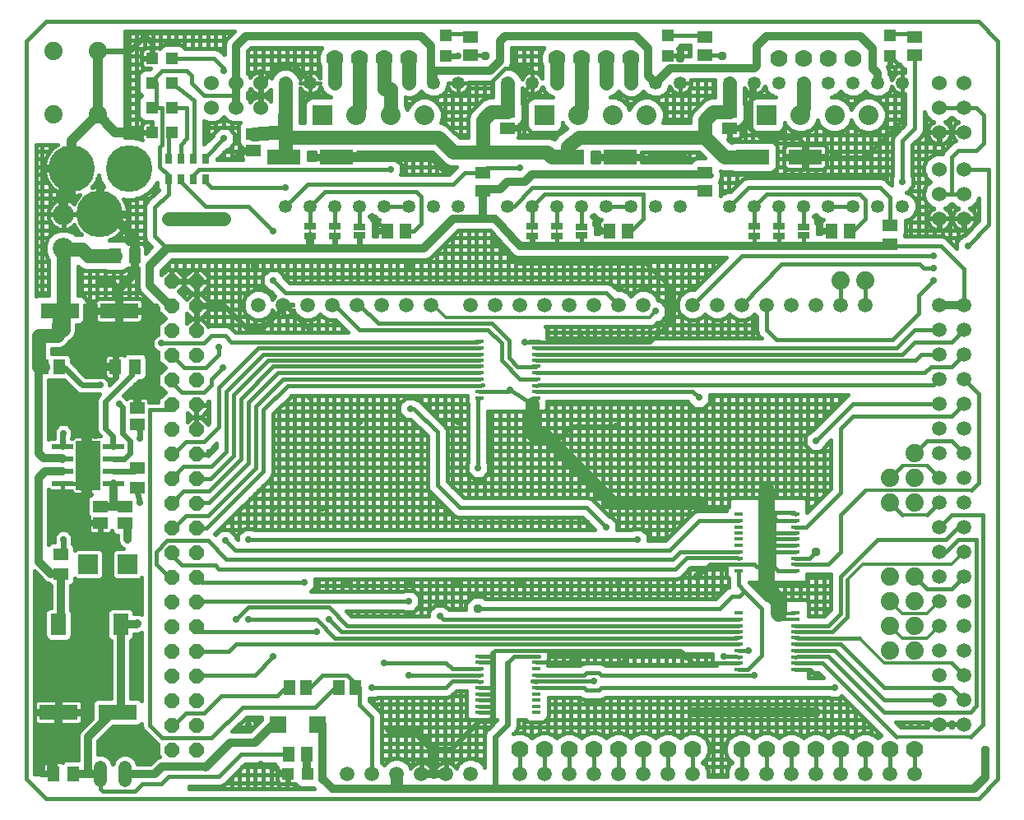
<source format=gtl>
G75*
%MOIN*%
%OFA0B0*%
%FSLAX25Y25*%
%IPPOS*%
%LPD*%
%AMOC8*
5,1,8,0,0,1.08239X$1,22.5*
%
%ADD10C,0.01600*%
%ADD11C,0.05906*%
%ADD12R,0.04724X0.04724*%
%ADD13R,0.05118X0.05906*%
%ADD14C,0.07000*%
%ADD15C,0.05315*%
%ADD16C,0.06000*%
%ADD17R,0.05906X0.05118*%
%ADD18R,0.13780X0.06299*%
%ADD19C,0.18898*%
%ADD20R,0.08000X0.08000*%
%ADD21C,0.08000*%
%ADD22C,0.08600*%
%ADD23C,0.07400*%
%ADD24C,0.00800*%
%ADD25R,0.05000X0.02500*%
%ADD26OC8,0.06000*%
%ADD27R,0.02953X0.04331*%
%ADD28R,0.08661X0.02362*%
%ADD29R,0.10000X0.20000*%
%ADD30R,0.06299X0.05118*%
%ADD31R,0.05118X0.06299*%
%ADD32R,0.15748X0.06299*%
%ADD33R,0.06299X0.08661*%
%ADD34C,0.05400*%
%ADD35R,0.03543X0.01378*%
%ADD36R,0.07087X0.06693*%
%ADD37R,0.07874X0.07874*%
%ADD38OC8,0.03562*%
%ADD39C,0.05600*%
%ADD40OC8,0.02400*%
%ADD41OC8,0.02800*%
%ADD42C,0.04000*%
%ADD43C,0.03200*%
%ADD44C,0.02400*%
%ADD45C,0.01200*%
%ADD46R,0.02400X0.02400*%
%ADD47OC8,0.03169*%
%ADD48C,0.06600*%
%ADD49C,0.05000*%
D10*
X0015300Y0009674D02*
X0023174Y0001800D01*
X0401127Y0001800D01*
X0409001Y0009674D01*
X0409001Y0308887D01*
X0401127Y0316761D01*
X0023174Y0316761D01*
X0015300Y0308887D01*
X0015300Y0308800D02*
X0015300Y0009800D01*
X0018500Y0011666D02*
X0018500Y0093943D01*
X0022971Y0089472D01*
X0024089Y0089009D01*
X0024116Y0088944D01*
X0024791Y0088269D01*
X0025300Y0088058D01*
X0025300Y0079043D01*
X0024665Y0079043D01*
X0023783Y0078677D01*
X0023108Y0078002D01*
X0022743Y0077120D01*
X0022743Y0067504D01*
X0023108Y0066622D01*
X0023783Y0065946D01*
X0024665Y0065581D01*
X0031919Y0065581D01*
X0032801Y0065946D01*
X0033476Y0066622D01*
X0033842Y0067504D01*
X0033842Y0077120D01*
X0033476Y0078002D01*
X0033300Y0078178D01*
X0033300Y0088058D01*
X0033809Y0088269D01*
X0034484Y0088944D01*
X0034850Y0089827D01*
X0034850Y0091108D01*
X0035129Y0090828D01*
X0036012Y0090463D01*
X0044840Y0090463D01*
X0045722Y0090828D01*
X0046398Y0091503D01*
X0046763Y0092386D01*
X0046763Y0101214D01*
X0046398Y0102096D01*
X0045722Y0102772D01*
X0044840Y0103137D01*
X0036012Y0103137D01*
X0035129Y0102772D01*
X0034850Y0102492D01*
X0034850Y0103773D01*
X0034484Y0104656D01*
X0034007Y0105133D01*
X0034100Y0105226D01*
X0034100Y0108374D01*
X0031874Y0110600D01*
X0028726Y0110600D01*
X0026500Y0108374D01*
X0026500Y0105696D01*
X0025673Y0105696D01*
X0024791Y0105331D01*
X0024300Y0104840D01*
X0024300Y0127006D01*
X0024628Y0126679D01*
X0025038Y0126442D01*
X0025496Y0126319D01*
X0030064Y0126319D01*
X0033565Y0126319D01*
X0033623Y0126105D01*
X0033860Y0125695D01*
X0034195Y0125360D01*
X0034605Y0125123D01*
X0035063Y0125000D01*
X0039500Y0125000D01*
X0039500Y0136000D01*
X0041100Y0136000D01*
X0041100Y0137600D01*
X0043823Y0137600D01*
X0044154Y0136800D01*
X0043823Y0136000D01*
X0041100Y0136000D01*
X0041100Y0125000D01*
X0041615Y0125000D01*
X0040988Y0124740D01*
X0040313Y0124065D01*
X0039947Y0123183D01*
X0039947Y0117110D01*
X0040313Y0116228D01*
X0040547Y0115993D01*
X0040547Y0113933D01*
X0044820Y0113933D01*
X0044820Y0112974D01*
X0040547Y0112974D01*
X0040547Y0110658D01*
X0040670Y0110200D01*
X0040907Y0109789D01*
X0041242Y0109454D01*
X0041652Y0109217D01*
X0042110Y0109094D01*
X0044820Y0109094D01*
X0044820Y0112974D01*
X0045780Y0112974D01*
X0045780Y0109094D01*
X0048490Y0109094D01*
X0048948Y0109217D01*
X0049358Y0109454D01*
X0049693Y0109789D01*
X0049930Y0110200D01*
X0049972Y0110357D01*
X0050313Y0109535D01*
X0050988Y0108860D01*
X0051870Y0108494D01*
X0052300Y0108494D01*
X0052300Y0106004D01*
X0052500Y0105522D01*
X0052500Y0105226D01*
X0052709Y0105017D01*
X0052909Y0104534D01*
X0054034Y0103409D01*
X0054517Y0103209D01*
X0054589Y0103137D01*
X0051760Y0103137D01*
X0050878Y0102772D01*
X0050202Y0102096D01*
X0049837Y0101214D01*
X0049837Y0092386D01*
X0050202Y0091503D01*
X0050878Y0090828D01*
X0051760Y0090463D01*
X0060588Y0090463D01*
X0061471Y0090828D01*
X0062100Y0091458D01*
X0062100Y0076384D01*
X0062083Y0076391D01*
X0061874Y0076600D01*
X0061578Y0076600D01*
X0061096Y0076800D01*
X0059504Y0076800D01*
X0059039Y0076607D01*
X0059039Y0077120D01*
X0058673Y0078002D01*
X0057998Y0078677D01*
X0057116Y0079043D01*
X0049862Y0079043D01*
X0048980Y0078677D01*
X0048305Y0078002D01*
X0047939Y0077120D01*
X0047939Y0067504D01*
X0048305Y0066622D01*
X0048980Y0065946D01*
X0049489Y0065736D01*
X0049489Y0042350D01*
X0043956Y0042350D01*
X0043074Y0041984D01*
X0042399Y0041309D01*
X0042034Y0040427D01*
X0042034Y0034191D01*
X0038034Y0030191D01*
X0036909Y0029066D01*
X0036300Y0027596D01*
X0036300Y0017350D01*
X0031201Y0017350D01*
X0030318Y0016984D01*
X0029835Y0016501D01*
X0029617Y0016627D01*
X0029159Y0016750D01*
X0026843Y0016750D01*
X0026843Y0012280D01*
X0025883Y0012280D01*
X0025883Y0016750D01*
X0023567Y0016750D01*
X0023109Y0016627D01*
X0022699Y0016390D01*
X0022364Y0016055D01*
X0022127Y0015644D01*
X0022004Y0015187D01*
X0022004Y0012280D01*
X0025883Y0012280D01*
X0025883Y0011320D01*
X0022890Y0011320D01*
X0018500Y0011666D01*
X0018500Y0012990D02*
X0022004Y0012990D01*
X0022004Y0014588D02*
X0018500Y0014588D01*
X0018500Y0016187D02*
X0022495Y0016187D01*
X0025883Y0016187D02*
X0026843Y0016187D01*
X0026843Y0014588D02*
X0025883Y0014588D01*
X0025883Y0012990D02*
X0026843Y0012990D01*
X0025883Y0011391D02*
X0021993Y0011391D01*
X0018500Y0017785D02*
X0036300Y0017785D01*
X0036300Y0019384D02*
X0018500Y0019384D01*
X0018500Y0020982D02*
X0036300Y0020982D01*
X0036300Y0022581D02*
X0018500Y0022581D01*
X0018500Y0024179D02*
X0036300Y0024179D01*
X0036300Y0025778D02*
X0018500Y0025778D01*
X0018500Y0027376D02*
X0036300Y0027376D01*
X0036871Y0028975D02*
X0018500Y0028975D01*
X0018500Y0030573D02*
X0038416Y0030573D01*
X0037271Y0032210D02*
X0037606Y0032545D01*
X0037843Y0032956D01*
X0037966Y0033413D01*
X0037966Y0036025D01*
X0029067Y0036025D01*
X0029067Y0031850D01*
X0036403Y0031850D01*
X0036861Y0031973D01*
X0037271Y0032210D01*
X0037205Y0032172D02*
X0040015Y0032172D01*
X0041613Y0033770D02*
X0037966Y0033770D01*
X0037966Y0035369D02*
X0042034Y0035369D01*
X0042034Y0036967D02*
X0029067Y0036967D01*
X0029067Y0037575D02*
X0037966Y0037575D01*
X0037966Y0040187D01*
X0037843Y0040644D01*
X0037606Y0041055D01*
X0037271Y0041390D01*
X0036861Y0041627D01*
X0036403Y0041750D01*
X0029067Y0041750D01*
X0029067Y0037575D01*
X0027517Y0037575D01*
X0027517Y0036025D01*
X0018618Y0036025D01*
X0018618Y0033413D01*
X0018741Y0032956D01*
X0018978Y0032545D01*
X0019313Y0032210D01*
X0019723Y0031973D01*
X0020181Y0031850D01*
X0027517Y0031850D01*
X0027517Y0036025D01*
X0029067Y0036025D01*
X0029067Y0037575D01*
X0029067Y0038566D02*
X0027517Y0038566D01*
X0027517Y0037575D02*
X0027517Y0041750D01*
X0020181Y0041750D01*
X0019723Y0041627D01*
X0019313Y0041390D01*
X0018978Y0041055D01*
X0018741Y0040644D01*
X0018618Y0040187D01*
X0018618Y0037575D01*
X0027517Y0037575D01*
X0027517Y0036967D02*
X0018500Y0036967D01*
X0018500Y0035369D02*
X0018618Y0035369D01*
X0018618Y0033770D02*
X0018500Y0033770D01*
X0018500Y0032172D02*
X0019379Y0032172D01*
X0018618Y0038566D02*
X0018500Y0038566D01*
X0018500Y0040164D02*
X0018618Y0040164D01*
X0018500Y0041763D02*
X0042853Y0041763D01*
X0042034Y0040164D02*
X0037966Y0040164D01*
X0037966Y0038566D02*
X0042034Y0038566D01*
X0049489Y0043361D02*
X0018500Y0043361D01*
X0018500Y0044960D02*
X0049489Y0044960D01*
X0049489Y0046558D02*
X0018500Y0046558D01*
X0018500Y0048157D02*
X0049489Y0048157D01*
X0049489Y0049755D02*
X0018500Y0049755D01*
X0018500Y0051354D02*
X0049489Y0051354D01*
X0049489Y0052952D02*
X0018500Y0052952D01*
X0018500Y0054551D02*
X0049489Y0054551D01*
X0049489Y0056149D02*
X0018500Y0056149D01*
X0018500Y0057748D02*
X0049489Y0057748D01*
X0049489Y0059346D02*
X0018500Y0059346D01*
X0018500Y0060945D02*
X0049489Y0060945D01*
X0049489Y0062543D02*
X0018500Y0062543D01*
X0018500Y0064142D02*
X0049489Y0064142D01*
X0049477Y0065740D02*
X0032304Y0065740D01*
X0033773Y0067339D02*
X0048008Y0067339D01*
X0047939Y0068937D02*
X0033842Y0068937D01*
X0033842Y0070536D02*
X0047939Y0070536D01*
X0047939Y0072134D02*
X0033842Y0072134D01*
X0033842Y0073733D02*
X0047939Y0073733D01*
X0047939Y0075332D02*
X0033842Y0075332D01*
X0033842Y0076930D02*
X0047939Y0076930D01*
X0048831Y0078529D02*
X0033300Y0078529D01*
X0033300Y0080127D02*
X0062100Y0080127D01*
X0062100Y0078529D02*
X0058147Y0078529D01*
X0059039Y0076930D02*
X0062100Y0076930D01*
X0062100Y0081726D02*
X0033300Y0081726D01*
X0033300Y0083324D02*
X0062100Y0083324D01*
X0062100Y0084923D02*
X0033300Y0084923D01*
X0033300Y0086521D02*
X0062100Y0086521D01*
X0062100Y0088120D02*
X0033448Y0088120D01*
X0034805Y0089718D02*
X0062100Y0089718D01*
X0062100Y0091317D02*
X0061959Y0091317D01*
X0067800Y0096800D02*
X0072800Y0091800D01*
X0074158Y0091367D01*
X0078300Y0096300D02*
X0091800Y0096300D01*
X0093300Y0094800D01*
X0278300Y0094800D01*
X0282800Y0099300D01*
X0303343Y0099300D01*
X0303784Y0099241D01*
X0303902Y0096800D02*
X0303784Y0096682D01*
X0292182Y0096682D01*
X0287300Y0091800D01*
X0287300Y0095300D02*
X0287300Y0082800D01*
X0284100Y0082800D02*
X0284100Y0094943D01*
X0283757Y0094600D02*
X0298813Y0094600D01*
X0298813Y0095300D02*
X0298813Y0092797D01*
X0299300Y0091621D01*
X0299784Y0091137D01*
X0299784Y0087520D01*
X0299791Y0087504D01*
X0299034Y0087191D01*
X0297909Y0086066D01*
X0294643Y0082800D01*
X0201344Y0082800D01*
X0200363Y0083781D01*
X0196237Y0083781D01*
X0193319Y0080863D01*
X0193319Y0078300D01*
X0186523Y0078300D01*
X0184623Y0080200D01*
X0180977Y0080200D01*
X0178400Y0077623D01*
X0178400Y0075800D01*
X0146957Y0075800D01*
X0144957Y0077800D01*
X0168077Y0077800D01*
X0168477Y0077400D01*
X0172123Y0077400D01*
X0174700Y0079977D01*
X0174700Y0083623D01*
X0172123Y0086200D01*
X0168477Y0086200D01*
X0168077Y0085800D01*
X0130523Y0085800D01*
X0132200Y0087477D01*
X0132200Y0090800D01*
X0279096Y0090800D01*
X0280566Y0091409D01*
X0284457Y0095300D01*
X0298813Y0095300D01*
X0296900Y0095300D02*
X0296900Y0085057D01*
X0296843Y0085000D02*
X0173323Y0085000D01*
X0172100Y0086200D02*
X0172100Y0090800D01*
X0168900Y0090800D02*
X0168900Y0086200D01*
X0165700Y0085800D02*
X0165700Y0090800D01*
X0162500Y0090800D02*
X0162500Y0085800D01*
X0159300Y0085800D02*
X0159300Y0090800D01*
X0156100Y0090800D02*
X0156100Y0085800D01*
X0152900Y0085800D02*
X0152900Y0090800D01*
X0149700Y0090800D02*
X0149700Y0085800D01*
X0146500Y0085800D02*
X0146500Y0090800D01*
X0143300Y0090800D02*
X0143300Y0085800D01*
X0140100Y0085800D02*
X0140100Y0090800D01*
X0136900Y0090800D02*
X0136900Y0085800D01*
X0133700Y0085800D02*
X0133700Y0090800D01*
X0132200Y0088200D02*
X0299784Y0088200D01*
X0299521Y0091400D02*
X0280544Y0091400D01*
X0280900Y0091743D02*
X0280900Y0082800D01*
X0277700Y0082800D02*
X0277700Y0090800D01*
X0274500Y0090800D02*
X0274500Y0082800D01*
X0271300Y0082800D02*
X0271300Y0090800D01*
X0268100Y0090800D02*
X0268100Y0082800D01*
X0264900Y0082800D02*
X0264900Y0090800D01*
X0261700Y0090800D02*
X0261700Y0082800D01*
X0258500Y0082800D02*
X0258500Y0090800D01*
X0255300Y0090800D02*
X0255300Y0082800D01*
X0252100Y0082800D02*
X0252100Y0090800D01*
X0248900Y0090800D02*
X0248900Y0082800D01*
X0245700Y0082800D02*
X0245700Y0090800D01*
X0242500Y0090800D02*
X0242500Y0082800D01*
X0239300Y0082800D02*
X0239300Y0090800D01*
X0236100Y0090800D02*
X0236100Y0082800D01*
X0232900Y0082800D02*
X0232900Y0090800D01*
X0229700Y0090800D02*
X0229700Y0082800D01*
X0226500Y0082800D02*
X0226500Y0090800D01*
X0223300Y0090800D02*
X0223300Y0082800D01*
X0220100Y0082800D02*
X0220100Y0090800D01*
X0216900Y0090800D02*
X0216900Y0082800D01*
X0213700Y0082800D02*
X0213700Y0090800D01*
X0210500Y0090800D02*
X0210500Y0082800D01*
X0207300Y0082800D02*
X0207300Y0090800D01*
X0204100Y0090800D02*
X0204100Y0082800D01*
X0200900Y0083244D02*
X0200900Y0090800D01*
X0197700Y0090800D02*
X0197700Y0083781D01*
X0194500Y0082044D02*
X0194500Y0090800D01*
X0191300Y0090800D02*
X0191300Y0078300D01*
X0193319Y0078600D02*
X0186223Y0078600D01*
X0184900Y0079923D02*
X0184900Y0090800D01*
X0181700Y0090800D02*
X0181700Y0080200D01*
X0179377Y0078600D02*
X0173323Y0078600D01*
X0172100Y0077400D02*
X0172100Y0075800D01*
X0168900Y0075800D02*
X0168900Y0077400D01*
X0165700Y0077800D02*
X0165700Y0075800D01*
X0162500Y0075800D02*
X0162500Y0077800D01*
X0159300Y0077800D02*
X0159300Y0075800D01*
X0156100Y0075800D02*
X0156100Y0077800D01*
X0152900Y0077800D02*
X0152900Y0075800D01*
X0149700Y0075800D02*
X0149700Y0077800D01*
X0146500Y0077800D02*
X0146500Y0076257D01*
X0145300Y0071800D02*
X0137800Y0079300D01*
X0105300Y0079300D01*
X0100300Y0074300D01*
X0105300Y0074300D02*
X0132800Y0074300D01*
X0140300Y0066800D01*
X0302800Y0066800D01*
X0303784Y0066918D01*
X0303784Y0064359D02*
X0302800Y0064300D01*
X0100300Y0064300D01*
X0097300Y0061300D01*
X0087300Y0061300D01*
X0084158Y0061367D01*
X0085800Y0069300D02*
X0084158Y0071367D01*
X0085800Y0069300D02*
X0132800Y0069300D01*
X0137800Y0074300D02*
X0142800Y0069300D01*
X0302800Y0069300D01*
X0303784Y0069477D01*
X0303784Y0071859D02*
X0302800Y0071800D01*
X0145300Y0071800D01*
X0160300Y0056800D02*
X0185300Y0056800D01*
X0187800Y0054300D01*
X0197800Y0054300D01*
X0198784Y0054359D01*
X0198784Y0051800D02*
X0170300Y0051800D01*
X0168900Y0042800D02*
X0168900Y0016901D01*
X0168785Y0017016D02*
X0166524Y0017953D01*
X0164076Y0017953D01*
X0161815Y0017016D01*
X0160300Y0015501D01*
X0159300Y0016501D01*
X0159300Y0042800D01*
X0157523Y0042800D02*
X0186096Y0042800D01*
X0187566Y0043409D01*
X0188691Y0044534D01*
X0189457Y0045300D01*
X0193700Y0045300D01*
X0193700Y0034637D01*
X0194637Y0033700D01*
X0205900Y0033700D01*
X0205900Y0033623D01*
X0202808Y0030530D01*
X0201570Y0029292D01*
X0200900Y0027675D01*
X0200900Y0033700D01*
X0204100Y0033700D02*
X0204100Y0031823D01*
X0202877Y0030600D02*
X0159300Y0030600D01*
X0159300Y0027400D02*
X0200900Y0027400D01*
X0200900Y0027675D02*
X0200900Y0014358D01*
X0200516Y0015285D01*
X0198785Y0017016D01*
X0196524Y0017953D01*
X0194076Y0017953D01*
X0191815Y0017016D01*
X0190084Y0015285D01*
X0189534Y0013958D01*
X0189365Y0014291D01*
X0188925Y0014896D01*
X0188396Y0015425D01*
X0187791Y0015865D01*
X0187124Y0016205D01*
X0186413Y0016436D01*
X0185674Y0016553D01*
X0185484Y0016553D01*
X0185484Y0011984D01*
X0185116Y0011984D01*
X0185116Y0011616D01*
X0180547Y0011616D01*
X0180547Y0011426D01*
X0180664Y0010687D01*
X0180693Y0010600D01*
X0179907Y0010600D01*
X0179936Y0010687D01*
X0180053Y0011426D01*
X0180053Y0011616D01*
X0175484Y0011616D01*
X0175484Y0011984D01*
X0175116Y0011984D01*
X0175116Y0016553D01*
X0174926Y0016553D01*
X0174187Y0016436D01*
X0173476Y0016205D01*
X0172809Y0015865D01*
X0172204Y0015425D01*
X0171675Y0014896D01*
X0171235Y0014291D01*
X0171066Y0013958D01*
X0170516Y0015285D01*
X0168785Y0017016D01*
X0166893Y0017800D02*
X0193707Y0017800D01*
X0194500Y0017953D02*
X0194500Y0033837D01*
X0194537Y0033800D02*
X0159300Y0033800D01*
X0159300Y0035596D02*
X0158691Y0037066D01*
X0157566Y0038191D01*
X0154300Y0041457D01*
X0154300Y0042400D01*
X0157123Y0042400D01*
X0157523Y0042800D01*
X0156100Y0042400D02*
X0156100Y0039657D01*
X0155557Y0040200D02*
X0193700Y0040200D01*
X0193700Y0037000D02*
X0158718Y0037000D01*
X0159300Y0035596D02*
X0159300Y0016501D01*
X0159300Y0017800D02*
X0163707Y0017800D01*
X0162500Y0017300D02*
X0162500Y0042800D01*
X0165700Y0042800D02*
X0165700Y0017953D01*
X0170800Y0014600D02*
X0171460Y0014600D01*
X0172100Y0015321D02*
X0172100Y0042800D01*
X0175300Y0042800D02*
X0175300Y0011984D01*
X0175484Y0011984D02*
X0175484Y0016553D01*
X0175674Y0016553D01*
X0176413Y0016436D01*
X0177124Y0016205D01*
X0177791Y0015865D01*
X0178396Y0015425D01*
X0178925Y0014896D01*
X0179365Y0014291D01*
X0179705Y0013624D01*
X0179936Y0012913D01*
X0180053Y0012174D01*
X0180053Y0011984D01*
X0175484Y0011984D01*
X0175484Y0014600D02*
X0175116Y0014600D01*
X0178500Y0015321D02*
X0178500Y0042800D01*
X0181700Y0042800D02*
X0181700Y0014921D01*
X0181675Y0014896D02*
X0181235Y0014291D01*
X0180895Y0013624D01*
X0180664Y0012913D01*
X0180547Y0012174D01*
X0180547Y0011984D01*
X0185116Y0011984D01*
X0185116Y0016553D01*
X0184926Y0016553D01*
X0184187Y0016436D01*
X0183476Y0016205D01*
X0182809Y0015865D01*
X0182204Y0015425D01*
X0181675Y0014896D01*
X0181460Y0014600D02*
X0179140Y0014600D01*
X0178500Y0011984D02*
X0178500Y0011616D01*
X0180049Y0011400D02*
X0180551Y0011400D01*
X0181700Y0011616D02*
X0181700Y0011984D01*
X0184900Y0011984D02*
X0184900Y0011616D01*
X0185116Y0014600D02*
X0185484Y0014600D01*
X0184900Y0016549D02*
X0184900Y0042800D01*
X0187544Y0043400D02*
X0193700Y0043400D01*
X0191300Y0045300D02*
X0191300Y0016501D01*
X0189800Y0014600D02*
X0189140Y0014600D01*
X0188100Y0015640D02*
X0188100Y0043943D01*
X0185300Y0046800D02*
X0155300Y0046800D01*
X0150300Y0046800D02*
X0148646Y0046800D01*
X0150300Y0046800D02*
X0150300Y0039800D01*
X0155300Y0034800D01*
X0155300Y0011800D01*
X0159300Y0021000D02*
X0200900Y0021000D01*
X0200900Y0017800D02*
X0196893Y0017800D01*
X0197700Y0017466D02*
X0197700Y0033700D01*
X0198784Y0036623D02*
X0204123Y0036623D01*
X0204182Y0039182D02*
X0198784Y0039182D01*
X0198784Y0041741D02*
X0204241Y0041741D01*
X0204123Y0044123D02*
X0198784Y0044123D01*
X0198784Y0046682D02*
X0203918Y0046682D01*
X0198784Y0049241D02*
X0197800Y0049300D01*
X0187800Y0049300D01*
X0185300Y0046800D01*
X0198784Y0056918D02*
X0204182Y0056918D01*
X0204123Y0059477D02*
X0198784Y0059477D01*
X0204300Y0060800D02*
X0205300Y0061800D01*
X0280300Y0061800D01*
X0283300Y0059300D01*
X0285418Y0056682D01*
X0303784Y0056682D01*
X0303784Y0059241D02*
X0302800Y0059300D01*
X0297800Y0059300D01*
X0294677Y0056200D02*
X0249544Y0056200D01*
X0249566Y0056191D02*
X0248096Y0056800D01*
X0241504Y0056800D01*
X0240034Y0056191D01*
X0239643Y0055800D01*
X0226740Y0055800D01*
X0226300Y0056861D01*
X0226243Y0056918D01*
X0226300Y0056976D01*
X0226787Y0058152D01*
X0226787Y0058873D01*
X0226878Y0059374D01*
X0226787Y0059789D01*
X0226787Y0060300D01*
X0293400Y0060300D01*
X0293400Y0057477D01*
X0295077Y0055800D01*
X0249957Y0055800D01*
X0249566Y0056191D01*
X0248900Y0056467D02*
X0248900Y0060300D01*
X0245700Y0060300D02*
X0245700Y0056800D01*
X0242500Y0056800D02*
X0242500Y0060300D01*
X0239300Y0060300D02*
X0239300Y0055800D01*
X0240056Y0056200D02*
X0226574Y0056200D01*
X0226500Y0056378D02*
X0226500Y0057458D01*
X0226872Y0059400D02*
X0293400Y0059400D01*
X0293700Y0057177D02*
X0293700Y0055800D01*
X0290500Y0055800D02*
X0290500Y0060300D01*
X0287300Y0060300D02*
X0287300Y0055800D01*
X0284100Y0055800D02*
X0284100Y0060300D01*
X0280900Y0060300D02*
X0280900Y0055800D01*
X0277700Y0055800D02*
X0277700Y0060300D01*
X0274500Y0060300D02*
X0274500Y0055800D01*
X0271300Y0055800D02*
X0271300Y0060300D01*
X0268100Y0060300D02*
X0268100Y0055800D01*
X0264900Y0055800D02*
X0264900Y0060300D01*
X0261700Y0060300D02*
X0261700Y0055800D01*
X0258500Y0055800D02*
X0258500Y0060300D01*
X0255300Y0060300D02*
X0255300Y0055800D01*
X0252100Y0055800D02*
X0252100Y0060300D01*
X0247300Y0052800D02*
X0242300Y0052800D01*
X0241300Y0051800D01*
X0221816Y0051800D01*
X0221816Y0049241D02*
X0220300Y0049300D01*
X0245300Y0049300D01*
X0248300Y0046800D02*
X0247300Y0045800D01*
X0242300Y0045800D01*
X0241300Y0046800D01*
X0222800Y0046800D01*
X0221816Y0046682D01*
X0226787Y0042800D02*
X0239643Y0042800D01*
X0240034Y0042409D01*
X0241504Y0041800D01*
X0248096Y0041800D01*
X0249566Y0042409D01*
X0249957Y0042800D01*
X0340577Y0042800D01*
X0340977Y0042400D01*
X0344623Y0042400D01*
X0345583Y0043360D01*
X0361484Y0027459D01*
X0360300Y0026275D01*
X0359095Y0027480D01*
X0356633Y0028500D01*
X0353967Y0028500D01*
X0351505Y0027480D01*
X0350300Y0026275D01*
X0349095Y0027480D01*
X0346633Y0028500D01*
X0343967Y0028500D01*
X0341505Y0027480D01*
X0340300Y0026275D01*
X0339095Y0027480D01*
X0336633Y0028500D01*
X0333967Y0028500D01*
X0331505Y0027480D01*
X0330300Y0026275D01*
X0329095Y0027480D01*
X0326633Y0028500D01*
X0323967Y0028500D01*
X0321505Y0027480D01*
X0320300Y0026275D01*
X0319095Y0027480D01*
X0316633Y0028500D01*
X0313967Y0028500D01*
X0311505Y0027480D01*
X0310300Y0026275D01*
X0309095Y0027480D01*
X0306633Y0028500D01*
X0303967Y0028500D01*
X0301505Y0027480D01*
X0299620Y0025595D01*
X0298600Y0023133D01*
X0298600Y0020467D01*
X0299620Y0018005D01*
X0301212Y0016413D01*
X0300084Y0015285D01*
X0299147Y0013024D01*
X0299147Y0010600D01*
X0291453Y0010600D01*
X0291453Y0013024D01*
X0290516Y0015285D01*
X0289388Y0016413D01*
X0290980Y0018005D01*
X0292000Y0020467D01*
X0292000Y0023133D01*
X0290980Y0025595D01*
X0289095Y0027480D01*
X0286633Y0028500D01*
X0283967Y0028500D01*
X0281505Y0027480D01*
X0280300Y0026275D01*
X0279095Y0027480D01*
X0276633Y0028500D01*
X0273967Y0028500D01*
X0271505Y0027480D01*
X0270300Y0026275D01*
X0269095Y0027480D01*
X0266633Y0028500D01*
X0263967Y0028500D01*
X0261505Y0027480D01*
X0260300Y0026275D01*
X0259095Y0027480D01*
X0256633Y0028500D01*
X0253967Y0028500D01*
X0251505Y0027480D01*
X0250300Y0026275D01*
X0249095Y0027480D01*
X0246633Y0028500D01*
X0243967Y0028500D01*
X0241505Y0027480D01*
X0240300Y0026275D01*
X0239095Y0027480D01*
X0236633Y0028500D01*
X0233967Y0028500D01*
X0231505Y0027480D01*
X0230300Y0026275D01*
X0229095Y0027480D01*
X0226633Y0028500D01*
X0223967Y0028500D01*
X0221505Y0027480D01*
X0220300Y0026275D01*
X0219095Y0027480D01*
X0216633Y0028500D01*
X0213967Y0028500D01*
X0212696Y0027973D01*
X0212792Y0028070D01*
X0214030Y0029308D01*
X0214700Y0030925D01*
X0214700Y0033700D01*
X0217752Y0033700D01*
X0218231Y0033221D01*
X0219408Y0032734D01*
X0224224Y0032734D01*
X0225400Y0033221D01*
X0226300Y0034121D01*
X0226787Y0035297D01*
X0226787Y0042800D01*
X0226787Y0040200D02*
X0348743Y0040200D01*
X0348100Y0040843D02*
X0348100Y0027892D01*
X0349175Y0027400D02*
X0351425Y0027400D01*
X0351300Y0027275D02*
X0351300Y0037643D01*
X0351943Y0037000D02*
X0226787Y0037000D01*
X0226500Y0034604D02*
X0226500Y0028500D01*
X0229175Y0027400D02*
X0231425Y0027400D01*
X0232900Y0028058D02*
X0232900Y0042800D01*
X0229700Y0042800D02*
X0229700Y0026875D01*
X0236100Y0028500D02*
X0236100Y0042800D01*
X0239300Y0042800D02*
X0239300Y0027275D01*
X0239175Y0027400D02*
X0241425Y0027400D01*
X0242500Y0027892D02*
X0242500Y0041800D01*
X0245700Y0041800D02*
X0245700Y0028500D01*
X0248900Y0027561D02*
X0248900Y0042133D01*
X0252100Y0042800D02*
X0252100Y0027727D01*
X0251425Y0027400D02*
X0249175Y0027400D01*
X0255300Y0028500D02*
X0255300Y0042800D01*
X0258500Y0042800D02*
X0258500Y0027727D01*
X0259175Y0027400D02*
X0261425Y0027400D01*
X0261700Y0027561D02*
X0261700Y0042800D01*
X0264900Y0042800D02*
X0264900Y0028500D01*
X0268100Y0027892D02*
X0268100Y0042800D01*
X0271300Y0042800D02*
X0271300Y0027275D01*
X0271425Y0027400D02*
X0269175Y0027400D01*
X0274500Y0028500D02*
X0274500Y0042800D01*
X0277700Y0042800D02*
X0277700Y0028058D01*
X0279175Y0027400D02*
X0281425Y0027400D01*
X0280900Y0026875D02*
X0280900Y0042800D01*
X0284100Y0042800D02*
X0284100Y0028500D01*
X0287300Y0028224D02*
X0287300Y0042800D01*
X0290500Y0042800D02*
X0290500Y0026075D01*
X0289175Y0027400D02*
X0301425Y0027400D01*
X0300100Y0026075D02*
X0300100Y0042800D01*
X0303300Y0042800D02*
X0303300Y0028224D01*
X0306500Y0028500D02*
X0306500Y0042800D01*
X0309700Y0042800D02*
X0309700Y0026875D01*
X0309175Y0027400D02*
X0311425Y0027400D01*
X0312900Y0028058D02*
X0312900Y0042800D01*
X0316100Y0042800D02*
X0316100Y0028500D01*
X0319175Y0027400D02*
X0321425Y0027400D01*
X0322500Y0027892D02*
X0322500Y0042800D01*
X0319300Y0042800D02*
X0319300Y0027275D01*
X0325700Y0028500D02*
X0325700Y0042800D01*
X0328900Y0042800D02*
X0328900Y0027561D01*
X0329175Y0027400D02*
X0331425Y0027400D01*
X0332100Y0027727D02*
X0332100Y0042800D01*
X0335300Y0042800D02*
X0335300Y0028500D01*
X0338500Y0027727D02*
X0338500Y0042800D01*
X0341700Y0042400D02*
X0341700Y0027561D01*
X0341425Y0027400D02*
X0339175Y0027400D01*
X0344900Y0028500D02*
X0344900Y0042677D01*
X0342800Y0046800D02*
X0248300Y0046800D01*
X0248300Y0051800D02*
X0247300Y0052800D01*
X0248300Y0051800D02*
X0310300Y0051800D01*
X0307623Y0054123D02*
X0303784Y0054123D01*
X0307623Y0054123D02*
X0313300Y0059800D01*
X0313300Y0078800D01*
X0306300Y0085800D01*
X0304300Y0083800D01*
X0301300Y0083800D01*
X0296300Y0078800D01*
X0198300Y0078800D01*
X0194256Y0081800D02*
X0174700Y0081800D01*
X0170300Y0081800D02*
X0085300Y0081800D01*
X0084158Y0081367D01*
X0086300Y0089300D02*
X0084158Y0091367D01*
X0086300Y0089300D02*
X0127800Y0089300D01*
X0105300Y0106800D02*
X0262800Y0106800D01*
X0267200Y0106300D02*
X0267200Y0108623D01*
X0264623Y0111200D01*
X0260977Y0111200D01*
X0260577Y0110800D01*
X0254700Y0110800D01*
X0254700Y0113623D01*
X0252123Y0116200D01*
X0251557Y0116200D01*
X0245691Y0122066D01*
X0244566Y0123191D01*
X0243096Y0123800D01*
X0192457Y0123800D01*
X0185800Y0130457D01*
X0185800Y0151096D01*
X0185191Y0152566D01*
X0175691Y0162066D01*
X0174566Y0163191D01*
X0173096Y0163800D01*
X0173023Y0163800D01*
X0172623Y0164200D01*
X0168977Y0164200D01*
X0166400Y0161623D01*
X0166400Y0157977D01*
X0168977Y0155400D01*
X0115300Y0155400D01*
X0115300Y0157643D02*
X0122898Y0165241D01*
X0193813Y0165241D01*
X0193813Y0162797D01*
X0194300Y0161621D01*
X0194300Y0138023D01*
X0193900Y0137623D01*
X0193900Y0133977D01*
X0196477Y0131400D01*
X0200123Y0131400D01*
X0202700Y0133977D01*
X0202700Y0137623D01*
X0202300Y0138023D01*
X0202300Y0158900D01*
X0225380Y0158900D01*
X0226200Y0159720D01*
X0226200Y0162800D01*
X0283400Y0162800D01*
X0283400Y0162477D01*
X0285977Y0159900D01*
X0289623Y0159900D01*
X0292200Y0162477D01*
X0292200Y0165300D01*
X0348297Y0165300D01*
X0348034Y0165191D01*
X0346909Y0164066D01*
X0334043Y0151200D01*
X0333477Y0151200D01*
X0330900Y0148623D01*
X0330900Y0144977D01*
X0333477Y0142400D01*
X0337123Y0142400D01*
X0339700Y0144977D01*
X0339700Y0145543D01*
X0341300Y0147143D01*
X0341300Y0127457D01*
X0331700Y0117857D01*
X0331700Y0122880D01*
X0330880Y0123700D01*
X0329720Y0123700D01*
X0300720Y0123700D01*
X0299900Y0122880D01*
X0299900Y0120079D01*
X0299300Y0119479D01*
X0298813Y0118303D01*
X0298813Y0118300D01*
X0287004Y0118300D01*
X0285534Y0117691D01*
X0284409Y0116566D01*
X0274143Y0106300D01*
X0267200Y0106300D01*
X0268100Y0106300D02*
X0268100Y0162800D01*
X0264900Y0162800D02*
X0264900Y0110923D01*
X0265223Y0110600D02*
X0278443Y0110600D01*
X0277700Y0109857D02*
X0277700Y0162800D01*
X0274500Y0162800D02*
X0274500Y0106657D01*
X0275243Y0107400D02*
X0267200Y0107400D01*
X0271300Y0106300D02*
X0271300Y0162800D01*
X0280900Y0162800D02*
X0280900Y0113057D01*
X0281643Y0113800D02*
X0254523Y0113800D01*
X0255300Y0110800D02*
X0255300Y0162800D01*
X0252100Y0162800D02*
X0252100Y0116200D01*
X0250757Y0117000D02*
X0284843Y0117000D01*
X0284100Y0116257D02*
X0284100Y0161777D01*
X0284077Y0161800D02*
X0226200Y0161800D01*
X0226500Y0162800D02*
X0226500Y0123800D01*
X0223300Y0123800D02*
X0223300Y0158900D01*
X0220100Y0158900D02*
X0220100Y0123800D01*
X0216900Y0123800D02*
X0216900Y0158900D01*
X0213700Y0158900D02*
X0213700Y0123800D01*
X0210500Y0123800D02*
X0210500Y0158900D01*
X0207300Y0158900D02*
X0207300Y0123800D01*
X0204100Y0123800D02*
X0204100Y0158900D01*
X0202300Y0158600D02*
X0341443Y0158600D01*
X0341700Y0158857D02*
X0341700Y0165300D01*
X0338500Y0165300D02*
X0338500Y0155657D01*
X0338243Y0155400D02*
X0202300Y0155400D01*
X0202300Y0152200D02*
X0335043Y0152200D01*
X0335300Y0152457D02*
X0335300Y0165300D01*
X0332100Y0165300D02*
X0332100Y0149823D01*
X0331277Y0149000D02*
X0202300Y0149000D01*
X0202300Y0145800D02*
X0330900Y0145800D01*
X0332100Y0143777D02*
X0332100Y0118257D01*
X0331700Y0120200D02*
X0334043Y0120200D01*
X0335300Y0121457D02*
X0335300Y0142400D01*
X0337323Y0142600D02*
X0341300Y0142600D01*
X0338500Y0143777D02*
X0338500Y0124657D01*
X0337243Y0123400D02*
X0331180Y0123400D01*
X0328900Y0123700D02*
X0328900Y0165300D01*
X0325700Y0165300D02*
X0325700Y0123700D01*
X0322500Y0123700D02*
X0322500Y0165300D01*
X0319300Y0165300D02*
X0319300Y0123700D01*
X0316100Y0123700D02*
X0316100Y0165300D01*
X0312900Y0165300D02*
X0312900Y0123700D01*
X0309700Y0123700D02*
X0309700Y0165300D01*
X0306500Y0165300D02*
X0306500Y0123700D01*
X0303300Y0123700D02*
X0303300Y0165300D01*
X0300100Y0165300D02*
X0300100Y0123080D01*
X0300420Y0123400D02*
X0244061Y0123400D01*
X0242500Y0123800D02*
X0242500Y0162800D01*
X0245700Y0162800D02*
X0245700Y0122057D01*
X0245691Y0122066D02*
X0245691Y0122066D01*
X0247557Y0120200D02*
X0299900Y0120200D01*
X0296900Y0118300D02*
X0296900Y0165300D01*
X0293700Y0165300D02*
X0293700Y0118300D01*
X0290500Y0118300D02*
X0290500Y0160777D01*
X0291523Y0161800D02*
X0344643Y0161800D01*
X0344900Y0162057D02*
X0344900Y0165300D01*
X0347843Y0165000D02*
X0292200Y0165000D01*
X0287800Y0164300D02*
X0285300Y0166800D01*
X0222800Y0166800D01*
X0221816Y0166682D01*
X0221816Y0169241D02*
X0222800Y0169300D01*
X0382800Y0169300D01*
X0385300Y0171800D01*
X0381800Y0176800D02*
X0379359Y0174359D01*
X0221816Y0174359D01*
X0221698Y0176800D02*
X0221816Y0176918D01*
X0221698Y0176800D02*
X0214300Y0176800D01*
X0210800Y0180300D01*
X0210800Y0187300D01*
X0203800Y0194300D01*
X0157800Y0194300D01*
X0150300Y0201800D01*
X0149300Y0201800D01*
X0140300Y0201800D02*
X0139300Y0201800D01*
X0140300Y0201800D02*
X0150300Y0191800D01*
X0202300Y0191800D01*
X0207800Y0186300D01*
X0207800Y0179300D01*
X0215300Y0171800D01*
X0221816Y0171800D01*
X0221816Y0164123D02*
X0221816Y0163316D01*
X0220300Y0161800D01*
X0211300Y0167300D01*
X0210682Y0166682D01*
X0198784Y0166682D01*
X0198784Y0169241D02*
X0121241Y0169241D01*
X0111300Y0159300D01*
X0111300Y0134300D01*
X0088367Y0111367D01*
X0084158Y0111367D01*
X0088800Y0106300D02*
X0096300Y0098800D01*
X0277300Y0098800D01*
X0280300Y0101800D01*
X0303784Y0101800D01*
X0303902Y0096800D02*
X0310300Y0096800D01*
X0311300Y0095800D01*
X0318300Y0095800D01*
X0318300Y0102300D01*
X0318300Y0104300D01*
X0318300Y0106800D01*
X0318300Y0109800D01*
X0318300Y0115800D01*
X0319682Y0114418D01*
X0326816Y0114418D01*
X0326816Y0111859D02*
X0331359Y0111859D01*
X0345300Y0125800D01*
X0345300Y0151800D01*
X0350300Y0156800D01*
X0390300Y0156800D01*
X0395300Y0161800D01*
X0401300Y0165800D02*
X0395300Y0171800D01*
X0390300Y0176800D02*
X0395300Y0181800D01*
X0390300Y0176800D02*
X0381800Y0176800D01*
X0385300Y0181800D02*
X0377800Y0181800D01*
X0375477Y0179477D01*
X0221816Y0179477D01*
X0221816Y0181859D02*
X0370359Y0181859D01*
X0375300Y0186800D01*
X0390300Y0186800D01*
X0395300Y0191800D01*
X0385300Y0191800D02*
X0375300Y0191800D01*
X0367800Y0184300D01*
X0222800Y0184300D01*
X0221816Y0184418D01*
X0221816Y0186977D02*
X0220477Y0186977D01*
X0217300Y0186800D01*
X0267800Y0186800D01*
X0275800Y0194800D01*
X0275800Y0209300D01*
X0266300Y0218800D01*
X0246300Y0218800D01*
X0213800Y0218800D01*
X0205300Y0227300D01*
X0205300Y0227800D01*
X0205904Y0229000D02*
X0187288Y0229000D01*
X0188100Y0229812D02*
X0188100Y0210800D01*
X0191300Y0210800D02*
X0191300Y0232000D01*
X0190288Y0232000D02*
X0203177Y0232000D01*
X0211186Y0223190D01*
X0211231Y0223081D01*
X0211825Y0222487D01*
X0212391Y0221865D01*
X0212497Y0221814D01*
X0212581Y0221731D01*
X0213358Y0221409D01*
X0214118Y0221051D01*
X0214236Y0221045D01*
X0214345Y0221000D01*
X0215186Y0221000D01*
X0216025Y0220960D01*
X0216137Y0221000D01*
X0298843Y0221000D01*
X0285796Y0207953D01*
X0284076Y0207953D01*
X0281815Y0207016D01*
X0280084Y0205285D01*
X0279147Y0203024D01*
X0279147Y0200576D01*
X0280084Y0198315D01*
X0281815Y0196584D01*
X0284076Y0195647D01*
X0286524Y0195647D01*
X0288785Y0196584D01*
X0290300Y0198099D01*
X0291815Y0196584D01*
X0294076Y0195647D01*
X0296524Y0195647D01*
X0298785Y0196584D01*
X0300300Y0198099D01*
X0301815Y0196584D01*
X0304076Y0195647D01*
X0306524Y0195647D01*
X0308785Y0196584D01*
X0310300Y0198099D01*
X0311300Y0197099D01*
X0311300Y0191004D01*
X0311909Y0189534D01*
X0313034Y0188409D01*
X0313143Y0188300D01*
X0226200Y0188300D01*
X0226200Y0192380D01*
X0225580Y0193000D01*
X0268556Y0193000D01*
X0269953Y0193579D01*
X0271021Y0194647D01*
X0271274Y0194900D01*
X0272123Y0194900D01*
X0274700Y0197477D01*
X0274700Y0201123D01*
X0272123Y0203700D01*
X0271173Y0203700D01*
X0270516Y0205285D01*
X0268785Y0207016D01*
X0266524Y0207953D01*
X0264076Y0207953D01*
X0261815Y0207016D01*
X0260300Y0205501D01*
X0258785Y0207016D01*
X0256524Y0207953D01*
X0254804Y0207953D01*
X0252566Y0210191D01*
X0251096Y0210800D01*
X0121957Y0210800D01*
X0119700Y0213057D01*
X0119700Y0213623D01*
X0117123Y0216200D01*
X0113477Y0216200D01*
X0110900Y0213623D01*
X0110900Y0209977D01*
X0113477Y0207400D01*
X0114043Y0207400D01*
X0116111Y0205332D01*
X0115675Y0204896D01*
X0115235Y0204291D01*
X0115066Y0203958D01*
X0114516Y0205285D01*
X0112785Y0207016D01*
X0110524Y0207953D01*
X0108076Y0207953D01*
X0105815Y0207016D01*
X0104084Y0205285D01*
X0103147Y0203024D01*
X0103147Y0200576D01*
X0104084Y0198315D01*
X0105815Y0196584D01*
X0108076Y0195647D01*
X0110524Y0195647D01*
X0112785Y0196584D01*
X0114516Y0198315D01*
X0115066Y0199642D01*
X0115235Y0199309D01*
X0115675Y0198704D01*
X0116204Y0198175D01*
X0116809Y0197735D01*
X0117476Y0197395D01*
X0118187Y0197164D01*
X0118926Y0197047D01*
X0119116Y0197047D01*
X0119116Y0201616D01*
X0119484Y0201616D01*
X0119484Y0197047D01*
X0119674Y0197047D01*
X0120413Y0197164D01*
X0121124Y0197395D01*
X0121791Y0197735D01*
X0122396Y0198175D01*
X0122925Y0198704D01*
X0123365Y0199309D01*
X0123534Y0199642D01*
X0124084Y0198315D01*
X0125815Y0196584D01*
X0128076Y0195647D01*
X0130524Y0195647D01*
X0132785Y0196584D01*
X0134300Y0198099D01*
X0135815Y0196584D01*
X0138076Y0195647D01*
X0140524Y0195647D01*
X0140716Y0195727D01*
X0145643Y0190800D01*
X0099957Y0190800D01*
X0098066Y0192691D01*
X0096596Y0193300D01*
X0089504Y0193300D01*
X0088958Y0193074D01*
X0088958Y0193355D01*
X0086146Y0196167D01*
X0084358Y0196167D01*
X0084358Y0191567D01*
X0083958Y0191567D01*
X0083958Y0196167D01*
X0082170Y0196167D01*
X0080338Y0194334D01*
X0080317Y0198420D01*
X0082170Y0196567D01*
X0083958Y0196567D01*
X0083958Y0201167D01*
X0084358Y0201167D01*
X0084358Y0196567D01*
X0086146Y0196567D01*
X0088958Y0199379D01*
X0088958Y0201167D01*
X0084358Y0201167D01*
X0084358Y0201567D01*
X0083958Y0201567D01*
X0083958Y0206167D01*
X0082170Y0206167D01*
X0080148Y0204145D01*
X0076936Y0207357D01*
X0078958Y0209379D01*
X0078958Y0211167D01*
X0074358Y0211167D01*
X0074358Y0211567D01*
X0073958Y0211567D01*
X0073958Y0216167D01*
X0072170Y0216167D01*
X0070100Y0214097D01*
X0070100Y0215812D01*
X0074288Y0220000D01*
X0177255Y0220000D01*
X0179019Y0220731D01*
X0180369Y0222081D01*
X0190288Y0232000D01*
X0194500Y0232000D02*
X0194500Y0210800D01*
X0197700Y0210800D02*
X0197700Y0232000D01*
X0200900Y0232000D02*
X0200900Y0210800D01*
X0204100Y0210800D02*
X0204100Y0230984D01*
X0207300Y0227464D02*
X0207300Y0210800D01*
X0210500Y0210800D02*
X0210500Y0223944D01*
X0211712Y0222600D02*
X0180888Y0222600D01*
X0181700Y0223412D02*
X0181700Y0210800D01*
X0178500Y0210800D02*
X0178500Y0220516D01*
X0175300Y0220000D02*
X0175300Y0210800D01*
X0172100Y0210800D02*
X0172100Y0220000D01*
X0168900Y0220000D02*
X0168900Y0210800D01*
X0165700Y0210800D02*
X0165700Y0220000D01*
X0162500Y0220000D02*
X0162500Y0210800D01*
X0159300Y0210800D02*
X0159300Y0220000D01*
X0156100Y0220000D02*
X0156100Y0210800D01*
X0152900Y0210800D02*
X0152900Y0220000D01*
X0149700Y0220000D02*
X0149700Y0210800D01*
X0146500Y0210800D02*
X0146500Y0220000D01*
X0143300Y0220000D02*
X0143300Y0210800D01*
X0140100Y0210800D02*
X0140100Y0220000D01*
X0136900Y0220000D02*
X0136900Y0210800D01*
X0133700Y0210800D02*
X0133700Y0220000D01*
X0130500Y0220000D02*
X0130500Y0210800D01*
X0127300Y0210800D02*
X0127300Y0220000D01*
X0124100Y0220000D02*
X0124100Y0210800D01*
X0120900Y0211857D02*
X0120900Y0220000D01*
X0117700Y0220000D02*
X0117700Y0215623D01*
X0114500Y0216200D02*
X0114500Y0220000D01*
X0111300Y0220000D02*
X0111300Y0214023D01*
X0110900Y0213000D02*
X0088958Y0213000D01*
X0088958Y0213355D02*
X0086146Y0216167D01*
X0084358Y0216167D01*
X0084358Y0211567D01*
X0083958Y0211567D01*
X0083958Y0211167D01*
X0079358Y0211167D01*
X0079358Y0209379D01*
X0082170Y0206567D01*
X0083958Y0206567D01*
X0083958Y0211167D01*
X0084358Y0211167D01*
X0084358Y0206567D01*
X0086146Y0206567D01*
X0088958Y0209379D01*
X0088958Y0211167D01*
X0084358Y0211167D01*
X0084358Y0211567D01*
X0088958Y0211567D01*
X0088958Y0213355D01*
X0088900Y0213413D02*
X0088900Y0220000D01*
X0085700Y0220000D02*
X0085700Y0216167D01*
X0083958Y0216167D02*
X0082170Y0216167D01*
X0079358Y0213355D01*
X0079358Y0211567D01*
X0083958Y0211567D01*
X0083958Y0216167D01*
X0082500Y0216167D02*
X0082500Y0220000D01*
X0079300Y0220000D02*
X0079300Y0204993D01*
X0077693Y0206600D02*
X0082137Y0206600D01*
X0082500Y0206567D02*
X0082500Y0206167D01*
X0083958Y0206600D02*
X0084358Y0206600D01*
X0084358Y0206167D02*
X0084358Y0201567D01*
X0088958Y0201567D01*
X0088958Y0203355D01*
X0086146Y0206167D01*
X0084358Y0206167D01*
X0085700Y0206167D02*
X0085700Y0206567D01*
X0086180Y0206600D02*
X0105399Y0206600D01*
X0104900Y0206101D02*
X0104900Y0220000D01*
X0108100Y0220000D02*
X0108100Y0207953D01*
X0111300Y0207631D02*
X0111300Y0209577D01*
X0111077Y0209800D02*
X0088958Y0209800D01*
X0088900Y0209320D02*
X0088900Y0203413D01*
X0088913Y0203400D02*
X0103303Y0203400D01*
X0103303Y0200200D02*
X0088958Y0200200D01*
X0088900Y0199320D02*
X0088900Y0193413D01*
X0088513Y0193800D02*
X0142643Y0193800D01*
X0143300Y0193143D02*
X0143300Y0190800D01*
X0140100Y0190800D02*
X0140100Y0195647D01*
X0136900Y0196134D02*
X0136900Y0190800D01*
X0133700Y0190800D02*
X0133700Y0197499D01*
X0133201Y0197000D02*
X0135399Y0197000D01*
X0130500Y0195647D02*
X0130500Y0190800D01*
X0127300Y0190800D02*
X0127300Y0195969D01*
X0125399Y0197000D02*
X0113201Y0197000D01*
X0114500Y0198299D02*
X0114500Y0190800D01*
X0111300Y0190800D02*
X0111300Y0195969D01*
X0108100Y0195647D02*
X0108100Y0190800D01*
X0104900Y0190800D02*
X0104900Y0197499D01*
X0105399Y0197000D02*
X0086580Y0197000D01*
X0085700Y0196567D02*
X0085700Y0196167D01*
X0084358Y0197000D02*
X0083958Y0197000D01*
X0082500Y0196567D02*
X0082500Y0196167D01*
X0081737Y0197000D02*
X0080324Y0197000D01*
X0083958Y0193800D02*
X0084358Y0193800D01*
X0090300Y0189300D02*
X0087300Y0186300D01*
X0069800Y0186300D01*
X0067235Y0188826D02*
X0034680Y0188826D01*
X0034708Y0188854D02*
X0034905Y0189330D01*
X0035192Y0189757D01*
X0035297Y0190276D01*
X0035500Y0190766D01*
X0035500Y0191280D01*
X0035602Y0191784D01*
X0035500Y0192304D01*
X0035500Y0193888D01*
X0037155Y0193888D01*
X0038037Y0194254D01*
X0038713Y0194929D01*
X0039078Y0195811D01*
X0039078Y0201800D01*
X0043146Y0201800D01*
X0043146Y0200213D01*
X0052045Y0200213D01*
X0052045Y0198663D01*
X0053594Y0198663D01*
X0053594Y0194488D01*
X0060931Y0194488D01*
X0061388Y0194611D01*
X0061799Y0194848D01*
X0062134Y0195183D01*
X0062371Y0195593D01*
X0062494Y0196051D01*
X0062494Y0198663D01*
X0053595Y0198663D01*
X0053595Y0200213D01*
X0062494Y0200213D01*
X0062494Y0201800D01*
X0067643Y0201800D01*
X0068758Y0200685D01*
X0068758Y0199130D01*
X0071522Y0196367D01*
X0068758Y0193604D01*
X0068758Y0189900D01*
X0068309Y0189900D01*
X0066200Y0187791D01*
X0066200Y0184809D01*
X0068309Y0182700D01*
X0068758Y0182700D01*
X0068758Y0179130D01*
X0071522Y0176367D01*
X0068758Y0173604D01*
X0068758Y0169130D01*
X0071522Y0166367D01*
X0068758Y0163604D01*
X0068758Y0162500D01*
X0065053Y0162500D01*
X0065053Y0162942D01*
X0064930Y0163400D01*
X0064693Y0163811D01*
X0064358Y0164146D01*
X0063948Y0164383D01*
X0063490Y0164505D01*
X0060780Y0164505D01*
X0060780Y0160626D01*
X0059820Y0160626D01*
X0059820Y0164505D01*
X0057110Y0164505D01*
X0056652Y0164383D01*
X0056242Y0164146D01*
X0055907Y0163811D01*
X0055897Y0163794D01*
X0054839Y0164852D01*
X0054641Y0165050D01*
X0060842Y0171250D01*
X0062273Y0171250D01*
X0063156Y0171616D01*
X0063831Y0172291D01*
X0064196Y0173173D01*
X0064196Y0180427D01*
X0063831Y0181309D01*
X0063156Y0181984D01*
X0062273Y0182350D01*
X0056201Y0182350D01*
X0055318Y0181984D01*
X0054835Y0181501D01*
X0054617Y0181627D01*
X0054159Y0181750D01*
X0051843Y0181750D01*
X0051843Y0177280D01*
X0050883Y0177280D01*
X0050883Y0181750D01*
X0048567Y0181750D01*
X0048109Y0181627D01*
X0047699Y0181390D01*
X0047364Y0181055D01*
X0047127Y0180644D01*
X0047004Y0180187D01*
X0047004Y0177280D01*
X0050883Y0177280D01*
X0050883Y0176320D01*
X0047004Y0176320D01*
X0047004Y0173413D01*
X0047127Y0172956D01*
X0047364Y0172545D01*
X0047699Y0172210D01*
X0048109Y0171973D01*
X0048567Y0171850D01*
X0050883Y0171850D01*
X0050883Y0176320D01*
X0051843Y0176320D01*
X0051843Y0172434D01*
X0048900Y0169491D01*
X0048900Y0170791D01*
X0048352Y0171339D01*
X0048352Y0171339D01*
X0047339Y0172352D01*
X0046791Y0172900D01*
X0039291Y0172900D01*
X0033605Y0178586D01*
X0033605Y0180230D01*
X0033240Y0181112D01*
X0032565Y0181787D01*
X0031683Y0182153D01*
X0025610Y0182153D01*
X0025500Y0182107D01*
X0025500Y0184100D01*
X0027543Y0184100D01*
X0028317Y0184023D01*
X0028570Y0184100D01*
X0028834Y0184100D01*
X0029553Y0184398D01*
X0030297Y0184623D01*
X0030501Y0184790D01*
X0030746Y0184892D01*
X0031295Y0185441D01*
X0031897Y0185934D01*
X0032021Y0186167D01*
X0032208Y0186354D01*
X0032477Y0187004D01*
X0032756Y0187189D01*
X0033246Y0187392D01*
X0033609Y0187755D01*
X0034038Y0188040D01*
X0034334Y0188480D01*
X0034708Y0188854D01*
X0035359Y0190424D02*
X0068758Y0190424D01*
X0068758Y0192023D02*
X0035555Y0192023D01*
X0035500Y0193621D02*
X0068776Y0193621D01*
X0070374Y0195220D02*
X0062155Y0195220D01*
X0062494Y0196818D02*
X0071070Y0196818D01*
X0069472Y0198417D02*
X0062494Y0198417D01*
X0062494Y0201614D02*
X0067829Y0201614D01*
X0068758Y0200015D02*
X0053595Y0200015D01*
X0052045Y0200015D02*
X0039078Y0200015D01*
X0039078Y0198417D02*
X0043146Y0198417D01*
X0043146Y0198663D02*
X0043146Y0196051D01*
X0043268Y0195593D01*
X0043505Y0195183D01*
X0043840Y0194848D01*
X0044251Y0194611D01*
X0044709Y0194488D01*
X0052045Y0194488D01*
X0052045Y0198663D01*
X0043146Y0198663D01*
X0043146Y0196818D02*
X0039078Y0196818D01*
X0038833Y0195220D02*
X0043484Y0195220D01*
X0043146Y0201614D02*
X0039078Y0201614D01*
X0039807Y0203394D02*
X0039391Y0204400D01*
X0038491Y0205300D01*
X0037314Y0205787D01*
X0036300Y0205787D01*
X0036300Y0217315D01*
X0036901Y0216713D01*
X0039107Y0215800D01*
X0047323Y0215800D01*
X0048167Y0215450D01*
X0054559Y0215450D01*
X0055735Y0215938D01*
X0056635Y0216838D01*
X0056640Y0216850D01*
X0058757Y0216850D01*
X0058757Y0221320D01*
X0059717Y0221320D01*
X0059717Y0216850D01*
X0060500Y0216850D01*
X0060500Y0208845D01*
X0061231Y0207081D01*
X0062581Y0205731D01*
X0065947Y0202365D01*
X0062494Y0202501D01*
X0062494Y0202824D01*
X0062371Y0203282D01*
X0062134Y0203693D01*
X0061799Y0204028D01*
X0061388Y0204265D01*
X0060931Y0204387D01*
X0053594Y0204387D01*
X0053594Y0202851D01*
X0052045Y0202912D01*
X0052045Y0204387D01*
X0044709Y0204387D01*
X0044251Y0204265D01*
X0043840Y0204028D01*
X0043505Y0203693D01*
X0043268Y0203282D01*
X0043262Y0203258D01*
X0039807Y0203394D01*
X0039805Y0203400D02*
X0043336Y0203400D01*
X0044100Y0204178D02*
X0044100Y0215800D01*
X0040900Y0215800D02*
X0040900Y0203351D01*
X0037700Y0205628D02*
X0037700Y0216383D01*
X0038141Y0216200D02*
X0036300Y0216200D01*
X0036300Y0213000D02*
X0060500Y0213000D01*
X0060500Y0216200D02*
X0055997Y0216200D01*
X0056900Y0216850D02*
X0056900Y0204387D01*
X0053700Y0204387D02*
X0053700Y0215450D01*
X0050500Y0215450D02*
X0050500Y0204387D01*
X0052045Y0203400D02*
X0053594Y0203400D01*
X0053594Y0198417D02*
X0052045Y0198417D01*
X0052045Y0196818D02*
X0053594Y0196818D01*
X0053594Y0195220D02*
X0052045Y0195220D01*
X0062303Y0203400D02*
X0064912Y0203400D01*
X0063300Y0202469D02*
X0063300Y0205012D01*
X0061712Y0206600D02*
X0036300Y0206600D01*
X0036300Y0209800D02*
X0060500Y0209800D01*
X0060100Y0204387D02*
X0060100Y0216850D01*
X0059717Y0219400D02*
X0058757Y0219400D01*
X0058757Y0222280D02*
X0058757Y0226750D01*
X0056640Y0226750D01*
X0056635Y0226762D01*
X0055735Y0227662D01*
X0054559Y0228150D01*
X0049000Y0228150D01*
X0049375Y0228281D01*
X0050514Y0228829D01*
X0051583Y0229501D01*
X0052571Y0230289D01*
X0053465Y0231182D01*
X0054252Y0232170D01*
X0054925Y0233240D01*
X0055473Y0234378D01*
X0055890Y0235571D01*
X0056171Y0236803D01*
X0056294Y0237890D01*
X0045864Y0237890D01*
X0045864Y0239490D01*
X0044264Y0239490D01*
X0044264Y0249920D01*
X0043177Y0249797D01*
X0041945Y0249516D01*
X0041840Y0249479D01*
X0042047Y0249686D01*
X0042835Y0250674D01*
X0043507Y0251744D01*
X0044055Y0252882D01*
X0044473Y0254075D01*
X0044538Y0254363D01*
X0045088Y0252311D01*
X0046511Y0249847D01*
X0045864Y0249920D01*
X0045864Y0239490D01*
X0056294Y0239490D01*
X0056171Y0240577D01*
X0055890Y0241809D01*
X0055473Y0243001D01*
X0054925Y0244140D01*
X0054561Y0244719D01*
X0055210Y0244545D01*
X0058540Y0244545D01*
X0061757Y0245407D01*
X0064641Y0247072D01*
X0066996Y0249427D01*
X0068124Y0251380D01*
X0068124Y0249786D01*
X0068611Y0248609D01*
X0068782Y0248439D01*
X0065034Y0244691D01*
X0063909Y0243566D01*
X0063300Y0242096D01*
X0063300Y0246298D01*
X0065343Y0245000D02*
X0060239Y0245000D01*
X0060100Y0244963D02*
X0060100Y0226750D01*
X0059717Y0226750D02*
X0059717Y0222280D01*
X0058757Y0222280D01*
X0058757Y0222600D02*
X0059717Y0222600D01*
X0059717Y0225800D02*
X0058757Y0225800D01*
X0059717Y0226750D02*
X0062033Y0226750D01*
X0062491Y0226627D01*
X0062901Y0226390D01*
X0063236Y0226055D01*
X0063473Y0225644D01*
X0063596Y0225187D01*
X0063596Y0222884D01*
X0066077Y0225366D01*
X0063909Y0227534D01*
X0063300Y0229004D01*
X0063300Y0225945D01*
X0063384Y0225800D02*
X0065643Y0225800D01*
X0063302Y0229000D02*
X0050786Y0229000D01*
X0050500Y0228822D02*
X0050500Y0228150D01*
X0053700Y0228150D02*
X0053700Y0231478D01*
X0054271Y0232200D02*
X0063300Y0232200D01*
X0063300Y0229004D02*
X0063300Y0242096D01*
X0063300Y0241800D02*
X0055892Y0241800D01*
X0056900Y0244545D02*
X0056900Y0226750D01*
X0055830Y0235400D02*
X0063300Y0235400D01*
X0063300Y0238600D02*
X0045864Y0238600D01*
X0045064Y0238690D02*
X0030497Y0238690D01*
X0030300Y0238493D01*
X0030484Y0238600D02*
X0044264Y0238600D01*
X0044264Y0237890D02*
X0036380Y0237890D01*
X0036400Y0238013D01*
X0036400Y0238309D01*
X0030484Y0238309D01*
X0030484Y0238677D01*
X0030116Y0238677D01*
X0030116Y0238309D01*
X0024200Y0238309D01*
X0024200Y0238013D01*
X0024350Y0237064D01*
X0024647Y0236151D01*
X0025083Y0235296D01*
X0025647Y0234519D01*
X0026326Y0233840D01*
X0027103Y0233276D01*
X0027958Y0232840D01*
X0028872Y0232543D01*
X0029820Y0232393D01*
X0030116Y0232393D01*
X0030116Y0238309D01*
X0030484Y0238309D01*
X0030484Y0232393D01*
X0030780Y0232393D01*
X0031728Y0232543D01*
X0032642Y0232840D01*
X0033497Y0233276D01*
X0034274Y0233840D01*
X0034706Y0234272D01*
X0035203Y0233240D01*
X0035875Y0232170D01*
X0036663Y0231182D01*
X0037545Y0230300D01*
X0035320Y0230300D01*
X0034548Y0231072D01*
X0031792Y0232213D01*
X0028808Y0232213D01*
X0026052Y0231072D01*
X0023942Y0228962D01*
X0022800Y0226205D01*
X0022800Y0223222D01*
X0023942Y0220465D01*
X0024300Y0220107D01*
X0024300Y0205787D01*
X0020293Y0205787D01*
X0019300Y0205376D01*
X0019300Y0266800D01*
X0027792Y0266800D01*
X0027127Y0266382D01*
X0026139Y0265595D01*
X0025246Y0264701D01*
X0024458Y0263713D01*
X0023786Y0262644D01*
X0023238Y0261505D01*
X0022820Y0260313D01*
X0022539Y0259081D01*
X0022417Y0257994D01*
X0032846Y0257994D01*
X0032846Y0256394D01*
X0022417Y0256394D01*
X0022539Y0255306D01*
X0022820Y0254075D01*
X0023238Y0252882D01*
X0023786Y0251744D01*
X0024458Y0250674D01*
X0025246Y0249686D01*
X0026139Y0248793D01*
X0027127Y0248005D01*
X0028197Y0247333D01*
X0029335Y0246785D01*
X0030527Y0246367D01*
X0031759Y0246086D01*
X0032846Y0245964D01*
X0032846Y0256394D01*
X0034446Y0256394D01*
X0034446Y0245964D01*
X0035534Y0246086D01*
X0036765Y0246367D01*
X0036870Y0246404D01*
X0036663Y0246197D01*
X0035875Y0245209D01*
X0035203Y0244140D01*
X0034655Y0243001D01*
X0034594Y0242826D01*
X0034274Y0243146D01*
X0033497Y0243710D01*
X0032642Y0244146D01*
X0031728Y0244443D01*
X0030780Y0244593D01*
X0030484Y0244593D01*
X0030484Y0238677D01*
X0036400Y0238677D01*
X0036400Y0238973D01*
X0036318Y0239490D01*
X0044264Y0239490D01*
X0044264Y0237890D01*
X0044100Y0237890D02*
X0044100Y0239490D01*
X0044264Y0241800D02*
X0045864Y0241800D01*
X0047300Y0239490D02*
X0047300Y0237890D01*
X0050500Y0237890D02*
X0050500Y0239490D01*
X0053700Y0239490D02*
X0053700Y0237890D01*
X0045864Y0245000D02*
X0044264Y0245000D01*
X0044264Y0248200D02*
X0045864Y0248200D01*
X0044100Y0249901D02*
X0044100Y0253010D01*
X0043291Y0251400D02*
X0045614Y0251400D01*
X0034446Y0251400D02*
X0032846Y0251400D01*
X0032846Y0248200D02*
X0034446Y0248200D01*
X0034500Y0245970D02*
X0034500Y0242920D01*
X0035744Y0245000D02*
X0019300Y0245000D01*
X0019300Y0241800D02*
X0025163Y0241800D01*
X0025083Y0241690D02*
X0024647Y0240834D01*
X0024350Y0239921D01*
X0024200Y0238973D01*
X0024200Y0238677D01*
X0030116Y0238677D01*
X0030116Y0244593D01*
X0029820Y0244593D01*
X0028872Y0244443D01*
X0027958Y0244146D01*
X0027103Y0243710D01*
X0026326Y0243146D01*
X0025647Y0242467D01*
X0025083Y0241690D01*
X0024900Y0241331D02*
X0024900Y0250120D01*
X0024002Y0251400D02*
X0019300Y0251400D01*
X0019300Y0248200D02*
X0026882Y0248200D01*
X0028100Y0247394D02*
X0028100Y0244192D01*
X0030116Y0241800D02*
X0030484Y0241800D01*
X0031300Y0244511D02*
X0031300Y0246191D01*
X0032846Y0254600D02*
X0034446Y0254600D01*
X0032846Y0257800D02*
X0019300Y0257800D01*
X0019300Y0254600D02*
X0022700Y0254600D01*
X0024900Y0256394D02*
X0024900Y0257994D01*
X0028100Y0257994D02*
X0028100Y0256394D01*
X0031300Y0256394D02*
X0031300Y0257994D01*
X0023061Y0261000D02*
X0019300Y0261000D01*
X0019300Y0264200D02*
X0024846Y0264200D01*
X0024900Y0264268D02*
X0024900Y0266800D01*
X0021700Y0266800D02*
X0021700Y0205787D01*
X0019300Y0206600D02*
X0024300Y0206600D01*
X0024300Y0209800D02*
X0019300Y0209800D01*
X0019300Y0213000D02*
X0024300Y0213000D01*
X0024300Y0216200D02*
X0019300Y0216200D01*
X0019300Y0219400D02*
X0024300Y0219400D01*
X0023057Y0222600D02*
X0019300Y0222600D01*
X0019300Y0225800D02*
X0022800Y0225800D01*
X0023980Y0229000D02*
X0019300Y0229000D01*
X0019300Y0232200D02*
X0028776Y0232200D01*
X0028100Y0231920D02*
X0028100Y0232794D01*
X0031300Y0232475D02*
X0031300Y0232213D01*
X0031824Y0232200D02*
X0035856Y0232200D01*
X0034500Y0231092D02*
X0034500Y0234066D01*
X0030484Y0235400D02*
X0030116Y0235400D01*
X0031300Y0238309D02*
X0031300Y0238677D01*
X0030116Y0238600D02*
X0019300Y0238600D01*
X0019300Y0235400D02*
X0025030Y0235400D01*
X0024900Y0235655D02*
X0024900Y0229920D01*
X0024900Y0238309D02*
X0024900Y0238677D01*
X0028100Y0238677D02*
X0028100Y0238309D01*
X0034500Y0238309D02*
X0034500Y0238677D01*
X0037700Y0237890D02*
X0037700Y0239490D01*
X0040900Y0239490D02*
X0040900Y0237890D01*
X0066500Y0246157D02*
X0066500Y0248931D01*
X0065769Y0248200D02*
X0068543Y0248200D01*
X0072800Y0246800D02*
X0067300Y0241300D01*
X0067300Y0229800D01*
X0072300Y0224800D01*
X0073688Y0219400D02*
X0297243Y0219400D01*
X0296900Y0219057D02*
X0296900Y0221000D01*
X0293700Y0221000D02*
X0293700Y0215857D01*
X0294043Y0216200D02*
X0070488Y0216200D01*
X0072900Y0216167D02*
X0072900Y0218612D01*
X0074358Y0216167D02*
X0074358Y0211567D01*
X0078958Y0211567D01*
X0078958Y0213355D01*
X0076146Y0216167D01*
X0074358Y0216167D01*
X0076100Y0216167D02*
X0076100Y0220000D01*
X0074358Y0213000D02*
X0073958Y0213000D01*
X0076100Y0211567D02*
X0076100Y0211167D01*
X0078958Y0209800D02*
X0079358Y0209800D01*
X0079358Y0213000D02*
X0078958Y0213000D01*
X0082500Y0211567D02*
X0082500Y0211167D01*
X0083958Y0209800D02*
X0084358Y0209800D01*
X0085700Y0211167D02*
X0085700Y0211567D01*
X0084358Y0213000D02*
X0083958Y0213000D01*
X0088900Y0211567D02*
X0088900Y0211167D01*
X0092100Y0220000D02*
X0092100Y0193300D01*
X0095300Y0193300D02*
X0095300Y0220000D01*
X0098500Y0220000D02*
X0098500Y0192257D01*
X0101700Y0190800D02*
X0101700Y0220000D01*
X0115300Y0211800D02*
X0120300Y0206800D01*
X0250300Y0206800D01*
X0255300Y0201800D01*
X0259201Y0206600D02*
X0261399Y0206600D01*
X0261700Y0206901D02*
X0261700Y0221000D01*
X0258500Y0221000D02*
X0258500Y0207134D01*
X0255300Y0207953D02*
X0255300Y0221000D01*
X0252100Y0221000D02*
X0252100Y0210384D01*
X0252957Y0209800D02*
X0287643Y0209800D01*
X0287300Y0209457D02*
X0287300Y0221000D01*
X0284100Y0221000D02*
X0284100Y0207953D01*
X0281399Y0206600D02*
X0269201Y0206600D01*
X0268100Y0207300D02*
X0268100Y0221000D01*
X0264900Y0221000D02*
X0264900Y0207953D01*
X0271300Y0203700D02*
X0271300Y0221000D01*
X0274500Y0221000D02*
X0274500Y0201323D01*
X0274700Y0200200D02*
X0279303Y0200200D01*
X0280900Y0197499D02*
X0280900Y0188300D01*
X0277700Y0188300D02*
X0277700Y0221000D01*
X0280900Y0221000D02*
X0280900Y0206101D01*
X0279303Y0203400D02*
X0272423Y0203400D01*
X0274500Y0197277D02*
X0274500Y0188300D01*
X0271300Y0188300D02*
X0271300Y0194900D01*
X0270174Y0193800D02*
X0311300Y0193800D01*
X0311300Y0197000D02*
X0309201Y0197000D01*
X0309700Y0197499D02*
X0309700Y0188300D01*
X0311467Y0190600D02*
X0226200Y0190600D01*
X0226500Y0188300D02*
X0226500Y0193000D01*
X0229700Y0193000D02*
X0229700Y0188300D01*
X0232900Y0188300D02*
X0232900Y0193000D01*
X0236100Y0193000D02*
X0236100Y0188300D01*
X0239300Y0188300D02*
X0239300Y0193000D01*
X0242500Y0193000D02*
X0242500Y0188300D01*
X0245700Y0188300D02*
X0245700Y0193000D01*
X0248900Y0193000D02*
X0248900Y0188300D01*
X0252100Y0188300D02*
X0252100Y0193000D01*
X0255300Y0193000D02*
X0255300Y0188300D01*
X0258500Y0188300D02*
X0258500Y0193000D01*
X0261700Y0193000D02*
X0261700Y0188300D01*
X0264900Y0188300D02*
X0264900Y0193000D01*
X0268100Y0193000D02*
X0268100Y0188300D01*
X0274223Y0197000D02*
X0281399Y0197000D01*
X0284100Y0195647D02*
X0284100Y0188300D01*
X0287300Y0188300D02*
X0287300Y0195969D01*
X0289201Y0197000D02*
X0291399Y0197000D01*
X0290500Y0197899D02*
X0290500Y0188300D01*
X0293700Y0188300D02*
X0293700Y0195803D01*
X0296900Y0195803D02*
X0296900Y0188300D01*
X0300100Y0188300D02*
X0300100Y0197899D01*
X0299201Y0197000D02*
X0301399Y0197000D01*
X0303300Y0195969D02*
X0303300Y0188300D01*
X0306500Y0188300D02*
X0306500Y0195647D01*
X0305300Y0201800D02*
X0321300Y0218300D01*
X0377300Y0218300D01*
X0378800Y0216800D01*
X0382800Y0216800D01*
X0382800Y0211800D02*
X0376800Y0205800D01*
X0376800Y0198300D01*
X0366300Y0187800D01*
X0319300Y0187800D01*
X0315300Y0191800D01*
X0315300Y0201800D01*
X0312900Y0188543D02*
X0312900Y0188300D01*
X0285300Y0201800D02*
X0305300Y0221800D01*
X0382800Y0221800D01*
X0385800Y0225800D02*
X0395300Y0216300D01*
X0395300Y0201800D01*
X0392400Y0224857D02*
X0388066Y0229191D01*
X0386596Y0229800D01*
X0371434Y0229800D01*
X0371227Y0230300D01*
X0371453Y0230845D01*
X0371453Y0235943D01*
X0371465Y0235943D01*
X0373618Y0236834D01*
X0375266Y0238482D01*
X0376157Y0240635D01*
X0376157Y0242965D01*
X0375266Y0245118D01*
X0373618Y0246766D01*
X0372087Y0247400D01*
X0372123Y0247400D01*
X0374700Y0249977D01*
X0374700Y0253623D01*
X0374300Y0254023D01*
X0374300Y0266643D01*
X0377566Y0269909D01*
X0378691Y0271034D01*
X0379300Y0272504D01*
X0379300Y0280084D01*
X0380044Y0278288D01*
X0381788Y0276544D01*
X0383029Y0276030D01*
X0382784Y0275905D01*
X0382173Y0275461D01*
X0381639Y0274927D01*
X0381195Y0274316D01*
X0380852Y0273643D01*
X0380618Y0272924D01*
X0380500Y0272178D01*
X0380500Y0272000D01*
X0385100Y0272000D01*
X0385100Y0271600D01*
X0385500Y0271600D01*
X0385500Y0272000D01*
X0390100Y0272000D01*
X0390100Y0272178D01*
X0389982Y0272924D01*
X0389748Y0273643D01*
X0389405Y0274316D01*
X0388961Y0274927D01*
X0388427Y0275461D01*
X0387816Y0275905D01*
X0387571Y0276030D01*
X0388812Y0276544D01*
X0390068Y0277800D01*
X0390532Y0277800D01*
X0391788Y0276544D01*
X0393029Y0276030D01*
X0392784Y0275905D01*
X0392173Y0275461D01*
X0391639Y0274927D01*
X0391195Y0274316D01*
X0390852Y0273643D01*
X0390618Y0272924D01*
X0390500Y0272178D01*
X0390500Y0272000D01*
X0395100Y0272000D01*
X0395100Y0271600D01*
X0390500Y0271600D01*
X0390500Y0271422D01*
X0390618Y0270676D01*
X0390852Y0269957D01*
X0391195Y0269284D01*
X0391639Y0268673D01*
X0392012Y0268300D01*
X0392004Y0268300D01*
X0390534Y0267691D01*
X0389409Y0266566D01*
X0386909Y0264066D01*
X0386467Y0263000D01*
X0384067Y0263000D01*
X0381788Y0262056D01*
X0380044Y0260312D01*
X0379100Y0258033D01*
X0379100Y0255567D01*
X0380044Y0253288D01*
X0381532Y0251800D01*
X0380044Y0250312D01*
X0379100Y0248033D01*
X0379100Y0245567D01*
X0380044Y0243288D01*
X0381788Y0241544D01*
X0383029Y0241030D01*
X0382784Y0240905D01*
X0382173Y0240461D01*
X0381639Y0239927D01*
X0381195Y0239316D01*
X0380852Y0238643D01*
X0380618Y0237924D01*
X0380500Y0237178D01*
X0380500Y0237000D01*
X0385100Y0237000D01*
X0385100Y0236600D01*
X0385500Y0236600D01*
X0385500Y0237000D01*
X0390100Y0237000D01*
X0390100Y0237178D01*
X0389982Y0237924D01*
X0389748Y0238643D01*
X0389405Y0239316D01*
X0388961Y0239927D01*
X0388427Y0240461D01*
X0387816Y0240905D01*
X0387571Y0241030D01*
X0388812Y0241544D01*
X0390068Y0242800D01*
X0390532Y0242800D01*
X0391788Y0241544D01*
X0393029Y0241030D01*
X0392784Y0240905D01*
X0392173Y0240461D01*
X0391639Y0239927D01*
X0391195Y0239316D01*
X0390852Y0238643D01*
X0390618Y0237924D01*
X0390500Y0237178D01*
X0390500Y0237000D01*
X0395100Y0237000D01*
X0395100Y0236600D01*
X0395500Y0236600D01*
X0395500Y0237000D01*
X0400100Y0237000D01*
X0400100Y0237178D01*
X0399982Y0237924D01*
X0399748Y0238643D01*
X0399405Y0239316D01*
X0398961Y0239927D01*
X0398427Y0240461D01*
X0397816Y0240905D01*
X0397571Y0241030D01*
X0398812Y0241544D01*
X0400556Y0243288D01*
X0401300Y0245084D01*
X0401300Y0235957D01*
X0395543Y0230200D01*
X0394977Y0230200D01*
X0392400Y0227623D01*
X0392400Y0224857D01*
X0392400Y0225800D02*
X0391457Y0225800D01*
X0389700Y0227557D02*
X0389700Y0234863D01*
X0389748Y0234957D02*
X0389982Y0235676D01*
X0390100Y0236422D01*
X0390100Y0236600D01*
X0385500Y0236600D01*
X0385500Y0232000D01*
X0385678Y0232000D01*
X0386424Y0232118D01*
X0387143Y0232352D01*
X0387816Y0232695D01*
X0388427Y0233139D01*
X0388961Y0233673D01*
X0389405Y0234284D01*
X0389748Y0234957D01*
X0389892Y0235400D02*
X0390708Y0235400D01*
X0390618Y0235676D02*
X0390852Y0234957D01*
X0391195Y0234284D01*
X0391639Y0233673D01*
X0392173Y0233139D01*
X0392784Y0232695D01*
X0393457Y0232352D01*
X0394176Y0232118D01*
X0394922Y0232000D01*
X0395100Y0232000D01*
X0395100Y0236600D01*
X0390500Y0236600D01*
X0390500Y0236422D01*
X0390618Y0235676D01*
X0389700Y0236600D02*
X0389700Y0237000D01*
X0389762Y0238600D02*
X0390838Y0238600D01*
X0389700Y0238737D02*
X0389700Y0242432D01*
X0389068Y0241800D02*
X0391532Y0241800D01*
X0392900Y0241083D02*
X0392900Y0240964D01*
X0392900Y0237000D02*
X0392900Y0236600D01*
X0395100Y0235400D02*
X0395500Y0235400D01*
X0395500Y0236600D02*
X0395500Y0232000D01*
X0395678Y0232000D01*
X0396424Y0232118D01*
X0397143Y0232352D01*
X0397816Y0232695D01*
X0398427Y0233139D01*
X0398961Y0233673D01*
X0399405Y0234284D01*
X0399748Y0234957D01*
X0399982Y0235676D01*
X0400100Y0236422D01*
X0400100Y0236600D01*
X0395500Y0236600D01*
X0396100Y0236600D02*
X0396100Y0237000D01*
X0399300Y0237000D02*
X0399300Y0236600D01*
X0399892Y0235400D02*
X0400743Y0235400D01*
X0399300Y0234139D02*
X0399300Y0233957D01*
X0397543Y0232200D02*
X0396676Y0232200D01*
X0396100Y0232067D02*
X0396100Y0230757D01*
X0395500Y0232200D02*
X0395100Y0232200D01*
X0393924Y0232200D02*
X0386676Y0232200D01*
X0386500Y0232143D02*
X0386500Y0229800D01*
X0388257Y0229000D02*
X0393777Y0229000D01*
X0392900Y0228123D02*
X0392900Y0232636D01*
X0385500Y0232200D02*
X0385100Y0232200D01*
X0385100Y0232000D02*
X0385100Y0236600D01*
X0380500Y0236600D01*
X0380500Y0236422D01*
X0380618Y0235676D01*
X0380852Y0234957D01*
X0381195Y0234284D01*
X0381639Y0233673D01*
X0382173Y0233139D01*
X0382784Y0232695D01*
X0383457Y0232352D01*
X0384176Y0232118D01*
X0384922Y0232000D01*
X0385100Y0232000D01*
X0383924Y0232200D02*
X0371453Y0232200D01*
X0371453Y0235400D02*
X0380708Y0235400D01*
X0383300Y0236600D02*
X0383300Y0237000D01*
X0385100Y0235400D02*
X0385500Y0235400D01*
X0386500Y0236600D02*
X0386500Y0237000D01*
X0380838Y0238600D02*
X0375315Y0238600D01*
X0373700Y0236916D02*
X0373700Y0229800D01*
X0376900Y0229800D02*
X0376900Y0269243D01*
X0378257Y0270600D02*
X0380643Y0270600D01*
X0380618Y0270676D02*
X0380852Y0269957D01*
X0381195Y0269284D01*
X0381639Y0268673D01*
X0382173Y0268139D01*
X0382784Y0267695D01*
X0383457Y0267352D01*
X0384176Y0267118D01*
X0384922Y0267000D01*
X0385100Y0267000D01*
X0385100Y0271600D01*
X0380500Y0271600D01*
X0380500Y0271422D01*
X0380618Y0270676D01*
X0383300Y0271600D02*
X0383300Y0272000D01*
X0385500Y0271600D02*
X0385500Y0267000D01*
X0385678Y0267000D01*
X0386424Y0267118D01*
X0387143Y0267352D01*
X0387816Y0267695D01*
X0388427Y0268139D01*
X0388961Y0268673D01*
X0389405Y0269284D01*
X0389748Y0269957D01*
X0389982Y0270676D01*
X0390100Y0271422D01*
X0390100Y0271600D01*
X0385500Y0271600D01*
X0386500Y0271600D02*
X0386500Y0272000D01*
X0385500Y0270600D02*
X0385100Y0270600D01*
X0385100Y0267400D02*
X0385500Y0267400D01*
X0386500Y0267143D02*
X0386500Y0263078D01*
X0387043Y0264200D02*
X0374300Y0264200D01*
X0374300Y0261000D02*
X0380732Y0261000D01*
X0380100Y0260368D02*
X0380100Y0278232D01*
X0379300Y0277000D02*
X0381332Y0277000D01*
X0380932Y0273800D02*
X0379300Y0273800D01*
X0375300Y0273300D02*
X0375300Y0303060D01*
X0371300Y0297471D02*
X0371300Y0296155D01*
X0370651Y0296257D01*
X0370386Y0296257D01*
X0370386Y0291886D01*
X0370214Y0291886D01*
X0370214Y0296257D01*
X0369949Y0296257D01*
X0369256Y0296148D01*
X0368589Y0295931D01*
X0367964Y0295612D01*
X0367396Y0295200D01*
X0366900Y0294704D01*
X0366488Y0294136D01*
X0366169Y0293511D01*
X0366065Y0293189D01*
X0365266Y0295118D01*
X0365100Y0295284D01*
X0365100Y0296755D01*
X0364375Y0298504D01*
X0364919Y0298504D01*
X0364919Y0302285D01*
X0365681Y0302285D01*
X0365681Y0298504D01*
X0367899Y0298504D01*
X0368357Y0298627D01*
X0368767Y0298864D01*
X0369103Y0299199D01*
X0369289Y0299522D01*
X0369634Y0298688D01*
X0370535Y0297788D01*
X0371300Y0297471D01*
X0370500Y0297823D02*
X0370500Y0296257D01*
X0370386Y0296200D02*
X0370214Y0296200D01*
X0369586Y0296200D02*
X0365100Y0296200D01*
X0367300Y0295104D02*
X0367300Y0298504D01*
X0365681Y0299400D02*
X0364919Y0299400D01*
X0365300Y0302666D02*
X0370300Y0297666D01*
X0370300Y0291800D01*
X0370300Y0276800D01*
X0355300Y0261800D01*
X0354800Y0261800D02*
X0343300Y0261800D01*
X0330930Y0261800D01*
X0330800Y0261930D01*
X0330800Y0266800D01*
X0328300Y0269300D01*
X0312800Y0269300D01*
X0308800Y0273300D01*
X0308800Y0277800D01*
X0308800Y0290300D01*
X0310300Y0291800D01*
X0310386Y0291714D02*
X0310386Y0287343D01*
X0310651Y0287343D01*
X0311344Y0287452D01*
X0312011Y0287669D01*
X0312636Y0287988D01*
X0313204Y0288400D01*
X0313700Y0288896D01*
X0314112Y0289464D01*
X0314431Y0290089D01*
X0314535Y0290411D01*
X0315334Y0288482D01*
X0316982Y0286834D01*
X0318996Y0286000D01*
X0310663Y0286000D01*
X0309487Y0285513D01*
X0308587Y0284613D01*
X0308100Y0283437D01*
X0308100Y0274163D01*
X0308587Y0272987D01*
X0309487Y0272087D01*
X0310663Y0271600D01*
X0319937Y0271600D01*
X0321113Y0272087D01*
X0322013Y0272987D01*
X0322500Y0274163D01*
X0322500Y0275870D01*
X0322976Y0274722D01*
X0325001Y0272696D01*
X0327647Y0271600D01*
X0330512Y0271600D01*
X0333158Y0272696D01*
X0335183Y0274722D01*
X0335969Y0276619D01*
X0336755Y0274722D01*
X0338781Y0272696D01*
X0341427Y0271600D01*
X0344291Y0271600D01*
X0346938Y0272696D01*
X0348963Y0274722D01*
X0349749Y0276619D01*
X0350535Y0274722D01*
X0352560Y0272696D01*
X0355206Y0271600D01*
X0358071Y0271600D01*
X0360717Y0272696D01*
X0362742Y0274722D01*
X0363839Y0277368D01*
X0363839Y0280232D01*
X0362742Y0282878D01*
X0360717Y0284904D01*
X0358071Y0286000D01*
X0355206Y0286000D01*
X0352560Y0284904D01*
X0350535Y0282878D01*
X0349749Y0280981D01*
X0348963Y0282878D01*
X0346938Y0284904D01*
X0344291Y0286000D01*
X0341604Y0286000D01*
X0343618Y0286834D01*
X0345266Y0288482D01*
X0345300Y0288565D01*
X0345334Y0288482D01*
X0346982Y0286834D01*
X0349135Y0285943D01*
X0351465Y0285943D01*
X0353618Y0286834D01*
X0355266Y0288482D01*
X0355300Y0288565D01*
X0355334Y0288482D01*
X0356982Y0286834D01*
X0359135Y0285943D01*
X0361465Y0285943D01*
X0363618Y0286834D01*
X0365266Y0288482D01*
X0366065Y0290411D01*
X0366169Y0290089D01*
X0366488Y0289464D01*
X0366900Y0288896D01*
X0367396Y0288400D01*
X0367964Y0287988D01*
X0368589Y0287669D01*
X0369256Y0287452D01*
X0369949Y0287343D01*
X0370214Y0287343D01*
X0370214Y0291714D01*
X0370386Y0291714D01*
X0370386Y0287343D01*
X0370651Y0287343D01*
X0371300Y0287445D01*
X0371300Y0274957D01*
X0366909Y0270566D01*
X0366300Y0269096D01*
X0366300Y0254023D01*
X0365900Y0253623D01*
X0365900Y0250357D01*
X0364691Y0251566D01*
X0363566Y0252691D01*
X0362096Y0253300D01*
X0307004Y0253300D01*
X0305534Y0252691D01*
X0300501Y0247657D01*
X0299135Y0247657D01*
X0296982Y0246766D01*
X0296453Y0246236D01*
X0296453Y0251255D01*
X0296227Y0251800D01*
X0296453Y0252345D01*
X0296453Y0252666D01*
X0296800Y0253504D01*
X0296800Y0255096D01*
X0296453Y0255934D01*
X0296453Y0256071D01*
X0297107Y0255800D01*
X0301300Y0255800D01*
X0302144Y0255450D01*
X0317196Y0255450D01*
X0318372Y0255938D01*
X0319273Y0256838D01*
X0319760Y0258014D01*
X0319760Y0265586D01*
X0319273Y0266762D01*
X0318372Y0267662D01*
X0317196Y0268150D01*
X0302144Y0268150D01*
X0301300Y0267800D01*
X0300785Y0267800D01*
X0299491Y0269094D01*
X0299820Y0269094D01*
X0299820Y0272974D01*
X0300780Y0272974D01*
X0300780Y0273933D01*
X0305053Y0273933D01*
X0305053Y0274869D01*
X0305065Y0274875D01*
X0305966Y0275775D01*
X0306453Y0276951D01*
X0306453Y0283342D01*
X0306300Y0283711D01*
X0306300Y0289832D01*
X0306488Y0289464D01*
X0306900Y0288896D01*
X0307396Y0288400D01*
X0307964Y0287988D01*
X0308589Y0287669D01*
X0309256Y0287452D01*
X0309949Y0287343D01*
X0310214Y0287343D01*
X0310214Y0291714D01*
X0310386Y0291714D01*
X0310386Y0289800D02*
X0310214Y0289800D01*
X0309700Y0287382D02*
X0309700Y0285601D01*
X0308100Y0283400D02*
X0306429Y0283400D01*
X0306453Y0280200D02*
X0308100Y0280200D01*
X0308800Y0277800D02*
X0304454Y0273454D01*
X0300300Y0273454D01*
X0300100Y0272974D02*
X0300100Y0268485D01*
X0300780Y0269094D02*
X0303490Y0269094D01*
X0303948Y0269217D01*
X0304358Y0269454D01*
X0304693Y0269789D01*
X0304930Y0270200D01*
X0305053Y0270658D01*
X0305053Y0272974D01*
X0300780Y0272974D01*
X0300780Y0269094D01*
X0300780Y0270600D02*
X0299820Y0270600D01*
X0300780Y0273800D02*
X0308251Y0273800D01*
X0309700Y0271999D02*
X0309700Y0268150D01*
X0312900Y0268150D02*
X0312900Y0271600D01*
X0316100Y0271600D02*
X0316100Y0268150D01*
X0318635Y0267400D02*
X0366300Y0267400D01*
X0366300Y0264200D02*
X0339620Y0264200D01*
X0339620Y0265187D02*
X0339620Y0262575D01*
X0331705Y0262575D01*
X0331705Y0261025D01*
X0339620Y0261025D01*
X0339620Y0258413D01*
X0339497Y0257956D01*
X0339260Y0257545D01*
X0338925Y0257210D01*
X0338514Y0256973D01*
X0338057Y0256850D01*
X0331705Y0256850D01*
X0331705Y0261025D01*
X0330155Y0261025D01*
X0330155Y0256850D01*
X0323803Y0256850D01*
X0323345Y0256973D01*
X0322935Y0257210D01*
X0322600Y0257545D01*
X0322363Y0257956D01*
X0322240Y0258413D01*
X0322240Y0261025D01*
X0330155Y0261025D01*
X0330155Y0262575D01*
X0330155Y0266750D01*
X0323803Y0266750D01*
X0323345Y0266627D01*
X0322935Y0266390D01*
X0322600Y0266055D01*
X0322363Y0265644D01*
X0322240Y0265187D01*
X0322240Y0262575D01*
X0330155Y0262575D01*
X0331705Y0262575D01*
X0331705Y0266750D01*
X0338057Y0266750D01*
X0338514Y0266627D01*
X0338925Y0266390D01*
X0339260Y0266055D01*
X0339497Y0265644D01*
X0339620Y0265187D01*
X0338500Y0266631D02*
X0338500Y0272977D01*
X0337677Y0273800D02*
X0334262Y0273800D01*
X0335300Y0275003D02*
X0335300Y0266750D01*
X0332100Y0266750D02*
X0332100Y0272258D01*
X0328900Y0271600D02*
X0328900Y0266750D01*
X0330155Y0264200D02*
X0331705Y0264200D01*
X0332100Y0262575D02*
X0332100Y0261025D01*
X0331705Y0261000D02*
X0330155Y0261000D01*
X0328900Y0261025D02*
X0328900Y0262575D01*
X0325700Y0262575D02*
X0325700Y0261025D01*
X0322500Y0261025D02*
X0322500Y0262575D01*
X0322240Y0261000D02*
X0319760Y0261000D01*
X0319760Y0264200D02*
X0322240Y0264200D01*
X0322500Y0265882D02*
X0322500Y0275870D01*
X0322349Y0273800D02*
X0323897Y0273800D01*
X0325700Y0272407D02*
X0325700Y0266750D01*
X0319300Y0266696D02*
X0319300Y0271600D01*
X0308100Y0277000D02*
X0306453Y0277000D01*
X0303300Y0273933D02*
X0303300Y0272974D01*
X0305037Y0270600D02*
X0366943Y0270600D01*
X0367300Y0270957D02*
X0367300Y0288496D01*
X0366316Y0289800D02*
X0365812Y0289800D01*
X0364100Y0287316D02*
X0364100Y0252157D01*
X0364691Y0251566D02*
X0364691Y0251566D01*
X0364857Y0251400D02*
X0365900Y0251400D01*
X0366300Y0254600D02*
X0296800Y0254600D01*
X0296900Y0255886D02*
X0296900Y0246684D01*
X0296453Y0248200D02*
X0301043Y0248200D01*
X0300100Y0247657D02*
X0300100Y0255800D01*
X0303300Y0255450D02*
X0303300Y0250457D01*
X0304243Y0251400D02*
X0296393Y0251400D01*
X0292800Y0254300D02*
X0290300Y0254300D01*
X0290300Y0255540D01*
X0289300Y0254800D01*
X0290300Y0249300D02*
X0290300Y0248060D01*
X0290300Y0249300D02*
X0220300Y0249300D01*
X0212800Y0241800D01*
X0210300Y0241800D01*
X0220300Y0241800D02*
X0220300Y0233800D01*
X0220300Y0241800D02*
X0225300Y0246800D01*
X0265300Y0246800D01*
X0265300Y0236800D01*
X0260300Y0231800D01*
X0259040Y0231800D01*
X0251560Y0231800D02*
X0249300Y0231800D01*
X0246300Y0234800D01*
X0246000Y0235400D02*
X0247311Y0235400D01*
X0247323Y0235448D02*
X0247201Y0234990D01*
X0247201Y0232280D01*
X0251080Y0232280D01*
X0251080Y0231320D01*
X0247201Y0231320D01*
X0247201Y0230600D01*
X0246000Y0230600D01*
X0246000Y0231685D01*
X0246000Y0235458D01*
X0245513Y0236634D01*
X0244613Y0237534D01*
X0244404Y0237621D01*
X0245266Y0238482D01*
X0245300Y0238565D01*
X0245334Y0238482D01*
X0246982Y0236834D01*
X0248161Y0236346D01*
X0247896Y0236193D01*
X0247560Y0235858D01*
X0247323Y0235448D01*
X0245700Y0236182D02*
X0245700Y0238116D01*
X0240300Y0241800D02*
X0240300Y0233572D01*
X0240300Y0230028D02*
X0240300Y0225800D01*
X0239300Y0221000D02*
X0239300Y0210800D01*
X0236100Y0210800D02*
X0236100Y0221000D01*
X0232900Y0221000D02*
X0232900Y0210800D01*
X0229700Y0210800D02*
X0229700Y0221000D01*
X0226500Y0221000D02*
X0226500Y0210800D01*
X0223300Y0210800D02*
X0223300Y0221000D01*
X0220100Y0221000D02*
X0220100Y0210800D01*
X0216900Y0210800D02*
X0216900Y0221000D01*
X0213700Y0221248D02*
X0213700Y0210800D01*
X0208813Y0225800D02*
X0184088Y0225800D01*
X0184900Y0226612D02*
X0184900Y0210800D01*
X0172300Y0231800D02*
X0169040Y0231800D01*
X0172300Y0231800D02*
X0175300Y0234800D01*
X0175300Y0245800D01*
X0173300Y0247800D01*
X0136300Y0247800D01*
X0130300Y0241800D01*
X0130300Y0233800D01*
X0140300Y0233800D02*
X0140300Y0241800D01*
X0150300Y0241800D02*
X0150300Y0233572D01*
X0150300Y0230028D02*
X0150300Y0229300D01*
X0156000Y0229600D02*
X0156000Y0231685D01*
X0156000Y0235458D01*
X0155513Y0236634D01*
X0154613Y0237534D01*
X0154404Y0237621D01*
X0155266Y0238482D01*
X0155300Y0238565D01*
X0155334Y0238482D01*
X0156982Y0236834D01*
X0158161Y0236346D01*
X0157896Y0236193D01*
X0157560Y0235858D01*
X0157323Y0235448D01*
X0157201Y0234990D01*
X0157201Y0232280D01*
X0161080Y0232280D01*
X0161080Y0231320D01*
X0157201Y0231320D01*
X0157201Y0229600D01*
X0156000Y0229600D01*
X0156100Y0229600D02*
X0156100Y0237716D01*
X0156300Y0236800D02*
X0161560Y0231800D01*
X0161080Y0232200D02*
X0156000Y0232200D01*
X0156000Y0235400D02*
X0157311Y0235400D01*
X0159300Y0232280D02*
X0159300Y0231320D01*
X0160300Y0241800D02*
X0170300Y0241800D01*
X0168900Y0254800D02*
X0168900Y0263800D01*
X0165700Y0263800D02*
X0165700Y0260123D01*
X0164823Y0261000D02*
X0182615Y0261000D01*
X0183213Y0260401D02*
X0183213Y0260401D01*
X0184901Y0258713D01*
X0187107Y0257800D01*
X0167200Y0257800D01*
X0167200Y0258623D02*
X0164623Y0261200D01*
X0160977Y0261200D01*
X0160577Y0260800D01*
X0149620Y0260800D01*
X0149620Y0261025D01*
X0141705Y0261025D01*
X0141705Y0262575D01*
X0149620Y0262575D01*
X0149620Y0263800D01*
X0179815Y0263800D01*
X0183213Y0260401D01*
X0181700Y0261915D02*
X0181700Y0254800D01*
X0178500Y0254800D02*
X0178500Y0263800D01*
X0175300Y0263800D02*
X0175300Y0254800D01*
X0172100Y0254800D02*
X0172100Y0263800D01*
X0167200Y0258623D02*
X0167200Y0254977D01*
X0167023Y0254800D01*
X0186643Y0254800D01*
X0189643Y0257800D01*
X0187107Y0257800D01*
X0188100Y0257800D02*
X0188100Y0256257D01*
X0184900Y0254800D02*
X0184900Y0258715D01*
X0188300Y0250800D02*
X0193040Y0255540D01*
X0200300Y0255540D01*
X0202060Y0257300D01*
X0215300Y0257300D01*
X0214699Y0269800D02*
X0214930Y0270200D01*
X0215053Y0270658D01*
X0215053Y0272974D01*
X0210780Y0272974D01*
X0210780Y0273933D01*
X0215053Y0273933D01*
X0215053Y0274869D01*
X0215065Y0274875D01*
X0215966Y0275775D01*
X0216453Y0276951D01*
X0216453Y0283342D01*
X0216300Y0283711D01*
X0216300Y0289832D01*
X0216488Y0289464D01*
X0216900Y0288896D01*
X0217396Y0288400D01*
X0217964Y0287988D01*
X0218589Y0287669D01*
X0219256Y0287452D01*
X0219949Y0287343D01*
X0220214Y0287343D01*
X0220214Y0291714D01*
X0220386Y0291714D01*
X0220386Y0287343D01*
X0220651Y0287343D01*
X0221344Y0287452D01*
X0222011Y0287669D01*
X0222636Y0287988D01*
X0223204Y0288400D01*
X0223700Y0288896D01*
X0224112Y0289464D01*
X0224431Y0290089D01*
X0224468Y0290202D01*
X0225213Y0288401D01*
X0226901Y0286713D01*
X0228624Y0286000D01*
X0220663Y0286000D01*
X0219487Y0285513D01*
X0218587Y0284613D01*
X0218100Y0283437D01*
X0218100Y0274163D01*
X0218587Y0272987D01*
X0219487Y0272087D01*
X0220663Y0271600D01*
X0229937Y0271600D01*
X0231113Y0272087D01*
X0232013Y0272987D01*
X0232500Y0274163D01*
X0232500Y0275870D01*
X0232976Y0274722D01*
X0234240Y0273457D01*
X0231615Y0271399D01*
X0231271Y0271257D01*
X0230683Y0270669D01*
X0230029Y0270156D01*
X0229846Y0269832D01*
X0229584Y0269569D01*
X0229359Y0269027D01*
X0227493Y0269800D01*
X0214699Y0269800D01*
X0215037Y0270600D02*
X0230596Y0270600D01*
X0229700Y0269685D02*
X0229700Y0271600D01*
X0226500Y0271600D02*
X0226500Y0269800D01*
X0223300Y0269800D02*
X0223300Y0271600D01*
X0220100Y0271833D02*
X0220100Y0269800D01*
X0216900Y0269800D02*
X0216900Y0288896D01*
X0217300Y0288800D02*
X0220300Y0291800D01*
X0220300Y0295800D01*
X0218300Y0297800D01*
X0209300Y0297800D01*
X0203300Y0291800D01*
X0190300Y0291800D01*
X0190386Y0291886D02*
X0194757Y0291886D01*
X0194757Y0292000D01*
X0204255Y0292000D01*
X0204300Y0292019D01*
X0204300Y0286146D01*
X0202453Y0286146D01*
X0200248Y0285233D01*
X0196901Y0281887D01*
X0195213Y0280199D01*
X0194300Y0277993D01*
X0194300Y0269800D01*
X0190785Y0269800D01*
X0187387Y0273199D01*
X0185699Y0274887D01*
X0183493Y0275800D01*
X0183189Y0275800D01*
X0183839Y0277368D01*
X0183839Y0280232D01*
X0182742Y0282878D01*
X0180717Y0284904D01*
X0178071Y0286000D01*
X0175206Y0286000D01*
X0172560Y0284904D01*
X0170535Y0282878D01*
X0169749Y0280981D01*
X0168963Y0282878D01*
X0168800Y0283041D01*
X0168800Y0285927D01*
X0169107Y0285800D01*
X0171493Y0285800D01*
X0173699Y0286713D01*
X0175387Y0288401D01*
X0175395Y0288421D01*
X0176982Y0286834D01*
X0179135Y0285943D01*
X0181465Y0285943D01*
X0183618Y0286834D01*
X0185266Y0288482D01*
X0186065Y0290411D01*
X0186169Y0290089D01*
X0186488Y0289464D01*
X0186900Y0288896D01*
X0187396Y0288400D01*
X0187964Y0287988D01*
X0188589Y0287669D01*
X0189256Y0287452D01*
X0189949Y0287343D01*
X0190214Y0287343D01*
X0190214Y0291714D01*
X0186157Y0291714D01*
X0186157Y0291886D01*
X0190214Y0291886D01*
X0190214Y0291714D01*
X0190386Y0291714D01*
X0190386Y0291886D01*
X0190386Y0291714D02*
X0194757Y0291714D01*
X0194757Y0291449D01*
X0194648Y0290756D01*
X0194431Y0290089D01*
X0194112Y0289464D01*
X0193700Y0288896D01*
X0193204Y0288400D01*
X0192636Y0287988D01*
X0192011Y0287669D01*
X0191344Y0287452D01*
X0190651Y0287343D01*
X0190386Y0287343D01*
X0190386Y0291714D01*
X0191300Y0291714D02*
X0191300Y0291886D01*
X0190386Y0289800D02*
X0190214Y0289800D01*
X0191300Y0287445D02*
X0191300Y0269800D01*
X0189985Y0270600D02*
X0194300Y0270600D01*
X0194300Y0273800D02*
X0186785Y0273800D01*
X0188100Y0272485D02*
X0188100Y0287918D01*
X0186316Y0289800D02*
X0185812Y0289800D01*
X0184900Y0288116D02*
X0184900Y0275217D01*
X0183686Y0277000D02*
X0194300Y0277000D01*
X0194500Y0278476D02*
X0194500Y0290302D01*
X0194284Y0289800D02*
X0204300Y0289800D01*
X0204100Y0292000D02*
X0204100Y0286146D01*
X0204300Y0286600D02*
X0183052Y0286600D01*
X0181700Y0286040D02*
X0181700Y0283921D01*
X0182221Y0283400D02*
X0198415Y0283400D01*
X0197700Y0282685D02*
X0197700Y0292000D01*
X0200900Y0292000D02*
X0200900Y0285503D01*
X0195215Y0280200D02*
X0183839Y0280200D01*
X0178500Y0285822D02*
X0178500Y0286205D01*
X0177548Y0286600D02*
X0173425Y0286600D01*
X0172100Y0286051D02*
X0172100Y0284444D01*
X0171056Y0283400D02*
X0168800Y0283400D01*
X0168900Y0282941D02*
X0168900Y0285886D01*
X0175300Y0286000D02*
X0175300Y0288315D01*
X0188100Y0291714D02*
X0188100Y0291886D01*
X0194500Y0291886D02*
X0194500Y0291714D01*
X0195300Y0303060D02*
X0201040Y0303060D01*
X0201300Y0302800D01*
X0212100Y0302600D02*
X0223600Y0302600D01*
X0223600Y0303133D02*
X0223600Y0300467D01*
X0224300Y0298777D01*
X0224300Y0293768D01*
X0224112Y0294136D01*
X0223700Y0294704D01*
X0223204Y0295200D01*
X0222636Y0295612D01*
X0222011Y0295931D01*
X0221344Y0296148D01*
X0220651Y0296257D01*
X0220386Y0296257D01*
X0220386Y0291886D01*
X0220214Y0291886D01*
X0220214Y0296257D01*
X0219949Y0296257D01*
X0219256Y0296148D01*
X0218589Y0295931D01*
X0217964Y0295612D01*
X0217396Y0295200D01*
X0216900Y0294704D01*
X0216488Y0294136D01*
X0216169Y0293511D01*
X0216132Y0293398D01*
X0215387Y0295199D01*
X0213699Y0296887D01*
X0211493Y0297800D01*
X0211088Y0297800D01*
X0211369Y0298081D01*
X0212100Y0299845D01*
X0212100Y0306000D01*
X0225025Y0306000D01*
X0224620Y0305595D01*
X0223600Y0303133D01*
X0223300Y0306000D02*
X0223300Y0295104D01*
X0224300Y0296200D02*
X0221014Y0296200D01*
X0220386Y0296200D02*
X0220214Y0296200D01*
X0220100Y0296257D02*
X0220100Y0306000D01*
X0216900Y0306000D02*
X0216900Y0294704D01*
X0214385Y0296200D02*
X0219586Y0296200D01*
X0220214Y0293000D02*
X0220386Y0293000D01*
X0220386Y0289800D02*
X0220214Y0289800D01*
X0220100Y0287343D02*
X0220100Y0285767D01*
X0218100Y0283400D02*
X0216429Y0283400D01*
X0216453Y0280200D02*
X0218100Y0280200D01*
X0218100Y0277000D02*
X0216453Y0277000D01*
X0217300Y0274800D02*
X0215954Y0273454D01*
X0210300Y0273454D01*
X0210780Y0273800D02*
X0218251Y0273800D01*
X0217300Y0274800D02*
X0217300Y0288800D01*
X0216316Y0289800D02*
X0216300Y0289800D01*
X0216300Y0286600D02*
X0227175Y0286600D01*
X0226500Y0287115D02*
X0226500Y0286000D01*
X0223300Y0286000D02*
X0223300Y0288496D01*
X0224284Y0289800D02*
X0224634Y0289800D01*
X0224042Y0299400D02*
X0211916Y0299400D01*
X0213700Y0296885D02*
X0213700Y0306000D01*
X0212100Y0305800D02*
X0224825Y0305800D01*
X0195300Y0310540D02*
X0195300Y0311800D01*
X0185300Y0311800D01*
X0185300Y0310934D01*
X0185681Y0303047D02*
X0189147Y0303047D01*
X0189147Y0302285D01*
X0185681Y0302285D01*
X0185681Y0303047D01*
X0185681Y0302600D02*
X0189147Y0302600D01*
X0190166Y0302666D02*
X0190300Y0302800D01*
X0190166Y0302666D02*
X0185300Y0302666D01*
X0188100Y0302285D02*
X0188100Y0303047D01*
X0213700Y0273933D02*
X0213700Y0272974D01*
X0232349Y0273800D02*
X0233897Y0273800D01*
X0232900Y0274904D02*
X0232900Y0272407D01*
X0244760Y0263800D02*
X0244760Y0259600D01*
X0247240Y0259600D01*
X0247240Y0261025D01*
X0255155Y0261025D01*
X0255155Y0262575D01*
X0247240Y0262575D01*
X0247240Y0263800D01*
X0244760Y0263800D01*
X0245700Y0263800D02*
X0245700Y0259600D01*
X0244760Y0261000D02*
X0247240Y0261000D01*
X0248900Y0261025D02*
X0248900Y0262575D01*
X0252100Y0262575D02*
X0252100Y0261025D01*
X0255930Y0261800D02*
X0270300Y0261800D01*
X0271300Y0263800D02*
X0271300Y0259600D01*
X0274500Y0259600D02*
X0274500Y0263800D01*
X0277700Y0263800D02*
X0277700Y0259600D01*
X0280900Y0259600D02*
X0280900Y0263800D01*
X0284100Y0263800D02*
X0284100Y0259600D01*
X0284505Y0259600D02*
X0264620Y0259600D01*
X0264620Y0261025D01*
X0256705Y0261025D01*
X0256705Y0262575D01*
X0264620Y0262575D01*
X0264620Y0263800D01*
X0287815Y0263800D01*
X0290316Y0261299D01*
X0286711Y0261299D01*
X0285535Y0260812D01*
X0284634Y0259912D01*
X0284505Y0259600D01*
X0285988Y0261000D02*
X0264620Y0261000D01*
X0264900Y0259600D02*
X0264900Y0263800D01*
X0268100Y0263800D02*
X0268100Y0259600D01*
X0261700Y0261025D02*
X0261700Y0262575D01*
X0258500Y0262575D02*
X0258500Y0261025D01*
X0273189Y0275800D02*
X0273839Y0277368D01*
X0273839Y0280232D01*
X0272742Y0282878D01*
X0270717Y0284904D01*
X0268071Y0286000D01*
X0265206Y0286000D01*
X0262560Y0284904D01*
X0260535Y0282878D01*
X0259749Y0280981D01*
X0258963Y0282878D01*
X0256938Y0284904D01*
X0254291Y0286000D01*
X0251976Y0286000D01*
X0253699Y0286713D01*
X0255300Y0288315D01*
X0256901Y0286713D01*
X0259107Y0285800D01*
X0261493Y0285800D01*
X0263699Y0286713D01*
X0265387Y0288401D01*
X0265395Y0288421D01*
X0266982Y0286834D01*
X0269135Y0285943D01*
X0271465Y0285943D01*
X0273618Y0286834D01*
X0275266Y0288482D01*
X0276065Y0290411D01*
X0276169Y0290089D01*
X0276488Y0289464D01*
X0276900Y0288896D01*
X0277396Y0288400D01*
X0277964Y0287988D01*
X0278589Y0287669D01*
X0279256Y0287452D01*
X0279949Y0287343D01*
X0280214Y0287343D01*
X0280214Y0291714D01*
X0280386Y0291714D01*
X0280386Y0291886D01*
X0284757Y0291886D01*
X0284757Y0292151D01*
X0284648Y0292844D01*
X0284597Y0293000D01*
X0294303Y0293000D01*
X0294300Y0292993D01*
X0294300Y0286146D01*
X0292453Y0286146D01*
X0290248Y0285233D01*
X0286901Y0281887D01*
X0285213Y0280199D01*
X0284300Y0277993D01*
X0284300Y0275800D01*
X0273189Y0275800D01*
X0273686Y0277000D02*
X0284300Y0277000D01*
X0284100Y0275800D02*
X0284100Y0289447D01*
X0284112Y0289464D02*
X0284431Y0290089D01*
X0284648Y0290756D01*
X0284757Y0291449D01*
X0284757Y0291714D01*
X0280386Y0291714D01*
X0280386Y0287343D01*
X0280651Y0287343D01*
X0281344Y0287452D01*
X0282011Y0287669D01*
X0282636Y0287988D01*
X0283204Y0288400D01*
X0283700Y0288896D01*
X0284112Y0289464D01*
X0284284Y0289800D02*
X0294300Y0289800D01*
X0294300Y0286600D02*
X0273052Y0286600D01*
X0274500Y0287716D02*
X0274500Y0275800D01*
X0277700Y0275800D02*
X0277700Y0288179D01*
X0276316Y0289800D02*
X0275812Y0289800D01*
X0280214Y0289800D02*
X0280386Y0289800D01*
X0280900Y0291714D02*
X0280900Y0291886D01*
X0284100Y0291886D02*
X0284100Y0291714D01*
X0287300Y0293000D02*
X0287300Y0282285D01*
X0288415Y0283400D02*
X0272221Y0283400D01*
X0271300Y0284321D02*
X0271300Y0285943D01*
X0268100Y0285988D02*
X0268100Y0286371D01*
X0267548Y0286600D02*
X0263425Y0286600D01*
X0264900Y0285873D02*
X0264900Y0287915D01*
X0261700Y0285886D02*
X0261700Y0284044D01*
X0261056Y0283400D02*
X0258441Y0283400D01*
X0258500Y0283341D02*
X0258500Y0286051D01*
X0257175Y0286600D02*
X0253425Y0286600D01*
X0252100Y0286051D02*
X0252100Y0286000D01*
X0255300Y0285582D02*
X0255300Y0288315D01*
X0273839Y0280200D02*
X0285215Y0280200D01*
X0280900Y0275800D02*
X0280900Y0287382D01*
X0290500Y0285338D02*
X0290500Y0293000D01*
X0293700Y0293000D02*
X0293700Y0286146D01*
X0306300Y0286600D02*
X0317548Y0286600D01*
X0316100Y0286000D02*
X0316100Y0287716D01*
X0314788Y0289800D02*
X0314284Y0289800D01*
X0312900Y0288179D02*
X0312900Y0286000D01*
X0306500Y0289447D02*
X0306500Y0268150D01*
X0303300Y0268150D02*
X0303300Y0269094D01*
X0306500Y0255450D02*
X0306500Y0253091D01*
X0309700Y0253300D02*
X0309700Y0255450D01*
X0312900Y0255450D02*
X0312900Y0253300D01*
X0316100Y0253300D02*
X0316100Y0255450D01*
X0319300Y0256904D02*
X0319300Y0253300D01*
X0322500Y0253300D02*
X0322500Y0257718D01*
X0322453Y0257800D02*
X0319671Y0257800D01*
X0325700Y0256850D02*
X0325700Y0253300D01*
X0328900Y0253300D02*
X0328900Y0256850D01*
X0330155Y0257800D02*
X0331705Y0257800D01*
X0332100Y0256850D02*
X0332100Y0253300D01*
X0335300Y0253300D02*
X0335300Y0256850D01*
X0338500Y0256969D02*
X0338500Y0253300D01*
X0341700Y0253300D02*
X0341700Y0271600D01*
X0344900Y0271852D02*
X0344900Y0253300D01*
X0348100Y0253300D02*
X0348100Y0273859D01*
X0348041Y0273800D02*
X0351456Y0273800D01*
X0351300Y0273956D02*
X0351300Y0253300D01*
X0354500Y0253300D02*
X0354500Y0271893D01*
X0357700Y0271600D02*
X0357700Y0253300D01*
X0360900Y0253300D02*
X0360900Y0272879D01*
X0361821Y0273800D02*
X0370143Y0273800D01*
X0370500Y0274157D02*
X0370500Y0287343D01*
X0371300Y0286600D02*
X0363052Y0286600D01*
X0360900Y0285943D02*
X0360900Y0284721D01*
X0362221Y0283400D02*
X0371300Y0283400D01*
X0371300Y0280200D02*
X0363839Y0280200D01*
X0363686Y0277000D02*
X0371300Y0277000D01*
X0375300Y0273300D02*
X0370300Y0268300D01*
X0370300Y0251800D01*
X0374700Y0251400D02*
X0381132Y0251400D01*
X0380100Y0250368D02*
X0380100Y0253232D01*
X0379500Y0254600D02*
X0374300Y0254600D01*
X0374300Y0257800D02*
X0379100Y0257800D01*
X0383300Y0262682D02*
X0383300Y0267432D01*
X0383363Y0267400D02*
X0375057Y0267400D01*
X0366300Y0261000D02*
X0339620Y0261000D01*
X0338500Y0261025D02*
X0338500Y0262575D01*
X0335300Y0262575D02*
X0335300Y0261025D01*
X0339407Y0257800D02*
X0366300Y0257800D01*
X0361300Y0249300D02*
X0307800Y0249300D01*
X0300300Y0241800D01*
X0310300Y0241800D02*
X0310300Y0233800D01*
X0310300Y0229800D02*
X0310300Y0225800D01*
X0320300Y0225800D02*
X0320300Y0229800D01*
X0320300Y0233800D02*
X0320300Y0241800D01*
X0315300Y0246800D02*
X0352800Y0246800D01*
X0355300Y0244300D01*
X0355300Y0236800D01*
X0350300Y0231800D01*
X0349040Y0231800D01*
X0341560Y0231800D02*
X0337300Y0231800D01*
X0336300Y0232800D01*
X0336300Y0235300D01*
X0336000Y0235400D02*
X0337311Y0235400D01*
X0337323Y0235448D02*
X0337201Y0234990D01*
X0337201Y0232280D01*
X0341080Y0232280D01*
X0341080Y0231320D01*
X0337201Y0231320D01*
X0337201Y0230600D01*
X0336000Y0230600D01*
X0336000Y0231685D01*
X0336000Y0235458D01*
X0335513Y0236634D01*
X0334613Y0237534D01*
X0334404Y0237621D01*
X0335266Y0238482D01*
X0335300Y0238565D01*
X0335334Y0238482D01*
X0336982Y0236834D01*
X0338161Y0236346D01*
X0337896Y0236193D01*
X0337560Y0235858D01*
X0337323Y0235448D01*
X0335300Y0236847D02*
X0335300Y0238565D01*
X0330300Y0241800D02*
X0330300Y0233572D01*
X0330300Y0230028D02*
X0330300Y0225800D01*
X0336000Y0232200D02*
X0341080Y0232200D01*
X0338500Y0232280D02*
X0338500Y0231320D01*
X0340300Y0241800D02*
X0350300Y0241800D01*
X0361300Y0249300D02*
X0365300Y0245300D01*
X0365300Y0234040D01*
X0365300Y0226560D02*
X0366300Y0226300D01*
X0365800Y0225800D01*
X0385800Y0225800D01*
X0383300Y0229800D02*
X0383300Y0232432D01*
X0380100Y0229800D02*
X0380100Y0243232D01*
X0379335Y0245000D02*
X0375315Y0245000D01*
X0373700Y0246684D02*
X0373700Y0248977D01*
X0372923Y0248200D02*
X0379169Y0248200D01*
X0385300Y0246800D02*
X0390300Y0246800D01*
X0390300Y0261800D01*
X0392800Y0264300D01*
X0400300Y0264300D01*
X0403300Y0267300D01*
X0403300Y0278800D01*
X0400300Y0281800D01*
X0395300Y0281800D01*
X0385300Y0281800D01*
X0389700Y0277432D02*
X0389700Y0273737D01*
X0389668Y0273800D02*
X0390932Y0273800D01*
X0389700Y0272000D02*
X0389700Y0271600D01*
X0389957Y0270600D02*
X0390643Y0270600D01*
X0389700Y0269863D02*
X0389700Y0266857D01*
X0390243Y0267400D02*
X0387237Y0267400D01*
X0392900Y0271600D02*
X0392900Y0272000D01*
X0392900Y0275964D02*
X0392900Y0276083D01*
X0391332Y0277000D02*
X0389268Y0277000D01*
X0370386Y0289800D02*
X0370214Y0289800D01*
X0370214Y0293000D02*
X0370386Y0293000D01*
X0371014Y0296200D02*
X0371300Y0296200D01*
X0369340Y0299400D02*
X0369219Y0299400D01*
X0354500Y0287716D02*
X0354500Y0285707D01*
X0353052Y0286600D02*
X0357548Y0286600D01*
X0357700Y0286537D02*
X0357700Y0286000D01*
X0351300Y0285943D02*
X0351300Y0283644D01*
X0351056Y0283400D02*
X0348441Y0283400D01*
X0348100Y0283741D02*
X0348100Y0286371D01*
X0347548Y0286600D02*
X0343052Y0286600D01*
X0341700Y0286040D02*
X0341700Y0286000D01*
X0344900Y0285748D02*
X0344900Y0288116D01*
X0365300Y0310934D02*
X0365300Y0311800D01*
X0375300Y0311800D01*
X0375300Y0310540D01*
X0395300Y0256800D02*
X0405300Y0256800D01*
X0405300Y0234300D01*
X0396800Y0225800D01*
X0399762Y0238600D02*
X0401300Y0238600D01*
X0399300Y0239461D02*
X0399300Y0242032D01*
X0399068Y0241800D02*
X0401300Y0241800D01*
X0401265Y0245000D02*
X0401300Y0245000D01*
X0395300Y0246800D02*
X0390300Y0246800D01*
X0381532Y0241800D02*
X0376157Y0241800D01*
X0365800Y0225800D02*
X0364300Y0225800D01*
X0355300Y0211800D02*
X0355300Y0201800D01*
X0345300Y0201800D02*
X0345300Y0211800D01*
X0310300Y0241800D02*
X0315300Y0246800D01*
X0287300Y0261299D02*
X0287300Y0263800D01*
X0260300Y0241800D02*
X0250300Y0241800D01*
X0248900Y0232280D02*
X0248900Y0231320D01*
X0251080Y0232200D02*
X0246000Y0232200D01*
X0245700Y0221000D02*
X0245700Y0210800D01*
X0242500Y0210800D02*
X0242500Y0221000D01*
X0248900Y0221000D02*
X0248900Y0210800D01*
X0230300Y0225800D02*
X0230300Y0229800D01*
X0230300Y0233800D02*
X0230300Y0241800D01*
X0188300Y0250800D02*
X0129300Y0250800D01*
X0120300Y0241800D01*
X0120300Y0249300D02*
X0090300Y0249300D01*
X0087800Y0251800D01*
X0087800Y0252587D01*
X0085300Y0256800D02*
X0162800Y0256800D01*
X0162500Y0261200D02*
X0162500Y0263800D01*
X0159300Y0263800D02*
X0159300Y0260800D01*
X0160777Y0261000D02*
X0149620Y0261000D01*
X0149700Y0260800D02*
X0149700Y0263800D01*
X0152900Y0263800D02*
X0152900Y0260800D01*
X0156100Y0260800D02*
X0156100Y0263800D01*
X0146500Y0262575D02*
X0146500Y0261025D01*
X0143300Y0261025D02*
X0143300Y0262575D01*
X0140155Y0262575D02*
X0140155Y0261025D01*
X0132240Y0261025D01*
X0132240Y0260800D01*
X0129760Y0260800D01*
X0129760Y0263800D01*
X0132240Y0263800D01*
X0132240Y0262575D01*
X0140155Y0262575D01*
X0140100Y0262575D02*
X0140100Y0261025D01*
X0136900Y0261025D02*
X0136900Y0262575D01*
X0133700Y0262575D02*
X0133700Y0261025D01*
X0132240Y0261000D02*
X0129760Y0261000D01*
X0130500Y0260800D02*
X0130500Y0263800D01*
X0128100Y0275800D02*
X0126300Y0275800D01*
X0126300Y0280607D01*
X0126300Y0281597D01*
X0126367Y0282585D01*
X0126300Y0282784D01*
X0126300Y0289832D01*
X0126488Y0289464D01*
X0126900Y0288896D01*
X0127396Y0288400D01*
X0127964Y0287988D01*
X0128589Y0287669D01*
X0129256Y0287452D01*
X0129949Y0287343D01*
X0130214Y0287343D01*
X0130214Y0291714D01*
X0126300Y0291714D01*
X0126300Y0291886D01*
X0130214Y0291886D01*
X0130214Y0296257D01*
X0129949Y0296257D01*
X0129256Y0296148D01*
X0128589Y0295931D01*
X0127964Y0295612D01*
X0127396Y0295200D01*
X0126900Y0294704D01*
X0126488Y0294136D01*
X0126169Y0293511D01*
X0126132Y0293398D01*
X0125387Y0295199D01*
X0123699Y0296887D01*
X0121493Y0297800D01*
X0119107Y0297800D01*
X0116901Y0296887D01*
X0115213Y0295199D01*
X0114649Y0293837D01*
X0114405Y0294316D01*
X0113961Y0294927D01*
X0113427Y0295461D01*
X0112816Y0295905D01*
X0112143Y0296248D01*
X0111424Y0296482D01*
X0110678Y0296600D01*
X0110500Y0296600D01*
X0110500Y0292000D01*
X0110100Y0292000D01*
X0110100Y0296600D01*
X0109922Y0296600D01*
X0109176Y0296482D01*
X0108457Y0296248D01*
X0107784Y0295905D01*
X0107173Y0295461D01*
X0106639Y0294927D01*
X0106195Y0294316D01*
X0106070Y0294071D01*
X0105556Y0295312D01*
X0105100Y0295768D01*
X0105100Y0304812D01*
X0106288Y0306000D01*
X0135025Y0306000D01*
X0134620Y0305595D01*
X0133600Y0303133D01*
X0133600Y0300467D01*
X0134300Y0298777D01*
X0134300Y0293768D01*
X0134112Y0294136D01*
X0133700Y0294704D01*
X0133204Y0295200D01*
X0132636Y0295612D01*
X0132011Y0295931D01*
X0131344Y0296148D01*
X0130651Y0296257D01*
X0130386Y0296257D01*
X0130386Y0291886D01*
X0134300Y0291886D01*
X0134300Y0291714D01*
X0130386Y0291714D01*
X0130386Y0291886D01*
X0130214Y0291886D01*
X0130214Y0291714D01*
X0130386Y0291714D01*
X0130386Y0287343D01*
X0130651Y0287343D01*
X0131344Y0287452D01*
X0132011Y0287669D01*
X0132636Y0287988D01*
X0133204Y0288400D01*
X0133700Y0288896D01*
X0134112Y0289464D01*
X0134431Y0290089D01*
X0134468Y0290202D01*
X0135213Y0288401D01*
X0136901Y0286713D01*
X0138624Y0286000D01*
X0130663Y0286000D01*
X0129487Y0285513D01*
X0128587Y0284613D01*
X0128100Y0283437D01*
X0128100Y0275800D01*
X0127300Y0275800D02*
X0127300Y0288496D01*
X0126316Y0289800D02*
X0126300Y0289800D01*
X0127300Y0291714D02*
X0127300Y0291886D01*
X0130300Y0291800D02*
X0130300Y0292300D01*
X0130500Y0291886D02*
X0130500Y0291714D01*
X0130386Y0293000D02*
X0130214Y0293000D01*
X0130214Y0289800D02*
X0130386Y0289800D01*
X0130500Y0287343D02*
X0130500Y0285932D01*
X0133700Y0286000D02*
X0133700Y0288896D01*
X0134284Y0289800D02*
X0134634Y0289800D01*
X0133700Y0291714D02*
X0133700Y0291886D01*
X0133700Y0294704D02*
X0133700Y0300226D01*
X0134042Y0299400D02*
X0105100Y0299400D01*
X0105100Y0296200D02*
X0108363Y0296200D01*
X0108100Y0296066D02*
X0108100Y0306000D01*
X0106088Y0305800D02*
X0134825Y0305800D01*
X0133700Y0306000D02*
X0133700Y0303374D01*
X0133600Y0302600D02*
X0105100Y0302600D01*
X0111300Y0306000D02*
X0111300Y0296501D01*
X0110500Y0296200D02*
X0110100Y0296200D01*
X0112237Y0296200D02*
X0116215Y0296200D01*
X0117700Y0297217D02*
X0117700Y0306000D01*
X0114500Y0306000D02*
X0114500Y0294130D01*
X0110500Y0293000D02*
X0110100Y0293000D01*
X0110100Y0291600D02*
X0110500Y0291600D01*
X0110500Y0287000D01*
X0110678Y0287000D01*
X0111424Y0287118D01*
X0112143Y0287352D01*
X0112816Y0287695D01*
X0113427Y0288139D01*
X0113961Y0288673D01*
X0114300Y0289139D01*
X0114300Y0284461D01*
X0113961Y0284927D01*
X0113427Y0285461D01*
X0112816Y0285905D01*
X0112143Y0286248D01*
X0111424Y0286482D01*
X0110678Y0286600D01*
X0110500Y0286600D01*
X0110500Y0282000D01*
X0110100Y0282000D01*
X0110100Y0286600D01*
X0109922Y0286600D01*
X0109176Y0286482D01*
X0108457Y0286248D01*
X0107784Y0285905D01*
X0107173Y0285461D01*
X0106639Y0284927D01*
X0106195Y0284316D01*
X0106070Y0284071D01*
X0105556Y0285312D01*
X0105100Y0285768D01*
X0105100Y0287832D01*
X0105556Y0288288D01*
X0106070Y0289529D01*
X0106195Y0289284D01*
X0106639Y0288673D01*
X0107173Y0288139D01*
X0107784Y0287695D01*
X0108457Y0287352D01*
X0109176Y0287118D01*
X0109922Y0287000D01*
X0110100Y0287000D01*
X0110100Y0291600D01*
X0110100Y0289800D02*
X0110500Y0289800D01*
X0111300Y0287099D02*
X0111300Y0286501D01*
X0114300Y0286600D02*
X0105100Y0286600D01*
X0108100Y0286066D02*
X0108100Y0287534D01*
X0100300Y0286800D02*
X0087300Y0286800D01*
X0082300Y0291800D01*
X0082300Y0294800D01*
X0080300Y0296800D01*
X0070300Y0296800D01*
X0065300Y0291800D01*
X0066166Y0291800D01*
X0067800Y0291800D01*
X0067800Y0281800D01*
X0066166Y0281800D01*
X0067800Y0281800D02*
X0070300Y0281800D01*
X0070300Y0266800D01*
X0069300Y0265800D01*
X0069300Y0257800D01*
X0072800Y0254300D01*
X0072800Y0252587D01*
X0072800Y0246800D01*
X0077800Y0251800D02*
X0077800Y0252587D01*
X0077800Y0251800D02*
X0087800Y0241800D01*
X0105300Y0241800D01*
X0115300Y0231800D01*
X0119757Y0213000D02*
X0290843Y0213000D01*
X0290500Y0212657D02*
X0290500Y0221000D01*
X0261700Y0162800D02*
X0261700Y0111200D01*
X0258500Y0110800D02*
X0258500Y0162800D01*
X0248900Y0162800D02*
X0248900Y0118857D01*
X0242300Y0119800D02*
X0190800Y0119800D01*
X0181800Y0128800D01*
X0181800Y0150300D01*
X0172300Y0159800D01*
X0170800Y0159800D01*
X0166400Y0158600D02*
X0116257Y0158600D01*
X0115300Y0157643D02*
X0115300Y0133504D01*
X0114691Y0132034D01*
X0113566Y0130909D01*
X0091707Y0109050D01*
X0092017Y0108740D01*
X0093977Y0110700D01*
X0097623Y0110700D01*
X0100200Y0108123D01*
X0100200Y0107557D01*
X0100900Y0106857D01*
X0100900Y0108623D01*
X0103477Y0111200D01*
X0107123Y0111200D01*
X0107523Y0110800D01*
X0245643Y0110800D01*
X0240643Y0115800D01*
X0190004Y0115800D01*
X0188534Y0116409D01*
X0179534Y0125409D01*
X0178409Y0126534D01*
X0177800Y0128004D01*
X0177800Y0148643D01*
X0171043Y0155400D01*
X0168977Y0155400D01*
X0168900Y0155477D02*
X0168900Y0110800D01*
X0165700Y0110800D02*
X0165700Y0165241D01*
X0162500Y0165241D02*
X0162500Y0110800D01*
X0159300Y0110800D02*
X0159300Y0165241D01*
X0156100Y0165241D02*
X0156100Y0110800D01*
X0152900Y0110800D02*
X0152900Y0165241D01*
X0149700Y0165241D02*
X0149700Y0110800D01*
X0146500Y0110800D02*
X0146500Y0165241D01*
X0143300Y0165241D02*
X0143300Y0110800D01*
X0140100Y0110800D02*
X0140100Y0165241D01*
X0136900Y0165241D02*
X0136900Y0110800D01*
X0133700Y0110800D02*
X0133700Y0165241D01*
X0130500Y0165241D02*
X0130500Y0110800D01*
X0127300Y0110800D02*
X0127300Y0165241D01*
X0124100Y0165241D02*
X0124100Y0110800D01*
X0120900Y0110800D02*
X0120900Y0163243D01*
X0119457Y0161800D02*
X0166577Y0161800D01*
X0168900Y0164123D02*
X0168900Y0165241D01*
X0172100Y0165241D02*
X0172100Y0164200D01*
X0175300Y0165241D02*
X0175300Y0162457D01*
X0175957Y0161800D02*
X0194226Y0161800D01*
X0194300Y0161621D02*
X0194300Y0161621D01*
X0194300Y0158600D02*
X0179157Y0158600D01*
X0178500Y0159257D02*
X0178500Y0165241D01*
X0181700Y0165241D02*
X0181700Y0156057D01*
X0182357Y0155400D02*
X0194300Y0155400D01*
X0194300Y0152200D02*
X0185343Y0152200D01*
X0184900Y0152857D02*
X0184900Y0165241D01*
X0188100Y0165241D02*
X0188100Y0128157D01*
X0189657Y0126600D02*
X0340443Y0126600D01*
X0341300Y0129800D02*
X0186457Y0129800D01*
X0185800Y0133000D02*
X0194877Y0133000D01*
X0194500Y0133377D02*
X0194500Y0123800D01*
X0197700Y0123800D02*
X0197700Y0131400D01*
X0200900Y0132177D02*
X0200900Y0123800D01*
X0200900Y0115800D02*
X0200900Y0110800D01*
X0204100Y0110800D02*
X0204100Y0115800D01*
X0207300Y0115800D02*
X0207300Y0110800D01*
X0210500Y0110800D02*
X0210500Y0115800D01*
X0213700Y0115800D02*
X0213700Y0110800D01*
X0216900Y0110800D02*
X0216900Y0115800D01*
X0220100Y0115800D02*
X0220100Y0110800D01*
X0223300Y0110800D02*
X0223300Y0115800D01*
X0226500Y0115800D02*
X0226500Y0110800D01*
X0229700Y0110800D02*
X0229700Y0115800D01*
X0232900Y0115800D02*
X0232900Y0110800D01*
X0236100Y0110800D02*
X0236100Y0115800D01*
X0239300Y0115800D02*
X0239300Y0110800D01*
X0242500Y0110800D02*
X0242500Y0113943D01*
X0242643Y0113800D02*
X0096457Y0113800D01*
X0095300Y0112643D02*
X0095300Y0110700D01*
X0093877Y0110600D02*
X0093257Y0110600D01*
X0092100Y0109443D02*
X0092100Y0108823D01*
X0088800Y0106300D02*
X0072300Y0106300D01*
X0067800Y0101800D01*
X0067800Y0096800D01*
X0074158Y0101367D02*
X0075300Y0099300D01*
X0078300Y0096300D01*
X0074158Y0111367D02*
X0075300Y0111800D01*
X0079800Y0116300D01*
X0088800Y0116300D01*
X0108300Y0135800D01*
X0108300Y0160800D01*
X0119300Y0171800D01*
X0198784Y0171800D01*
X0198784Y0169241D02*
X0200300Y0169300D01*
X0198784Y0174359D02*
X0197800Y0174300D01*
X0117300Y0174300D01*
X0105300Y0162300D01*
X0105300Y0137800D01*
X0089300Y0121800D01*
X0084591Y0121800D01*
X0084158Y0121367D01*
X0079091Y0126300D02*
X0089300Y0126300D01*
X0102300Y0139300D01*
X0102300Y0163800D01*
X0115418Y0176918D01*
X0198784Y0176918D01*
X0198784Y0179477D02*
X0197800Y0179300D01*
X0113300Y0179300D01*
X0099300Y0165300D01*
X0099300Y0140800D01*
X0089800Y0131300D01*
X0084591Y0131300D01*
X0079091Y0136300D02*
X0090300Y0136300D01*
X0096300Y0142300D01*
X0096300Y0166800D01*
X0111359Y0181859D01*
X0198784Y0181859D01*
X0198784Y0184418D02*
X0197800Y0184300D01*
X0109300Y0184300D01*
X0093300Y0168300D01*
X0093300Y0152300D01*
X0087300Y0146300D01*
X0079800Y0146300D01*
X0075300Y0141800D01*
X0074158Y0141367D01*
X0079091Y0136300D02*
X0074158Y0131367D01*
X0079091Y0126300D02*
X0074158Y0121367D01*
X0052300Y0107302D02*
X0034100Y0107302D01*
X0034100Y0105703D02*
X0052425Y0105703D01*
X0053338Y0104105D02*
X0034712Y0104105D01*
X0034850Y0102506D02*
X0034864Y0102506D01*
X0033574Y0108900D02*
X0050947Y0108900D01*
X0045780Y0110499D02*
X0044820Y0110499D01*
X0044820Y0112097D02*
X0045780Y0112097D01*
X0045300Y0113454D02*
X0044954Y0113800D01*
X0038300Y0113800D01*
X0038300Y0118800D01*
X0038300Y0123800D01*
X0038300Y0126800D01*
X0040300Y0128800D01*
X0043300Y0128800D01*
X0041100Y0128082D02*
X0039500Y0128082D01*
X0039500Y0126484D02*
X0041100Y0126484D01*
X0041338Y0124885D02*
X0024300Y0124885D01*
X0024300Y0123287D02*
X0039990Y0123287D01*
X0039947Y0121688D02*
X0024300Y0121688D01*
X0024300Y0120090D02*
X0039947Y0120090D01*
X0039947Y0118491D02*
X0024300Y0118491D01*
X0024300Y0116893D02*
X0040037Y0116893D01*
X0040547Y0115294D02*
X0024300Y0115294D01*
X0024300Y0113696D02*
X0044820Y0113696D01*
X0040547Y0112097D02*
X0024300Y0112097D01*
X0024300Y0110499D02*
X0028625Y0110499D01*
X0027026Y0108900D02*
X0024300Y0108900D01*
X0024300Y0107302D02*
X0026500Y0107302D01*
X0026500Y0105703D02*
X0024300Y0105703D01*
X0031975Y0110499D02*
X0040590Y0110499D01*
X0038300Y0108800D02*
X0038300Y0113800D01*
X0045988Y0102506D02*
X0050612Y0102506D01*
X0049837Y0100908D02*
X0046763Y0100908D01*
X0046763Y0099309D02*
X0049837Y0099309D01*
X0049837Y0097711D02*
X0046763Y0097711D01*
X0046763Y0096112D02*
X0049837Y0096112D01*
X0049837Y0094514D02*
X0046763Y0094514D01*
X0046763Y0092915D02*
X0049837Y0092915D01*
X0050389Y0091317D02*
X0046211Y0091317D01*
X0025152Y0088120D02*
X0018500Y0088120D01*
X0018500Y0089718D02*
X0022725Y0089718D01*
X0021127Y0091317D02*
X0018500Y0091317D01*
X0018500Y0092915D02*
X0019528Y0092915D01*
X0018500Y0086521D02*
X0025300Y0086521D01*
X0025300Y0084923D02*
X0018500Y0084923D01*
X0018500Y0083324D02*
X0025300Y0083324D01*
X0025300Y0081726D02*
X0018500Y0081726D01*
X0018500Y0080127D02*
X0025300Y0080127D01*
X0023634Y0078529D02*
X0018500Y0078529D01*
X0018500Y0076930D02*
X0022743Y0076930D01*
X0022743Y0075332D02*
X0018500Y0075332D01*
X0018500Y0073733D02*
X0022743Y0073733D01*
X0022743Y0072134D02*
X0018500Y0072134D01*
X0018500Y0070536D02*
X0022743Y0070536D01*
X0022743Y0068937D02*
X0018500Y0068937D01*
X0018500Y0067339D02*
X0022811Y0067339D01*
X0024280Y0065740D02*
X0018500Y0065740D01*
X0027517Y0040164D02*
X0029067Y0040164D01*
X0029067Y0035369D02*
X0027517Y0035369D01*
X0027517Y0033770D02*
X0029067Y0033770D01*
X0029067Y0032172D02*
X0027517Y0032172D01*
X0044300Y0025143D02*
X0044300Y0019600D01*
X0046314Y0019600D01*
X0048189Y0018824D01*
X0049624Y0017389D01*
X0050300Y0015756D01*
X0050976Y0017389D01*
X0052411Y0018824D01*
X0054286Y0019600D01*
X0056314Y0019600D01*
X0058189Y0018824D01*
X0059624Y0017389D01*
X0060282Y0015800D01*
X0065643Y0015800D01*
X0068034Y0018191D01*
X0069210Y0018678D01*
X0068758Y0019130D01*
X0068758Y0023475D01*
X0068487Y0023587D01*
X0063487Y0028587D01*
X0062587Y0029487D01*
X0062100Y0030663D01*
X0062100Y0032174D01*
X0061541Y0031616D01*
X0060659Y0031250D01*
X0050407Y0031250D01*
X0044300Y0025143D01*
X0044935Y0025778D02*
X0066297Y0025778D01*
X0064698Y0027376D02*
X0046533Y0027376D01*
X0048132Y0028975D02*
X0063100Y0028975D01*
X0062137Y0030573D02*
X0049730Y0030573D01*
X0050300Y0036800D02*
X0052308Y0036800D01*
X0057489Y0042350D02*
X0057489Y0065736D01*
X0057998Y0065946D01*
X0058673Y0066622D01*
X0059039Y0067504D01*
X0059039Y0068312D01*
X0060607Y0068312D01*
X0062078Y0068921D01*
X0062100Y0068943D01*
X0062100Y0041426D01*
X0061541Y0041984D01*
X0060659Y0042350D01*
X0057489Y0042350D01*
X0057489Y0043361D02*
X0062100Y0043361D01*
X0062100Y0041763D02*
X0061763Y0041763D01*
X0062100Y0044960D02*
X0057489Y0044960D01*
X0057489Y0046558D02*
X0062100Y0046558D01*
X0062100Y0048157D02*
X0057489Y0048157D01*
X0057489Y0049755D02*
X0062100Y0049755D01*
X0062100Y0051354D02*
X0057489Y0051354D01*
X0057489Y0052952D02*
X0062100Y0052952D01*
X0062100Y0054551D02*
X0057489Y0054551D01*
X0057489Y0056149D02*
X0062100Y0056149D01*
X0062100Y0057748D02*
X0057489Y0057748D01*
X0057489Y0059346D02*
X0062100Y0059346D01*
X0062100Y0060945D02*
X0057489Y0060945D01*
X0057489Y0062543D02*
X0062100Y0062543D01*
X0062100Y0064142D02*
X0057489Y0064142D01*
X0057501Y0065740D02*
X0062100Y0065740D01*
X0062100Y0067339D02*
X0058970Y0067339D01*
X0062094Y0068937D02*
X0062100Y0068937D01*
X0084158Y0051367D02*
X0085300Y0051800D01*
X0107800Y0051800D01*
X0115300Y0059300D01*
X0120300Y0046800D02*
X0121954Y0046800D01*
X0120300Y0046800D02*
X0116800Y0043300D01*
X0094300Y0043300D01*
X0087300Y0036300D01*
X0079800Y0036300D01*
X0075300Y0031800D01*
X0074158Y0031367D01*
X0070300Y0026300D02*
X0065300Y0031300D01*
X0065300Y0159300D01*
X0072800Y0159300D01*
X0074158Y0161367D01*
X0070003Y0164848D02*
X0054843Y0164848D01*
X0054839Y0164852D02*
X0054839Y0164852D01*
X0056038Y0166447D02*
X0071442Y0166447D01*
X0069843Y0168045D02*
X0057636Y0168045D01*
X0059235Y0169644D02*
X0068758Y0169644D01*
X0068758Y0171242D02*
X0060833Y0171242D01*
X0064058Y0172841D02*
X0068758Y0172841D01*
X0069594Y0174439D02*
X0064196Y0174439D01*
X0064196Y0176038D02*
X0071192Y0176038D01*
X0070252Y0177636D02*
X0064196Y0177636D01*
X0064196Y0179235D02*
X0068758Y0179235D01*
X0068758Y0180833D02*
X0064028Y0180833D01*
X0066979Y0184030D02*
X0028340Y0184030D01*
X0028247Y0184030D02*
X0025500Y0184030D01*
X0025500Y0182432D02*
X0068758Y0182432D01*
X0066200Y0185629D02*
X0031524Y0185629D01*
X0032849Y0187227D02*
X0066200Y0187227D01*
X0074158Y0181367D02*
X0079225Y0176300D01*
X0087800Y0176300D01*
X0093300Y0181800D01*
X0093300Y0184800D01*
X0095800Y0189300D02*
X0098300Y0186800D01*
X0197800Y0186800D01*
X0198784Y0186977D01*
X0193813Y0165000D02*
X0122657Y0165000D01*
X0117700Y0160043D02*
X0117700Y0110800D01*
X0114500Y0110800D02*
X0114500Y0131843D01*
X0115091Y0133000D02*
X0177800Y0133000D01*
X0177800Y0129800D02*
X0112457Y0129800D01*
X0111300Y0128643D02*
X0111300Y0110800D01*
X0108100Y0110800D02*
X0108100Y0125443D01*
X0109257Y0126600D02*
X0178382Y0126600D01*
X0178500Y0126443D02*
X0178500Y0110800D01*
X0175300Y0110800D02*
X0175300Y0151143D01*
X0174243Y0152200D02*
X0115300Y0152200D01*
X0115300Y0149000D02*
X0177443Y0149000D01*
X0177800Y0145800D02*
X0115300Y0145800D01*
X0115300Y0142600D02*
X0177800Y0142600D01*
X0177800Y0139400D02*
X0115300Y0139400D01*
X0115300Y0136200D02*
X0177800Y0136200D01*
X0185800Y0136200D02*
X0193900Y0136200D01*
X0194300Y0139400D02*
X0185800Y0139400D01*
X0185800Y0142600D02*
X0194300Y0142600D01*
X0194300Y0145800D02*
X0185800Y0145800D01*
X0185800Y0149000D02*
X0194300Y0149000D01*
X0202300Y0142600D02*
X0333277Y0142600D01*
X0335300Y0146800D02*
X0350300Y0161800D01*
X0385300Y0161800D01*
X0401300Y0165800D02*
X0401300Y0129800D01*
X0398300Y0126800D01*
X0402800Y0116800D02*
X0390300Y0116800D01*
X0385300Y0111800D01*
X0380300Y0116800D02*
X0385300Y0121800D01*
X0385300Y0131800D02*
X0380300Y0136800D01*
X0375300Y0141800D02*
X0380300Y0146800D01*
X0390300Y0146800D01*
X0395300Y0141800D01*
X0370300Y0136800D02*
X0365300Y0131800D01*
X0355300Y0126800D02*
X0345300Y0116800D01*
X0345300Y0101682D01*
X0340300Y0096682D01*
X0326816Y0096682D01*
X0326816Y0099241D02*
X0332741Y0099241D01*
X0335300Y0101800D01*
X0326816Y0101800D02*
X0318800Y0101800D01*
X0318359Y0104359D02*
X0326816Y0104359D01*
X0326816Y0106918D02*
X0318418Y0106918D01*
X0318623Y0109477D02*
X0326816Y0109477D01*
X0326816Y0116977D02*
X0326139Y0117800D01*
X0318800Y0117800D01*
X0318300Y0115800D01*
X0303784Y0114418D02*
X0302902Y0114300D01*
X0287800Y0114300D01*
X0275800Y0102300D01*
X0099800Y0102300D01*
X0095800Y0106300D01*
X0098500Y0109823D02*
X0098500Y0115843D01*
X0099657Y0117000D02*
X0187943Y0117000D01*
X0188100Y0116843D02*
X0188100Y0110800D01*
X0191300Y0110800D02*
X0191300Y0115800D01*
X0194500Y0115800D02*
X0194500Y0110800D01*
X0197700Y0110800D02*
X0197700Y0115800D01*
X0191300Y0124957D02*
X0191300Y0165241D01*
X0198300Y0163639D02*
X0198784Y0164123D01*
X0198300Y0163639D02*
X0198300Y0135800D01*
X0202700Y0136200D02*
X0341300Y0136200D01*
X0341300Y0133000D02*
X0201723Y0133000D01*
X0202300Y0139400D02*
X0341300Y0139400D01*
X0341300Y0145800D02*
X0339957Y0145800D01*
X0348100Y0165218D02*
X0348100Y0165300D01*
X0365300Y0121800D02*
X0370300Y0116800D01*
X0360300Y0106800D02*
X0345300Y0091800D01*
X0345300Y0076800D01*
X0340300Y0071800D01*
X0327800Y0071800D01*
X0326816Y0071859D01*
X0326816Y0069477D02*
X0341977Y0069477D01*
X0347800Y0075300D01*
X0347800Y0090300D01*
X0341300Y0091400D02*
X0331700Y0091400D01*
X0331700Y0091380D02*
X0331700Y0092682D01*
X0341096Y0092682D01*
X0341385Y0092802D01*
X0341300Y0092596D01*
X0341300Y0078457D01*
X0338643Y0075800D01*
X0332400Y0075800D01*
X0332400Y0081463D01*
X0331463Y0082400D01*
X0315357Y0082400D01*
X0309691Y0088066D01*
X0308566Y0089191D01*
X0308566Y0089191D01*
X0308357Y0089400D01*
X0330880Y0089400D01*
X0331700Y0090220D01*
X0331700Y0091380D01*
X0332100Y0092682D02*
X0332100Y0081763D01*
X0332063Y0081800D02*
X0341300Y0081800D01*
X0341300Y0078600D02*
X0332400Y0078600D01*
X0335300Y0075800D02*
X0335300Y0092682D01*
X0338500Y0092682D02*
X0338500Y0075800D01*
X0341300Y0085000D02*
X0312757Y0085000D01*
X0312900Y0084857D02*
X0312900Y0089400D01*
X0316100Y0089400D02*
X0316100Y0082400D01*
X0319300Y0082400D02*
X0319300Y0089400D01*
X0322500Y0089400D02*
X0322500Y0082400D01*
X0325700Y0082400D02*
X0325700Y0089400D01*
X0328900Y0089400D02*
X0328900Y0082400D01*
X0341300Y0088200D02*
X0309557Y0088200D01*
X0309691Y0088066D02*
X0309691Y0088066D01*
X0309700Y0088057D02*
X0309700Y0089400D01*
X0306300Y0085800D02*
X0303784Y0088316D01*
X0303784Y0094123D01*
X0293700Y0095300D02*
X0293700Y0082800D01*
X0290500Y0082800D02*
X0290500Y0095300D01*
X0302800Y0074300D02*
X0303784Y0074418D01*
X0302800Y0074300D02*
X0184300Y0074300D01*
X0182800Y0075800D01*
X0178500Y0077723D02*
X0178500Y0090800D01*
X0175300Y0090800D02*
X0175300Y0075800D01*
X0188100Y0078300D02*
X0188100Y0090800D01*
X0184900Y0110800D02*
X0184900Y0120043D01*
X0184743Y0120200D02*
X0102857Y0120200D01*
X0101700Y0119043D02*
X0101700Y0109423D01*
X0102877Y0110600D02*
X0097723Y0110600D01*
X0100357Y0107400D02*
X0100900Y0107400D01*
X0104900Y0111200D02*
X0104900Y0122243D01*
X0106057Y0123400D02*
X0181543Y0123400D01*
X0181700Y0123243D02*
X0181700Y0110800D01*
X0172100Y0110800D02*
X0172100Y0154343D01*
X0124100Y0190800D02*
X0124100Y0198299D01*
X0120900Y0197323D02*
X0120900Y0190800D01*
X0117700Y0190800D02*
X0117700Y0197323D01*
X0119116Y0200200D02*
X0119484Y0200200D01*
X0119484Y0201616D02*
X0119484Y0201984D01*
X0123147Y0201984D01*
X0123147Y0201616D01*
X0119484Y0201616D01*
X0120900Y0201616D02*
X0120900Y0201984D01*
X0114500Y0205301D02*
X0114500Y0206943D01*
X0114843Y0206600D02*
X0113201Y0206600D01*
X0095800Y0189300D02*
X0090300Y0189300D01*
X0084358Y0200200D02*
X0083958Y0200200D01*
X0085700Y0201167D02*
X0085700Y0201567D01*
X0084358Y0203400D02*
X0083958Y0203400D01*
X0088900Y0201567D02*
X0088900Y0201167D01*
X0094800Y0176300D02*
X0090300Y0171800D01*
X0090300Y0169300D01*
X0087300Y0166300D01*
X0078300Y0166300D01*
X0074158Y0170442D01*
X0074158Y0171367D01*
X0068758Y0163250D02*
X0064970Y0163250D01*
X0060780Y0163250D02*
X0059820Y0163250D01*
X0059820Y0161651D02*
X0060780Y0161651D01*
X0050651Y0171242D02*
X0048449Y0171242D01*
X0047339Y0172352D02*
X0047339Y0172352D01*
X0047193Y0172841D02*
X0046850Y0172841D01*
X0047004Y0174439D02*
X0037752Y0174439D01*
X0036153Y0176038D02*
X0047004Y0176038D01*
X0047004Y0177636D02*
X0034555Y0177636D01*
X0033605Y0179235D02*
X0047004Y0179235D01*
X0047236Y0180833D02*
X0033356Y0180833D01*
X0030300Y0176800D02*
X0028646Y0176800D01*
X0030562Y0171447D02*
X0025610Y0171447D01*
X0025300Y0171576D01*
X0024990Y0171447D01*
X0024300Y0171447D01*
X0024300Y0147442D01*
X0024374Y0147516D01*
X0025256Y0147881D01*
X0026464Y0147881D01*
X0026464Y0150280D01*
X0026500Y0150367D01*
X0026500Y0151374D01*
X0028726Y0153600D01*
X0031874Y0153600D01*
X0034100Y0151374D01*
X0034100Y0148226D01*
X0033755Y0147881D01*
X0033846Y0147881D01*
X0033860Y0147905D01*
X0034195Y0148240D01*
X0034605Y0148477D01*
X0035063Y0148600D01*
X0039500Y0148600D01*
X0039500Y0137600D01*
X0041100Y0137600D01*
X0041100Y0148600D01*
X0045409Y0148600D01*
X0044248Y0149761D01*
X0043700Y0151084D01*
X0043700Y0163516D01*
X0044248Y0164839D01*
X0045109Y0165700D01*
X0037084Y0165700D01*
X0035761Y0166248D01*
X0034748Y0167261D01*
X0030562Y0171447D01*
X0030767Y0171242D02*
X0024300Y0171242D01*
X0024300Y0169644D02*
X0032365Y0169644D01*
X0033964Y0168045D02*
X0024300Y0168045D01*
X0024300Y0166447D02*
X0035562Y0166447D01*
X0033300Y0163800D02*
X0028300Y0163800D01*
X0028300Y0158800D01*
X0033300Y0158800D01*
X0038300Y0158800D01*
X0038300Y0163800D01*
X0043300Y0163800D01*
X0043300Y0158800D01*
X0043700Y0158454D02*
X0024300Y0158454D01*
X0024300Y0156856D02*
X0043700Y0156856D01*
X0043700Y0155257D02*
X0024300Y0155257D01*
X0024300Y0153659D02*
X0043700Y0153659D01*
X0043300Y0153800D02*
X0043300Y0148800D01*
X0043958Y0150462D02*
X0034100Y0150462D01*
X0034100Y0148863D02*
X0045146Y0148863D01*
X0043700Y0152060D02*
X0033414Y0152060D01*
X0038300Y0153800D02*
X0038300Y0148800D01*
X0038300Y0143800D01*
X0043300Y0143800D01*
X0038300Y0138800D01*
X0043300Y0133800D01*
X0040300Y0136800D01*
X0041300Y0136800D01*
X0043300Y0138800D01*
X0041100Y0139272D02*
X0039500Y0139272D01*
X0039500Y0140870D02*
X0041100Y0140870D01*
X0041100Y0142469D02*
X0039500Y0142469D01*
X0039500Y0144068D02*
X0041100Y0144068D01*
X0041100Y0145666D02*
X0039500Y0145666D01*
X0039500Y0147265D02*
X0041100Y0147265D01*
X0043300Y0153800D02*
X0038300Y0153800D01*
X0038300Y0158800D01*
X0043700Y0160053D02*
X0024300Y0160053D01*
X0024300Y0161651D02*
X0043700Y0161651D01*
X0043700Y0163250D02*
X0024300Y0163250D01*
X0024300Y0164848D02*
X0044257Y0164848D01*
X0048900Y0169644D02*
X0049053Y0169644D01*
X0050883Y0172841D02*
X0051843Y0172841D01*
X0051843Y0174439D02*
X0050883Y0174439D01*
X0050883Y0176038D02*
X0051843Y0176038D01*
X0051843Y0177636D02*
X0050883Y0177636D01*
X0050883Y0179235D02*
X0051843Y0179235D01*
X0051843Y0180833D02*
X0050883Y0180833D01*
X0057800Y0176800D02*
X0059237Y0176800D01*
X0080520Y0158217D02*
X0082170Y0156567D01*
X0083958Y0156567D01*
X0083958Y0161167D01*
X0084358Y0161167D01*
X0084358Y0156567D01*
X0086146Y0156567D01*
X0088958Y0159379D01*
X0088958Y0161167D01*
X0084358Y0161167D01*
X0084358Y0161567D01*
X0088958Y0161567D01*
X0088958Y0162657D01*
X0089300Y0162799D01*
X0089300Y0153957D01*
X0088828Y0153485D01*
X0086146Y0156167D01*
X0084358Y0156167D01*
X0084358Y0151567D01*
X0083958Y0151567D01*
X0083958Y0156167D01*
X0082170Y0156167D01*
X0080538Y0154535D01*
X0080520Y0158217D01*
X0082500Y0156567D02*
X0082500Y0156167D01*
X0081403Y0155400D02*
X0080534Y0155400D01*
X0083958Y0155400D02*
X0084358Y0155400D01*
X0085700Y0156167D02*
X0085700Y0156567D01*
X0086913Y0155400D02*
X0089300Y0155400D01*
X0088900Y0153557D02*
X0088900Y0159320D01*
X0089300Y0158600D02*
X0088180Y0158600D01*
X0088900Y0161167D02*
X0088900Y0161567D01*
X0088958Y0161800D02*
X0089300Y0161800D01*
X0085700Y0161567D02*
X0085700Y0161167D01*
X0084358Y0158600D02*
X0083958Y0158600D01*
X0083958Y0152200D02*
X0084358Y0152200D01*
X0092100Y0145443D02*
X0092100Y0143757D01*
X0092300Y0143957D02*
X0088958Y0140615D01*
X0088958Y0141167D01*
X0084358Y0141167D01*
X0084358Y0141567D01*
X0088958Y0141567D01*
X0088958Y0142657D01*
X0089566Y0142909D01*
X0092300Y0145643D01*
X0092300Y0143957D01*
X0090943Y0142600D02*
X0088958Y0142600D01*
X0088900Y0141567D02*
X0088900Y0141167D01*
X0085700Y0141167D02*
X0085700Y0141567D01*
X0043854Y0136075D02*
X0041100Y0136075D01*
X0040300Y0136800D02*
X0038300Y0134800D01*
X0038300Y0133800D01*
X0038300Y0126800D01*
X0035800Y0129300D01*
X0030064Y0129300D01*
X0030064Y0126319D01*
X0030064Y0129300D01*
X0030064Y0129300D01*
X0030064Y0128082D02*
X0030064Y0128082D01*
X0030064Y0126484D02*
X0030064Y0126484D01*
X0024965Y0126484D02*
X0024300Y0126484D01*
X0039500Y0129681D02*
X0041100Y0129681D01*
X0041100Y0131279D02*
X0039500Y0131279D01*
X0039500Y0132878D02*
X0041100Y0132878D01*
X0041100Y0134476D02*
X0039500Y0134476D01*
X0039500Y0137673D02*
X0041100Y0137673D01*
X0026464Y0148863D02*
X0024300Y0148863D01*
X0024300Y0150462D02*
X0026500Y0150462D01*
X0027186Y0152060D02*
X0024300Y0152060D01*
X0047300Y0204387D02*
X0047300Y0215800D01*
X0082800Y0252587D02*
X0082800Y0254300D01*
X0085300Y0256800D01*
X0083300Y0261013D02*
X0083300Y0284800D01*
X0074434Y0291800D01*
X0065481Y0297638D02*
X0065205Y0297362D01*
X0063167Y0297362D01*
X0061991Y0296875D01*
X0061091Y0295975D01*
X0060604Y0294799D01*
X0060604Y0288801D01*
X0061091Y0287625D01*
X0061916Y0286800D01*
X0061091Y0285975D01*
X0060604Y0284799D01*
X0060604Y0278801D01*
X0061091Y0277625D01*
X0061991Y0276725D01*
X0063167Y0276238D01*
X0066300Y0276238D01*
X0066300Y0272181D01*
X0065785Y0272181D01*
X0065785Y0271419D01*
X0062004Y0271419D01*
X0062004Y0269201D01*
X0062119Y0268772D01*
X0061757Y0268981D01*
X0058540Y0269843D01*
X0055300Y0269843D01*
X0055300Y0312761D01*
X0099472Y0312761D01*
X0096231Y0309519D01*
X0095500Y0307755D01*
X0095500Y0303257D01*
X0093566Y0305191D01*
X0092096Y0305800D01*
X0079581Y0305800D01*
X0095500Y0305800D01*
X0095300Y0303457D02*
X0095300Y0312761D01*
X0092100Y0312761D02*
X0092100Y0305798D01*
X0088900Y0305800D02*
X0088900Y0312761D01*
X0085700Y0312761D02*
X0085700Y0305800D01*
X0082500Y0305800D02*
X0082500Y0312761D01*
X0079300Y0312761D02*
X0079300Y0306184D01*
X0079509Y0305975D02*
X0079581Y0305800D01*
X0079509Y0305975D02*
X0078609Y0306875D01*
X0077433Y0307362D01*
X0071435Y0307362D01*
X0070259Y0306875D01*
X0069359Y0305975D01*
X0069287Y0305802D01*
X0069223Y0305840D01*
X0068765Y0305962D01*
X0066547Y0305962D01*
X0066547Y0302181D01*
X0065785Y0302181D01*
X0065785Y0301419D01*
X0062004Y0301419D01*
X0062004Y0299201D01*
X0062127Y0298743D01*
X0062364Y0298333D01*
X0062699Y0297997D01*
X0063109Y0297760D01*
X0063567Y0297638D01*
X0065481Y0297638D01*
X0063300Y0297709D02*
X0063300Y0297362D01*
X0061316Y0296200D02*
X0055300Y0296200D01*
X0055300Y0293000D02*
X0060604Y0293000D01*
X0060604Y0289800D02*
X0055300Y0289800D01*
X0055300Y0286600D02*
X0061716Y0286600D01*
X0060604Y0283400D02*
X0055300Y0283400D01*
X0055300Y0280200D02*
X0060604Y0280200D01*
X0061716Y0277000D02*
X0055300Y0277000D01*
X0055300Y0273800D02*
X0062004Y0273800D01*
X0062004Y0274399D02*
X0062004Y0272181D01*
X0065785Y0272181D01*
X0065785Y0275962D01*
X0063567Y0275962D01*
X0063109Y0275840D01*
X0062699Y0275603D01*
X0062364Y0275267D01*
X0062127Y0274857D01*
X0062004Y0274399D01*
X0063300Y0275891D02*
X0063300Y0276238D01*
X0065785Y0273800D02*
X0066300Y0273800D01*
X0066166Y0271800D02*
X0061300Y0271800D01*
X0062004Y0270600D02*
X0055300Y0270600D01*
X0056900Y0269843D02*
X0056900Y0312761D01*
X0055300Y0312200D02*
X0098912Y0312200D01*
X0098500Y0311788D02*
X0098500Y0312761D01*
X0096016Y0309000D02*
X0055300Y0309000D01*
X0055300Y0305800D02*
X0063041Y0305800D01*
X0063109Y0305840D02*
X0062699Y0305603D01*
X0062364Y0305267D01*
X0062127Y0304857D01*
X0062004Y0304399D01*
X0062004Y0302181D01*
X0065785Y0302181D01*
X0065785Y0305962D01*
X0063567Y0305962D01*
X0063109Y0305840D01*
X0063300Y0305891D02*
X0063300Y0312761D01*
X0066500Y0312761D02*
X0066500Y0302181D01*
X0066547Y0302600D02*
X0065785Y0302600D01*
X0063300Y0302181D02*
X0063300Y0301419D01*
X0062004Y0302600D02*
X0055300Y0302600D01*
X0055300Y0299400D02*
X0062004Y0299400D01*
X0065785Y0305800D02*
X0066547Y0305800D01*
X0069700Y0306316D02*
X0069700Y0312761D01*
X0072900Y0312761D02*
X0072900Y0307362D01*
X0076100Y0307362D02*
X0076100Y0312761D01*
X0074434Y0301800D02*
X0091300Y0301800D01*
X0095300Y0297800D01*
X0095300Y0296800D01*
X0110100Y0283400D02*
X0110500Y0283400D01*
X0101846Y0275729D02*
X0101634Y0275518D01*
X0101147Y0274342D01*
X0101147Y0267951D01*
X0101634Y0266775D01*
X0102535Y0265875D01*
X0102547Y0265869D01*
X0102547Y0264933D01*
X0106820Y0264933D01*
X0106820Y0263974D01*
X0102547Y0263974D01*
X0102547Y0261658D01*
X0102670Y0261200D01*
X0102901Y0260800D01*
X0092476Y0260800D01*
X0092476Y0260820D01*
X0096557Y0264900D01*
X0097123Y0264900D01*
X0099700Y0267477D01*
X0099700Y0271123D01*
X0097123Y0273700D01*
X0093477Y0273700D01*
X0090900Y0271123D01*
X0090900Y0270557D01*
X0087300Y0266957D01*
X0087300Y0276332D01*
X0089067Y0275600D01*
X0091533Y0275600D01*
X0093812Y0276544D01*
X0095300Y0278032D01*
X0095300Y0273700D01*
X0096788Y0276544D02*
X0099067Y0275600D01*
X0101533Y0275600D01*
X0101846Y0275729D01*
X0101700Y0275669D02*
X0101700Y0275584D01*
X0101147Y0273800D02*
X0087300Y0273800D01*
X0088900Y0275669D02*
X0088900Y0268557D01*
X0087743Y0267400D02*
X0087300Y0267400D01*
X0087300Y0270600D02*
X0090900Y0270600D01*
X0092100Y0272323D02*
X0092100Y0275835D01*
X0094268Y0277000D02*
X0096332Y0277000D01*
X0096788Y0276544D02*
X0095300Y0278032D01*
X0098500Y0275835D02*
X0098500Y0272323D01*
X0099700Y0270600D02*
X0101147Y0270600D01*
X0101375Y0267400D02*
X0099623Y0267400D01*
X0098500Y0266277D02*
X0098500Y0260800D01*
X0095300Y0260800D02*
X0095300Y0263643D01*
X0095857Y0264200D02*
X0106820Y0264200D01*
X0104900Y0263974D02*
X0104900Y0264933D01*
X0101700Y0266709D02*
X0101700Y0260800D01*
X0102785Y0261000D02*
X0092657Y0261000D01*
X0087800Y0261013D02*
X0087800Y0261800D01*
X0095300Y0269300D01*
X0083300Y0261013D02*
X0082800Y0261013D01*
X0077800Y0261013D02*
X0077800Y0266800D01*
X0080300Y0269300D01*
X0080300Y0281800D01*
X0074434Y0281800D01*
X0074434Y0271800D02*
X0072800Y0271800D01*
X0072800Y0261013D01*
X0060100Y0269425D02*
X0060100Y0312761D01*
X0063300Y0272181D02*
X0063300Y0271419D01*
X0120900Y0297800D02*
X0120900Y0306000D01*
X0124100Y0306000D02*
X0124100Y0296485D01*
X0124385Y0296200D02*
X0129586Y0296200D01*
X0130214Y0296200D02*
X0130386Y0296200D01*
X0130500Y0296257D02*
X0130500Y0306000D01*
X0127300Y0306000D02*
X0127300Y0295104D01*
X0131014Y0296200D02*
X0134300Y0296200D01*
X0136900Y0286715D02*
X0136900Y0286000D01*
X0137175Y0286600D02*
X0126300Y0286600D01*
X0126300Y0283400D02*
X0128100Y0283400D01*
X0128100Y0280200D02*
X0126300Y0280200D01*
X0126300Y0277000D02*
X0128100Y0277000D01*
X0140528Y0230028D02*
X0140300Y0229800D01*
X0229700Y0162800D02*
X0229700Y0123800D01*
X0232900Y0123800D02*
X0232900Y0162800D01*
X0236100Y0162800D02*
X0236100Y0123800D01*
X0239300Y0123800D02*
X0239300Y0162800D01*
X0239300Y0152800D02*
X0236300Y0152800D01*
X0229050Y0145550D01*
X0239300Y0152800D02*
X0254300Y0152800D01*
X0287300Y0159900D02*
X0287300Y0118300D01*
X0250300Y0111800D02*
X0242300Y0119800D01*
X0318300Y0095800D02*
X0319977Y0094123D01*
X0326816Y0094123D01*
X0360300Y0106800D02*
X0387800Y0106800D01*
X0392800Y0111800D01*
X0395300Y0111800D01*
X0392800Y0106800D02*
X0387800Y0101800D01*
X0385300Y0101800D01*
X0392800Y0106800D02*
X0400300Y0106800D01*
X0400300Y0039300D01*
X0397800Y0036800D01*
X0362800Y0036800D01*
X0340300Y0059300D01*
X0327800Y0059300D01*
X0326816Y0059241D01*
X0326816Y0061800D02*
X0342800Y0061800D01*
X0362800Y0041800D01*
X0385300Y0041800D01*
X0390300Y0046800D02*
X0395300Y0041800D01*
X0390300Y0046800D02*
X0362800Y0046800D01*
X0345300Y0064300D01*
X0327800Y0064300D01*
X0326816Y0064359D01*
X0326816Y0066918D02*
X0327800Y0066800D01*
X0352800Y0066800D01*
X0337800Y0056800D02*
X0367800Y0026800D01*
X0369657Y0030600D02*
X0380693Y0030600D01*
X0369657Y0030600D01*
X0367457Y0032800D01*
X0380646Y0032800D01*
X0380547Y0032174D01*
X0380547Y0031984D01*
X0385116Y0031984D01*
X0385116Y0031616D01*
X0380547Y0031616D01*
X0380547Y0031426D01*
X0380664Y0030687D01*
X0380693Y0030600D01*
X0380100Y0030600D02*
X0380100Y0032800D01*
X0376900Y0032800D02*
X0376900Y0030600D01*
X0373700Y0030600D02*
X0373700Y0032800D01*
X0370500Y0032800D02*
X0370500Y0030600D01*
X0361425Y0027400D02*
X0359175Y0027400D01*
X0357700Y0028058D02*
X0357700Y0031243D01*
X0358343Y0030600D02*
X0214565Y0030600D01*
X0213700Y0028977D02*
X0213700Y0028389D01*
X0216900Y0028389D02*
X0216900Y0033700D01*
X0220100Y0032734D02*
X0220100Y0026475D01*
X0219175Y0027400D02*
X0221425Y0027400D01*
X0223300Y0028224D02*
X0223300Y0032734D01*
X0225979Y0033800D02*
X0355143Y0033800D01*
X0354500Y0034443D02*
X0354500Y0028500D01*
X0360900Y0028043D02*
X0360900Y0026875D01*
X0365300Y0021800D02*
X0365300Y0011800D01*
X0355300Y0011800D02*
X0355300Y0021800D01*
X0345300Y0021800D02*
X0345300Y0011800D01*
X0335300Y0011800D02*
X0335300Y0021800D01*
X0325300Y0021800D02*
X0325300Y0011800D01*
X0315300Y0011800D02*
X0315300Y0021800D01*
X0305300Y0021800D02*
X0305300Y0011800D01*
X0300100Y0015301D02*
X0300100Y0017525D01*
X0299825Y0017800D02*
X0290775Y0017800D01*
X0290500Y0017525D02*
X0290500Y0015301D01*
X0290800Y0014600D02*
X0299800Y0014600D01*
X0299147Y0011400D02*
X0291453Y0011400D01*
X0293700Y0010600D02*
X0293700Y0042800D01*
X0296900Y0042800D02*
X0296900Y0010600D01*
X0298600Y0021000D02*
X0292000Y0021000D01*
X0291558Y0024200D02*
X0299042Y0024200D01*
X0285300Y0021800D02*
X0285300Y0011800D01*
X0275300Y0011800D02*
X0275300Y0021800D01*
X0265300Y0021800D02*
X0265300Y0011800D01*
X0255300Y0011800D02*
X0255300Y0021800D01*
X0245300Y0021800D02*
X0245300Y0011800D01*
X0235300Y0011800D02*
X0235300Y0021800D01*
X0225300Y0021800D02*
X0225300Y0011800D01*
X0215300Y0011800D02*
X0215300Y0021800D01*
X0200900Y0024200D02*
X0159300Y0024200D01*
X0135300Y0031800D02*
X0133371Y0031800D01*
X0132300Y0038800D02*
X0102800Y0038800D01*
X0090300Y0026300D01*
X0070300Y0026300D01*
X0067895Y0024179D02*
X0044300Y0024179D01*
X0044300Y0022581D02*
X0068758Y0022581D01*
X0068758Y0020982D02*
X0044300Y0020982D01*
X0046837Y0019384D02*
X0053763Y0019384D01*
X0051373Y0017785D02*
X0049227Y0017785D01*
X0050122Y0016187D02*
X0050478Y0016187D01*
X0056837Y0019384D02*
X0068758Y0019384D01*
X0067628Y0017785D02*
X0059227Y0017785D01*
X0060122Y0016187D02*
X0066030Y0016187D01*
X0072800Y0010800D02*
X0069800Y0007800D01*
X0062300Y0007800D01*
X0059300Y0004800D01*
X0046300Y0004800D01*
X0045300Y0005800D01*
X0045300Y0011800D01*
X0035300Y0011800D02*
X0034237Y0011800D01*
X0062097Y0032172D02*
X0062100Y0032172D01*
X0087300Y0014800D02*
X0087800Y0014300D01*
X0093300Y0010800D02*
X0102300Y0019800D01*
X0121560Y0019800D01*
X0115971Y0015800D02*
X0116288Y0015035D01*
X0117004Y0014319D01*
X0117004Y0012181D01*
X0120785Y0012181D01*
X0120785Y0011419D01*
X0117004Y0011419D01*
X0117004Y0009201D01*
X0117127Y0008743D01*
X0117364Y0008333D01*
X0117699Y0007997D01*
X0118109Y0007760D01*
X0118567Y0007638D01*
X0120785Y0007638D01*
X0120785Y0011419D01*
X0121547Y0011419D01*
X0121547Y0007638D01*
X0123765Y0007638D01*
X0124223Y0007760D01*
X0124287Y0007798D01*
X0124359Y0007625D01*
X0125259Y0006725D01*
X0126435Y0006238D01*
X0131574Y0006238D01*
X0132012Y0005800D01*
X0081287Y0005800D01*
X0081282Y0006800D01*
X0094096Y0006800D01*
X0095566Y0007409D01*
X0103957Y0015800D01*
X0115971Y0015800D01*
X0116723Y0014600D02*
X0102757Y0014600D01*
X0101700Y0013543D02*
X0101700Y0005800D01*
X0098500Y0005800D02*
X0098500Y0010343D01*
X0099557Y0011400D02*
X0117004Y0011400D01*
X0117700Y0011419D02*
X0117700Y0012181D01*
X0120785Y0011400D02*
X0121547Y0011400D01*
X0121166Y0011800D02*
X0110300Y0015800D01*
X0111300Y0015800D02*
X0111300Y0005800D01*
X0108100Y0005800D02*
X0108100Y0015800D01*
X0104900Y0015800D02*
X0104900Y0005800D01*
X0096357Y0008200D02*
X0117496Y0008200D01*
X0117700Y0007997D02*
X0117700Y0005800D01*
X0114500Y0005800D02*
X0114500Y0015800D01*
X0120900Y0011419D02*
X0120900Y0005800D01*
X0120785Y0008200D02*
X0121547Y0008200D01*
X0124100Y0007727D02*
X0124100Y0005800D01*
X0127300Y0005800D02*
X0127300Y0006238D01*
X0130500Y0006238D02*
X0130500Y0005800D01*
X0129434Y0011800D02*
X0129040Y0012194D01*
X0117229Y0031800D02*
X0115300Y0031800D01*
X0110486Y0033774D02*
X0105812Y0029100D01*
X0098757Y0029100D01*
X0104457Y0034800D01*
X0110486Y0034800D01*
X0110486Y0033774D01*
X0110486Y0033800D02*
X0103457Y0033800D01*
X0104900Y0034800D02*
X0104900Y0029100D01*
X0107312Y0030600D02*
X0100257Y0030600D01*
X0101700Y0032043D02*
X0101700Y0029100D01*
X0108100Y0031388D02*
X0108100Y0034800D01*
X0128646Y0046800D02*
X0130300Y0046800D01*
X0135300Y0051800D01*
X0145300Y0051800D01*
X0150300Y0046800D01*
X0141954Y0046800D02*
X0140300Y0046800D01*
X0132300Y0038800D01*
X0093300Y0010800D02*
X0072800Y0010800D01*
X0082500Y0006800D02*
X0082500Y0005800D01*
X0085700Y0005800D02*
X0085700Y0006800D01*
X0088900Y0006800D02*
X0088900Y0005800D01*
X0092100Y0005800D02*
X0092100Y0006800D01*
X0095300Y0007299D02*
X0095300Y0005800D01*
X0200800Y0014600D02*
X0200900Y0014600D01*
X0210300Y0056800D02*
X0212300Y0058800D01*
X0212993Y0059300D01*
X0221816Y0059477D01*
X0222800Y0059300D01*
X0221816Y0056918D02*
X0235182Y0056918D01*
X0235418Y0056918D01*
X0236100Y0055800D02*
X0236100Y0060300D01*
X0232900Y0060300D02*
X0232900Y0055800D01*
X0229700Y0055800D02*
X0229700Y0060300D01*
X0303784Y0061800D02*
X0307800Y0061800D01*
X0326816Y0056682D02*
X0327800Y0056800D01*
X0337800Y0056800D01*
X0336143Y0052800D02*
X0332400Y0052800D01*
X0332400Y0050800D01*
X0338143Y0050800D01*
X0336143Y0052800D01*
X0335300Y0052800D02*
X0335300Y0050800D01*
X0335300Y0051800D02*
X0332977Y0054123D01*
X0326816Y0054123D01*
X0375300Y0021800D02*
X0375300Y0011800D01*
X0397800Y0026800D02*
X0402800Y0031800D01*
X0402800Y0116800D01*
X0395300Y0091800D02*
X0390300Y0086800D01*
X0380300Y0086800D01*
X0375300Y0091800D01*
X0390300Y0056800D02*
X0395300Y0051800D01*
X0390646Y0032800D02*
X0390547Y0032174D01*
X0390547Y0031984D01*
X0395116Y0031984D01*
X0395116Y0031616D01*
X0390547Y0031616D01*
X0390547Y0031426D01*
X0390664Y0030687D01*
X0390693Y0030600D01*
X0389907Y0030600D01*
X0390693Y0030600D01*
X0389936Y0030687D02*
X0389907Y0030600D01*
X0389936Y0030687D02*
X0390053Y0031426D01*
X0390053Y0031616D01*
X0385484Y0031616D01*
X0385484Y0031984D01*
X0390053Y0031984D01*
X0390053Y0032174D01*
X0389954Y0032800D01*
X0390646Y0032800D01*
X0389700Y0031984D02*
X0389700Y0031616D01*
X0386500Y0031616D02*
X0386500Y0031984D01*
X0383300Y0031984D02*
X0383300Y0031616D01*
X0392900Y0031616D02*
X0392900Y0031984D01*
X0306316Y0289800D02*
X0306300Y0289800D01*
X0297300Y0302800D02*
X0297040Y0303060D01*
X0290300Y0303060D01*
X0284147Y0302600D02*
X0284147Y0306255D01*
X0284373Y0306800D01*
X0284317Y0306934D01*
X0280447Y0306934D01*
X0280375Y0306759D01*
X0279475Y0305859D01*
X0279302Y0305787D01*
X0279340Y0305723D01*
X0279462Y0305265D01*
X0279462Y0303047D01*
X0275681Y0303047D01*
X0275681Y0302600D01*
X0284147Y0302600D01*
X0277255Y0302600D01*
X0275681Y0302600D01*
X0275300Y0302666D02*
X0279434Y0302666D01*
X0280300Y0301800D01*
X0280900Y0302600D02*
X0280900Y0306934D01*
X0279333Y0305800D02*
X0284147Y0305800D01*
X0284100Y0306934D02*
X0284100Y0302600D01*
X0277700Y0302600D02*
X0277700Y0303047D01*
X0275300Y0310934D02*
X0289906Y0310934D01*
X0290300Y0310540D01*
X0275300Y0310934D02*
X0275300Y0311800D01*
D11*
X0265300Y0201800D03*
X0255300Y0201800D03*
X0245300Y0201800D03*
X0235300Y0201800D03*
X0225300Y0201800D03*
X0215300Y0201800D03*
X0205300Y0201800D03*
X0195300Y0201800D03*
X0179300Y0201800D03*
X0169300Y0201800D03*
X0159300Y0201800D03*
X0149300Y0201800D03*
X0139300Y0201800D03*
X0129300Y0201800D03*
X0119300Y0201800D03*
X0109300Y0201800D03*
X0285300Y0201800D03*
X0295300Y0201800D03*
X0305300Y0201800D03*
X0315300Y0201800D03*
X0325300Y0201800D03*
X0335300Y0201800D03*
X0345300Y0201800D03*
X0355300Y0201800D03*
X0385300Y0201800D03*
X0395300Y0201800D03*
X0395300Y0191800D03*
X0385300Y0191800D03*
X0385300Y0181800D03*
X0395300Y0181800D03*
X0395300Y0171800D03*
X0385300Y0171800D03*
X0385300Y0161800D03*
X0395300Y0161800D03*
X0395300Y0151800D03*
X0385300Y0151800D03*
X0385300Y0141800D03*
X0395300Y0141800D03*
X0395300Y0131800D03*
X0385300Y0131800D03*
X0385300Y0121800D03*
X0395300Y0121800D03*
X0395300Y0111800D03*
X0385300Y0111800D03*
X0385300Y0101800D03*
X0395300Y0101800D03*
X0395300Y0091800D03*
X0385300Y0091800D03*
X0385300Y0081800D03*
X0395300Y0081800D03*
X0395300Y0071800D03*
X0385300Y0071800D03*
X0385300Y0061800D03*
X0395300Y0061800D03*
X0395300Y0051800D03*
X0385300Y0051800D03*
X0385300Y0041800D03*
X0395300Y0041800D03*
X0395300Y0031800D03*
X0385300Y0031800D03*
X0375300Y0011800D03*
X0365300Y0011800D03*
X0355300Y0011800D03*
X0345300Y0011800D03*
X0335300Y0011800D03*
X0325300Y0011800D03*
X0315300Y0011800D03*
X0305300Y0011800D03*
X0285300Y0011800D03*
X0275300Y0011800D03*
X0265300Y0011800D03*
X0255300Y0011800D03*
X0245300Y0011800D03*
X0235300Y0011800D03*
X0225300Y0011800D03*
X0215300Y0011800D03*
X0195300Y0011800D03*
X0185300Y0011800D03*
X0175300Y0011800D03*
X0165300Y0011800D03*
X0155300Y0011800D03*
X0145300Y0011800D03*
D12*
X0129434Y0011800D03*
X0121166Y0011800D03*
X0074434Y0271800D03*
X0066166Y0271800D03*
X0066166Y0281800D03*
X0074434Y0281800D03*
X0074434Y0291800D03*
X0066166Y0291800D03*
X0066166Y0301800D03*
X0074434Y0301800D03*
X0185300Y0302666D03*
X0185300Y0310934D03*
X0275300Y0310934D03*
X0275300Y0302666D03*
X0365300Y0302666D03*
X0365300Y0310934D03*
D13*
X0349040Y0231800D03*
X0341560Y0231800D03*
X0259040Y0231800D03*
X0251560Y0231800D03*
X0169040Y0231800D03*
X0161560Y0231800D03*
X0028646Y0176800D03*
X0021954Y0176800D03*
X0121954Y0046800D03*
X0128646Y0046800D03*
X0141954Y0046800D03*
X0148646Y0046800D03*
X0129040Y0019800D03*
X0121560Y0019800D03*
D14*
X0215300Y0021800D03*
X0225300Y0021800D03*
X0235300Y0021800D03*
X0245300Y0021800D03*
X0255300Y0021800D03*
X0265300Y0021800D03*
X0275300Y0021800D03*
X0285300Y0021800D03*
X0305300Y0021800D03*
X0315300Y0021800D03*
X0325300Y0021800D03*
X0335300Y0021800D03*
X0345300Y0021800D03*
X0355300Y0021800D03*
X0365300Y0021800D03*
X0375300Y0021800D03*
X0350300Y0301800D03*
X0340300Y0301800D03*
X0330300Y0301800D03*
X0320300Y0301800D03*
X0260300Y0301800D03*
X0250300Y0301800D03*
X0240300Y0301800D03*
X0230300Y0301800D03*
X0170300Y0301800D03*
X0160300Y0301800D03*
X0150300Y0301800D03*
X0140300Y0301800D03*
D15*
X0140300Y0291800D03*
X0130300Y0291800D03*
X0120300Y0291800D03*
X0150300Y0291800D03*
X0160300Y0291800D03*
X0170300Y0291800D03*
X0180300Y0291800D03*
X0190300Y0291800D03*
X0210300Y0291800D03*
X0220300Y0291800D03*
X0230300Y0291800D03*
X0240300Y0291800D03*
X0250300Y0291800D03*
X0260300Y0291800D03*
X0270300Y0291800D03*
X0280300Y0291800D03*
X0300300Y0291800D03*
X0310300Y0291800D03*
X0320300Y0291800D03*
X0330300Y0291800D03*
X0340300Y0291800D03*
X0350300Y0291800D03*
X0360300Y0291800D03*
X0370300Y0291800D03*
X0370300Y0241800D03*
X0360300Y0241800D03*
X0350300Y0241800D03*
X0340300Y0241800D03*
X0330300Y0241800D03*
X0320300Y0241800D03*
X0310300Y0241800D03*
X0300300Y0241800D03*
X0280300Y0241800D03*
X0270300Y0241800D03*
X0260300Y0241800D03*
X0250300Y0241800D03*
X0240300Y0241800D03*
X0230300Y0241800D03*
X0220300Y0241800D03*
X0210300Y0241800D03*
X0190300Y0241800D03*
X0180300Y0241800D03*
X0170300Y0241800D03*
X0160300Y0241800D03*
X0150300Y0241800D03*
X0140300Y0241800D03*
X0130300Y0241800D03*
X0120300Y0241800D03*
D16*
X0110300Y0281800D03*
X0100300Y0281800D03*
X0100300Y0291800D03*
X0110300Y0291800D03*
X0090300Y0291800D03*
X0090300Y0281800D03*
X0385300Y0281800D03*
X0395300Y0281800D03*
X0395300Y0271800D03*
X0385300Y0271800D03*
X0385300Y0256800D03*
X0395300Y0256800D03*
X0395300Y0246800D03*
X0385300Y0246800D03*
X0385300Y0236800D03*
X0395300Y0236800D03*
X0395300Y0291800D03*
X0385300Y0291800D03*
D17*
X0375300Y0303060D03*
X0375300Y0310540D03*
X0300300Y0280146D03*
X0300300Y0273454D03*
X0290300Y0255540D03*
X0290300Y0248060D03*
X0290300Y0303060D03*
X0290300Y0310540D03*
X0210300Y0280146D03*
X0210300Y0273454D03*
X0200300Y0255540D03*
X0200300Y0248060D03*
X0195300Y0303060D03*
X0195300Y0310540D03*
X0107300Y0271146D03*
X0107300Y0264454D03*
X0060300Y0160146D03*
X0060300Y0153454D03*
X0055300Y0120146D03*
X0055300Y0113454D03*
X0045300Y0113454D03*
X0045300Y0120146D03*
X0365300Y0226560D03*
X0365300Y0234040D03*
D18*
X0330930Y0261800D03*
X0309670Y0261800D03*
X0255930Y0261800D03*
X0234670Y0261800D03*
X0140930Y0261800D03*
X0119670Y0261800D03*
D19*
X0056875Y0257194D03*
X0033646Y0257194D03*
X0045064Y0238690D03*
D20*
X0135300Y0278800D03*
X0225300Y0278800D03*
X0315300Y0278800D03*
D21*
X0329080Y0278800D03*
X0342859Y0278800D03*
X0356639Y0278800D03*
X0266639Y0278800D03*
X0252859Y0278800D03*
X0239080Y0278800D03*
X0176639Y0278800D03*
X0162859Y0278800D03*
X0149080Y0278800D03*
D22*
X0030300Y0238493D03*
X0030300Y0224713D03*
D23*
X0026400Y0279000D03*
X0044200Y0279000D03*
X0044200Y0304600D03*
X0026400Y0304600D03*
X0345300Y0211800D03*
X0355300Y0211800D03*
X0375300Y0141800D03*
X0375300Y0131800D03*
X0375300Y0121800D03*
X0365300Y0121800D03*
X0365300Y0131800D03*
X0365300Y0091800D03*
X0365300Y0081800D03*
X0365300Y0071800D03*
X0365300Y0061800D03*
X0375300Y0061800D03*
X0375300Y0071800D03*
X0375300Y0081800D03*
X0375300Y0091800D03*
D24*
X0320300Y0230300D02*
X0320300Y0233300D01*
X0310300Y0233300D02*
X0310300Y0230300D01*
X0230300Y0230300D02*
X0230300Y0233300D01*
X0220300Y0233300D02*
X0220300Y0230300D01*
X0140300Y0230300D02*
X0140300Y0233300D01*
X0130300Y0233300D02*
X0130300Y0230300D01*
D25*
X0130300Y0229800D03*
X0130300Y0233800D03*
X0140300Y0233800D03*
X0140300Y0229800D03*
X0150300Y0230028D03*
X0150300Y0233572D03*
X0220300Y0233800D03*
X0220300Y0229800D03*
X0230300Y0229800D03*
X0230300Y0233800D03*
X0240300Y0233572D03*
X0240300Y0230028D03*
X0310300Y0229800D03*
X0310300Y0233800D03*
X0320300Y0233800D03*
X0320300Y0229800D03*
X0330300Y0230028D03*
X0330300Y0233572D03*
D26*
X0084158Y0211367D03*
X0074158Y0211367D03*
X0074158Y0201367D03*
X0084158Y0201367D03*
X0084158Y0191367D03*
X0074158Y0191367D03*
X0074158Y0181367D03*
X0074158Y0171367D03*
X0074158Y0161367D03*
X0074158Y0151367D03*
X0074158Y0141367D03*
X0074158Y0131367D03*
X0074158Y0121367D03*
X0084158Y0121367D03*
X0084158Y0131367D03*
X0084158Y0141367D03*
X0084158Y0151367D03*
X0084158Y0161367D03*
X0084158Y0171367D03*
X0084158Y0181367D03*
X0084158Y0111367D03*
X0074158Y0111367D03*
X0074158Y0101367D03*
X0074158Y0091367D03*
X0074158Y0081367D03*
X0074158Y0071367D03*
X0074158Y0061367D03*
X0074158Y0051367D03*
X0084158Y0051367D03*
X0084158Y0061367D03*
X0084158Y0071367D03*
X0084158Y0081367D03*
X0084158Y0091367D03*
X0084158Y0101367D03*
X0084158Y0041367D03*
X0074158Y0041367D03*
X0074158Y0031367D03*
X0074158Y0021367D03*
X0084158Y0021367D03*
X0084158Y0031367D03*
D27*
X0082800Y0252587D03*
X0077800Y0252587D03*
X0072800Y0252587D03*
X0072800Y0261013D03*
X0077800Y0261013D03*
X0082800Y0261013D03*
X0087800Y0261013D03*
X0087800Y0252587D03*
D28*
X0050536Y0144300D03*
X0050536Y0139300D03*
X0050536Y0134300D03*
X0050536Y0129300D03*
X0030064Y0129300D03*
X0030064Y0134300D03*
X0030064Y0139300D03*
X0030064Y0144300D03*
D29*
X0040300Y0136800D03*
D30*
X0060300Y0135737D03*
X0060300Y0127863D03*
X0029300Y0100737D03*
X0029300Y0092863D03*
D31*
X0026363Y0011800D03*
X0034237Y0011800D03*
X0051363Y0176800D03*
X0059237Y0176800D03*
X0059237Y0221800D03*
X0051363Y0221800D03*
D32*
X0052820Y0199438D03*
X0028804Y0199438D03*
X0028292Y0036800D03*
X0052308Y0036800D03*
D33*
X0053489Y0072312D03*
X0028292Y0072312D03*
D34*
X0045300Y0014500D02*
X0045300Y0009100D01*
X0055300Y0009100D02*
X0055300Y0014500D01*
D35*
X0198784Y0036623D03*
X0198784Y0039182D03*
X0198784Y0041741D03*
X0198784Y0044123D03*
X0198784Y0046682D03*
X0198784Y0049241D03*
X0198784Y0051800D03*
X0198784Y0054359D03*
X0198784Y0056918D03*
X0198784Y0059477D03*
X0221816Y0059477D03*
X0221816Y0056918D03*
X0221816Y0054359D03*
X0221816Y0051800D03*
X0221816Y0049241D03*
X0221816Y0046682D03*
X0221816Y0044123D03*
X0221816Y0041741D03*
X0221816Y0039182D03*
X0221816Y0036623D03*
X0303784Y0054123D03*
X0303784Y0056682D03*
X0303784Y0059241D03*
X0303784Y0061800D03*
X0303784Y0064359D03*
X0303784Y0066918D03*
X0303784Y0069477D03*
X0303784Y0071859D03*
X0303784Y0074418D03*
X0303784Y0076977D03*
X0303784Y0094123D03*
X0303784Y0096682D03*
X0303784Y0099241D03*
X0303784Y0101800D03*
X0303784Y0104359D03*
X0303784Y0106918D03*
X0303784Y0109477D03*
X0303784Y0111859D03*
X0303784Y0114418D03*
X0303784Y0116977D03*
X0326816Y0116977D03*
X0326816Y0114418D03*
X0326816Y0111859D03*
X0326816Y0109477D03*
X0326816Y0106918D03*
X0326816Y0104359D03*
X0326816Y0101800D03*
X0326816Y0099241D03*
X0326816Y0096682D03*
X0326816Y0094123D03*
X0326816Y0076977D03*
X0326816Y0074418D03*
X0326816Y0071859D03*
X0326816Y0069477D03*
X0326816Y0066918D03*
X0326816Y0064359D03*
X0326816Y0061800D03*
X0326816Y0059241D03*
X0326816Y0056682D03*
X0326816Y0054123D03*
X0221816Y0164123D03*
X0221816Y0166682D03*
X0221816Y0169241D03*
X0221816Y0171800D03*
X0221816Y0174359D03*
X0221816Y0176918D03*
X0221816Y0179477D03*
X0221816Y0181859D03*
X0221816Y0184418D03*
X0221816Y0186977D03*
X0198784Y0186977D03*
X0198784Y0184418D03*
X0198784Y0181859D03*
X0198784Y0179477D03*
X0198784Y0176918D03*
X0198784Y0174359D03*
X0198784Y0171800D03*
X0198784Y0169241D03*
X0198784Y0166682D03*
X0198784Y0164123D03*
D36*
X0133371Y0031800D03*
X0117229Y0031800D03*
D37*
X0056174Y0096800D03*
X0040426Y0096800D03*
D38*
X0060300Y0166800D03*
X0045300Y0176800D03*
X0045300Y0211800D03*
X0107800Y0217300D03*
X0156300Y0236800D03*
X0170300Y0217800D03*
X0205300Y0227800D03*
X0185300Y0256800D03*
X0175300Y0261800D03*
X0151300Y0261800D03*
X0101300Y0261800D03*
X0061300Y0271800D03*
X0063300Y0310800D03*
X0201300Y0302800D03*
X0270300Y0261800D03*
X0280300Y0261800D03*
X0246300Y0234800D03*
X0280300Y0301800D03*
X0297300Y0302800D03*
X0343300Y0261800D03*
X0336300Y0235300D03*
X0335300Y0101800D03*
X0287300Y0091800D03*
X0283300Y0059300D03*
X0257800Y0056800D03*
X0237800Y0056800D03*
X0198300Y0078800D03*
X0285300Y0036800D03*
X0335300Y0036800D03*
X0403800Y0021300D03*
D39*
X0287800Y0121800D02*
X0287300Y0121800D01*
X0252800Y0121800D01*
X0229050Y0145550D01*
X0225300Y0149300D01*
X0220300Y0149300D01*
X0220300Y0161800D01*
X0095300Y0236800D02*
X0072800Y0236800D01*
X0051363Y0221800D02*
X0040300Y0221800D01*
X0037800Y0224300D01*
X0030300Y0224300D01*
X0030300Y0224713D01*
X0030300Y0191800D01*
X0028804Y0199438D01*
X0027800Y0189300D01*
X0020300Y0189300D01*
X0020300Y0176800D01*
X0021954Y0176800D01*
X0119670Y0261800D02*
X0120300Y0261800D01*
X0120300Y0269800D01*
X0182300Y0269800D01*
X0188300Y0263800D01*
X0200300Y0263800D01*
X0200300Y0276800D01*
X0203646Y0280146D01*
X0210300Y0280146D01*
X0210300Y0291800D01*
X0230300Y0291800D02*
X0230300Y0301800D01*
X0240300Y0301800D02*
X0240300Y0291800D01*
X0240300Y0281800D01*
X0239080Y0278800D01*
X0239300Y0269800D02*
X0290300Y0269800D01*
X0298300Y0261800D01*
X0309670Y0261800D01*
X0300300Y0280146D02*
X0293646Y0280146D01*
X0290300Y0276800D01*
X0290300Y0269800D01*
X0280300Y0261800D02*
X0270300Y0261800D01*
X0239300Y0269800D02*
X0234670Y0266170D01*
X0234670Y0261800D01*
X0228300Y0261800D01*
X0226300Y0263800D01*
X0200300Y0263800D01*
X0162859Y0278800D02*
X0162800Y0281800D01*
X0162800Y0289300D01*
X0160300Y0289300D01*
X0160300Y0291800D01*
X0160300Y0301800D01*
X0150300Y0301800D02*
X0150300Y0291800D01*
X0150300Y0281800D01*
X0149080Y0278800D01*
X0140300Y0291800D02*
X0140300Y0301800D01*
X0120300Y0291800D02*
X0120300Y0281800D01*
X0119646Y0272146D01*
X0107300Y0271146D01*
X0120300Y0269800D02*
X0120300Y0281800D01*
X0170300Y0291800D02*
X0170300Y0301800D01*
X0250300Y0301800D02*
X0250300Y0291800D01*
X0260300Y0291800D02*
X0260300Y0301800D01*
X0300300Y0291800D02*
X0300300Y0280146D01*
X0329080Y0278800D02*
X0330300Y0281800D01*
X0330300Y0291800D01*
D40*
X0370300Y0251800D03*
X0396800Y0225800D03*
X0382800Y0221800D03*
X0382800Y0216800D03*
X0382800Y0211800D03*
X0335300Y0146800D03*
X0287800Y0164300D03*
X0281300Y0190800D03*
X0271300Y0190800D03*
X0270300Y0199300D03*
X0281300Y0215800D03*
X0240300Y0188300D03*
X0217300Y0186800D03*
X0211300Y0167300D03*
X0220300Y0154300D03*
X0239300Y0152800D03*
X0254300Y0152800D03*
X0250300Y0111800D03*
X0262800Y0106800D03*
X0255300Y0089300D03*
X0215300Y0089300D03*
X0190300Y0089300D03*
X0182800Y0075800D03*
X0170300Y0081800D03*
X0170300Y0089300D03*
X0145300Y0089300D03*
X0137800Y0074300D03*
X0132800Y0069300D03*
X0115300Y0059300D03*
X0105300Y0074300D03*
X0100300Y0074300D03*
X0127800Y0089300D03*
X0105300Y0106800D03*
X0095800Y0106300D03*
X0115300Y0119300D03*
X0135300Y0119300D03*
X0175300Y0119300D03*
X0175300Y0119300D03*
X0198300Y0135800D03*
X0190300Y0154300D03*
X0170800Y0159800D03*
X0150300Y0154300D03*
X0130300Y0164300D03*
X0094800Y0176300D03*
X0093300Y0184800D03*
X0069800Y0186300D03*
X0045300Y0169300D03*
X0043300Y0163800D03*
X0038300Y0163800D03*
X0038300Y0158800D03*
X0038300Y0153800D03*
X0043300Y0153800D03*
X0043300Y0158800D03*
X0052800Y0161800D03*
X0043300Y0148800D03*
X0043300Y0143800D03*
X0038300Y0143800D03*
X0038300Y0148800D03*
X0038300Y0138800D03*
X0043300Y0138800D03*
X0043300Y0133800D03*
X0043300Y0128800D03*
X0038300Y0128800D03*
X0038300Y0133800D03*
X0038300Y0123800D03*
X0038300Y0118800D03*
X0038300Y0113800D03*
X0038300Y0108800D03*
X0033300Y0158800D03*
X0028300Y0158800D03*
X0028300Y0163800D03*
X0033300Y0163800D03*
X0115300Y0211800D03*
X0115300Y0231800D03*
X0095300Y0236800D03*
X0072800Y0236800D03*
X0095300Y0269300D03*
X0120300Y0249300D03*
X0162800Y0256800D03*
X0215300Y0257300D03*
X0190300Y0302800D03*
X0095300Y0296800D03*
X0307800Y0061800D03*
X0297800Y0059300D03*
X0310300Y0051800D03*
X0342800Y0046800D03*
X0245300Y0049300D03*
X0170300Y0051800D03*
X0160300Y0056800D03*
X0155300Y0046800D03*
D41*
X0162300Y0029800D03*
X0110300Y0015800D03*
X0105300Y0031800D03*
X0060300Y0028800D03*
X0050300Y0028800D03*
X0060300Y0051800D03*
X0060300Y0061800D03*
X0060300Y0072800D03*
X0056300Y0106800D03*
X0061300Y0121800D03*
X0030300Y0106800D03*
X0030300Y0149800D03*
X0061300Y0147800D03*
X0287300Y0121800D03*
X0319800Y0075300D03*
X0335300Y0051800D03*
D42*
X0335300Y0036800D02*
X0285300Y0036800D01*
X0059300Y0221863D02*
X0059237Y0221800D01*
X0059300Y0221863D02*
X0059300Y0228800D01*
X0049410Y0238690D01*
X0045064Y0238690D01*
X0030300Y0238493D02*
X0030300Y0253847D01*
X0033646Y0257194D01*
X0033646Y0268446D01*
X0044200Y0279000D01*
X0051400Y0271800D01*
X0061300Y0271800D01*
X0044200Y0279000D02*
X0044200Y0304600D01*
X0140930Y0261800D02*
X0151300Y0261800D01*
X0180300Y0261800D01*
X0185300Y0256800D01*
D43*
X0200300Y0248060D02*
X0200300Y0236800D01*
X0188300Y0236800D01*
X0176300Y0224800D01*
X0150300Y0224800D01*
X0140300Y0224800D01*
X0131300Y0224800D01*
X0072300Y0224800D01*
X0065300Y0217800D01*
X0065300Y0209800D01*
X0073733Y0201367D01*
X0074158Y0201367D01*
X0059300Y0214800D02*
X0059300Y0221737D01*
X0059237Y0221800D01*
X0059300Y0214800D02*
X0052820Y0208320D01*
X0052820Y0199438D01*
X0052820Y0189320D01*
X0045300Y0181800D01*
X0045300Y0176800D01*
X0051363Y0176800D01*
X0060300Y0166800D02*
X0060300Y0160146D01*
X0030064Y0139300D02*
X0029564Y0139800D01*
X0022300Y0139800D01*
X0020300Y0141800D01*
X0020300Y0175146D01*
X0021954Y0176800D01*
X0022800Y0134300D02*
X0020300Y0131800D01*
X0020300Y0097800D01*
X0025237Y0092863D01*
X0029300Y0092863D02*
X0029300Y0073320D01*
X0053489Y0072312D02*
X0059812Y0072312D01*
X0060300Y0072800D01*
X0053489Y0072312D02*
X0053489Y0037981D01*
X0050300Y0036800D02*
X0040300Y0026800D01*
X0040300Y0011800D01*
X0034237Y0011800D01*
X0040300Y0011800D02*
X0045300Y0011800D01*
X0055300Y0011800D02*
X0067300Y0011800D01*
X0070300Y0014800D01*
X0087300Y0014800D01*
X0087800Y0014300D02*
X0097800Y0024300D01*
X0107800Y0024300D01*
X0115300Y0031800D01*
X0129040Y0019800D02*
X0129040Y0012194D01*
X0135300Y0009300D02*
X0135800Y0009300D01*
X0139300Y0005800D01*
X0165300Y0005800D01*
X0205300Y0005800D01*
X0399300Y0005800D01*
X0403800Y0010300D01*
X0403800Y0021300D01*
X0185300Y0011800D02*
X0180300Y0011800D01*
X0180300Y0021800D01*
X0172300Y0029800D01*
X0162300Y0029800D01*
X0175300Y0011800D02*
X0180300Y0011800D01*
X0165300Y0006800D02*
X0165300Y0005800D01*
X0135300Y0009300D02*
X0135300Y0031800D01*
X0056300Y0106800D02*
X0056300Y0112454D01*
X0055300Y0120146D02*
X0050300Y0120146D01*
X0045300Y0120146D01*
X0050536Y0120383D02*
X0050536Y0129300D01*
X0030064Y0134300D02*
X0022800Y0134300D01*
X0130300Y0225800D02*
X0130300Y0229800D01*
X0130300Y0225800D02*
X0131300Y0224800D01*
X0200300Y0236800D02*
X0205300Y0236800D01*
X0215300Y0225800D01*
X0220300Y0225800D01*
X0230300Y0225800D01*
X0240300Y0225800D01*
X0310300Y0225800D01*
X0320300Y0225800D01*
X0330300Y0225800D01*
X0364300Y0225800D01*
X0385300Y0201800D02*
X0395300Y0201800D01*
X0289300Y0254800D02*
X0220300Y0254800D01*
X0217300Y0251800D01*
X0210300Y0251800D01*
X0207300Y0248800D01*
X0201040Y0248800D01*
X0200300Y0248060D01*
X0180300Y0291800D02*
X0179300Y0292800D01*
X0179300Y0306800D01*
X0175300Y0310800D01*
X0104300Y0310800D01*
X0100300Y0306800D01*
X0100300Y0291800D01*
X0100300Y0286800D01*
X0100300Y0281800D01*
X0180300Y0291800D02*
X0180300Y0296800D01*
X0203300Y0296800D01*
X0207300Y0300800D01*
X0207300Y0308800D01*
X0209300Y0310800D01*
X0262300Y0310800D01*
X0267300Y0305800D01*
X0267300Y0294800D01*
X0270300Y0291800D01*
X0276300Y0297800D01*
X0310300Y0297800D01*
X0311300Y0298800D01*
X0311300Y0306800D01*
X0315300Y0310800D01*
X0353300Y0310800D01*
X0358300Y0305800D01*
X0358300Y0297800D01*
X0360300Y0295800D01*
X0360300Y0291800D01*
X0031300Y0036800D02*
X0028292Y0036800D01*
X0028292Y0029792D01*
X0025300Y0026800D01*
X0025300Y0012863D01*
X0026363Y0011800D01*
D44*
X0052308Y0036800D02*
X0053489Y0037981D01*
X0028292Y0072312D02*
X0029300Y0073320D01*
X0029300Y0092863D02*
X0025237Y0092863D01*
X0029300Y0100737D02*
X0030300Y0101737D01*
X0030300Y0106800D01*
X0050300Y0120146D02*
X0050536Y0120383D01*
X0055300Y0113454D02*
X0056300Y0112454D01*
X0061300Y0121800D02*
X0060300Y0125800D01*
X0060300Y0127863D01*
X0058863Y0134300D02*
X0050536Y0134300D01*
X0050536Y0139300D02*
X0054800Y0139300D01*
X0057300Y0141800D01*
X0057300Y0146800D01*
X0054300Y0149800D01*
X0054300Y0160300D01*
X0052800Y0161800D01*
X0047300Y0162800D02*
X0047300Y0151800D01*
X0050300Y0148800D01*
X0050300Y0144536D01*
X0050536Y0144300D01*
X0061300Y0147800D02*
X0061300Y0150800D01*
X0060300Y0152800D01*
X0060300Y0153454D01*
X0047300Y0162800D02*
X0057800Y0173300D01*
X0057800Y0176800D01*
X0045300Y0169300D02*
X0037800Y0169300D01*
X0030300Y0176800D01*
X0030300Y0149800D02*
X0030064Y0149564D01*
X0030064Y0144300D01*
X0058863Y0134300D02*
X0060300Y0135737D01*
X0084158Y0191367D02*
X0084158Y0201367D01*
X0084158Y0211367D01*
X0074158Y0211367D01*
X0084158Y0201367D02*
X0084591Y0201800D01*
X0095300Y0201800D01*
X0105300Y0191800D01*
X0110300Y0191800D01*
X0119300Y0200800D01*
X0119300Y0201800D01*
X0120300Y0201800D01*
X0130300Y0191800D01*
X0140300Y0224800D02*
X0140300Y0229800D01*
X0150300Y0230028D02*
X0150300Y0224800D01*
X0107300Y0264454D02*
X0103954Y0264454D01*
X0101300Y0261800D01*
X0110300Y0291800D02*
X0117800Y0299300D01*
X0123300Y0299300D01*
X0130300Y0292300D01*
X0066166Y0301800D02*
X0066166Y0307934D01*
X0063300Y0310800D01*
X0057100Y0304600D01*
X0044200Y0304600D01*
X0045300Y0211800D02*
X0049339Y0211800D01*
X0052820Y0208320D01*
X0220300Y0225800D02*
X0220300Y0229800D01*
X0204300Y0060800D02*
X0204300Y0059300D01*
X0204300Y0056800D01*
X0204300Y0046300D01*
X0204300Y0044300D01*
X0204300Y0041800D01*
X0204300Y0039300D01*
X0204300Y0036800D01*
X0204300Y0034800D01*
X0202816Y0033316D01*
X0198784Y0033316D01*
X0187269Y0021800D01*
X0180300Y0021800D01*
X0205300Y0026800D02*
X0205300Y0005800D01*
X0205300Y0026800D02*
X0210300Y0031800D01*
X0210300Y0056800D01*
D45*
X0204300Y0056800D02*
X0204182Y0056918D01*
X0204300Y0059300D02*
X0204123Y0059477D01*
X0203918Y0046682D02*
X0204300Y0046300D01*
X0204300Y0044300D02*
X0204123Y0044123D01*
X0204300Y0041800D02*
X0204241Y0041741D01*
X0204300Y0039300D02*
X0204182Y0039182D01*
X0204300Y0036800D02*
X0204123Y0036623D01*
X0235182Y0056918D02*
X0237800Y0056800D01*
X0257800Y0056800D01*
X0319800Y0075300D02*
X0319800Y0076300D01*
X0320300Y0076800D01*
X0326639Y0076800D01*
X0326816Y0076977D01*
X0326816Y0074418D02*
X0320682Y0074418D01*
X0319800Y0075300D01*
X0347800Y0090300D02*
X0354300Y0096800D01*
X0390300Y0096800D01*
X0395300Y0101800D01*
X0380300Y0116800D02*
X0370300Y0116800D01*
X0355300Y0126800D02*
X0398300Y0126800D01*
X0380300Y0136800D02*
X0370300Y0136800D01*
X0318623Y0109477D02*
X0318300Y0109800D01*
X0318418Y0106918D02*
X0318300Y0106800D01*
X0318359Y0104359D02*
X0318300Y0104300D01*
X0318300Y0102300D02*
X0318800Y0101800D01*
X0352800Y0066800D02*
X0362800Y0056800D01*
X0390300Y0056800D01*
X0380300Y0066800D02*
X0385300Y0071800D01*
X0380300Y0066800D02*
X0370300Y0066800D01*
X0365300Y0071800D01*
X0370300Y0076800D02*
X0380300Y0076800D01*
X0385300Y0081800D01*
X0370300Y0076800D02*
X0365300Y0081800D01*
X0367800Y0026800D02*
X0397800Y0026800D01*
X0267800Y0196800D02*
X0185300Y0196800D01*
X0180300Y0201800D01*
X0179300Y0201800D01*
X0267800Y0196800D02*
X0270300Y0199300D01*
X0084591Y0131300D02*
X0084158Y0131367D01*
D46*
X0130300Y0191800D03*
D47*
X0246300Y0218800D03*
D48*
X0315300Y0126800D02*
X0315300Y0086800D01*
X0320300Y0081800D01*
X0320300Y0076800D01*
D49*
X0165300Y0011800D02*
X0165300Y0006800D01*
M02*

</source>
